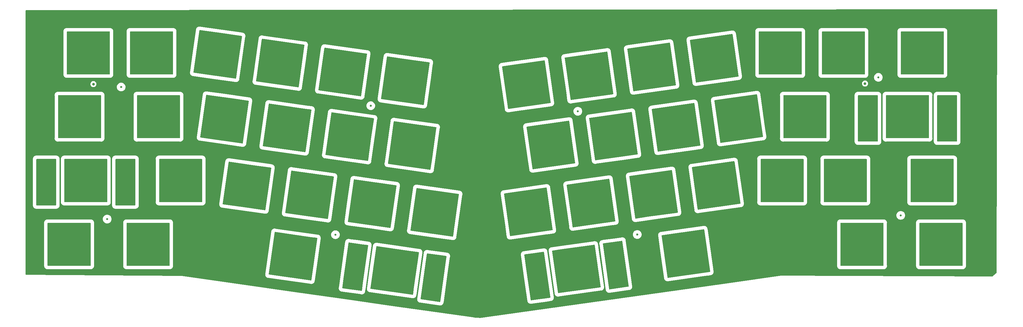
<source format=gtl>
G04 #@! TF.GenerationSoftware,KiCad,Pcbnew,(5.99.0-9176-ga1730d51ff)*
G04 #@! TF.CreationDate,2021-11-19T15:25:30-06:00*
G04 #@! TF.ProjectId,Plate,506c6174-652e-46b6-9963-61645f706362,rev?*
G04 #@! TF.SameCoordinates,Original*
G04 #@! TF.FileFunction,Copper,L1,Top*
G04 #@! TF.FilePolarity,Positive*
%FSLAX46Y46*%
G04 Gerber Fmt 4.6, Leading zero omitted, Abs format (unit mm)*
G04 Created by KiCad (PCBNEW (5.99.0-9176-ga1730d51ff)) date 2021-11-19 15:25:30*
%MOMM*%
%LPD*%
G01*
G04 APERTURE LIST*
G04 #@! TA.AperFunction,ViaPad*
%ADD10C,0.800000*%
G04 #@! TD*
G04 APERTURE END LIST*
D10*
X319600000Y-125420000D03*
X86960000Y-125580000D03*
G04 #@! TA.AperFunction,NonConductor*
G36*
X110923902Y-109705144D02*
G01*
X110970395Y-109758800D01*
X110981781Y-109811142D01*
X110981781Y-122543143D01*
X110961779Y-122611264D01*
X110908123Y-122657757D01*
X110855781Y-122669143D01*
X98123781Y-122669143D01*
X98055660Y-122649141D01*
X98009167Y-122595485D01*
X97997781Y-122543143D01*
X97997781Y-109811143D01*
X98017783Y-109743022D01*
X98071439Y-109696529D01*
X98123781Y-109685143D01*
X104553813Y-109685142D01*
X110855781Y-109685142D01*
X110923902Y-109705144D01*
G37*
G04 #@! TD.AperFunction*
G04 #@! TA.AperFunction,NonConductor*
G36*
X300471401Y-109705145D02*
G01*
X300517894Y-109758801D01*
X300529280Y-109811143D01*
X300529280Y-122543143D01*
X300509278Y-122611264D01*
X300455622Y-122657757D01*
X300403280Y-122669143D01*
X293973355Y-122669142D01*
X287671281Y-122669142D01*
X287603160Y-122649140D01*
X287556667Y-122595484D01*
X287545281Y-122543142D01*
X287545281Y-109811143D01*
X287565283Y-109743022D01*
X287618939Y-109696529D01*
X287671281Y-109685143D01*
X300403280Y-109685143D01*
X300471401Y-109705145D01*
G37*
G04 #@! TD.AperFunction*
G04 #@! TA.AperFunction,NonConductor*
G36*
X91873902Y-109705144D02*
G01*
X91920395Y-109758800D01*
X91931781Y-109811142D01*
X91931781Y-122543143D01*
X91911779Y-122611264D01*
X91858123Y-122657757D01*
X91805781Y-122669143D01*
X79073781Y-122669143D01*
X79005660Y-122649141D01*
X78959167Y-122595485D01*
X78947781Y-122543143D01*
X78947781Y-109811143D01*
X78967783Y-109743022D01*
X79021439Y-109696529D01*
X79073781Y-109685143D01*
X85503813Y-109685142D01*
X91805781Y-109685142D01*
X91873902Y-109705144D01*
G37*
G04 #@! TD.AperFunction*
G04 #@! TA.AperFunction,NonConductor*
G36*
X319521401Y-109705145D02*
G01*
X319567894Y-109758801D01*
X319579280Y-109811143D01*
X319579280Y-122543143D01*
X319559278Y-122611264D01*
X319505622Y-122657757D01*
X319453280Y-122669143D01*
X313023355Y-122669142D01*
X306721281Y-122669142D01*
X306653160Y-122649140D01*
X306606667Y-122595484D01*
X306595281Y-122543142D01*
X306595281Y-109811143D01*
X306615283Y-109743022D01*
X306668939Y-109696529D01*
X306721281Y-109685143D01*
X319453280Y-109685143D01*
X319521401Y-109705145D01*
G37*
G04 #@! TD.AperFunction*
G04 #@! TA.AperFunction,NonConductor*
G36*
X343333902Y-109705145D02*
G01*
X343380395Y-109758801D01*
X343391781Y-109811143D01*
X343391781Y-122543143D01*
X343371779Y-122611264D01*
X343318123Y-122657757D01*
X343265781Y-122669143D01*
X336835906Y-122669142D01*
X330533781Y-122669142D01*
X330465660Y-122649140D01*
X330419167Y-122595484D01*
X330407781Y-122543142D01*
X330407781Y-109811143D01*
X330427783Y-109743022D01*
X330481439Y-109696529D01*
X330533781Y-109685143D01*
X343265781Y-109685143D01*
X343333902Y-109705145D01*
G37*
G04 #@! TD.AperFunction*
G04 #@! TA.AperFunction,NonConductor*
G36*
X323670853Y-123248251D02*
G01*
X323730237Y-123265448D01*
X323771455Y-123286178D01*
X323820669Y-123323601D01*
X323851660Y-123357779D01*
X323884103Y-123410411D01*
X323900712Y-123453455D01*
X323911498Y-123511366D01*
X323912390Y-123516155D01*
X323911835Y-123565099D01*
X323899033Y-123626114D01*
X323898738Y-123627518D01*
X323881156Y-123670175D01*
X323866919Y-123692140D01*
X323847528Y-123722056D01*
X323815769Y-123755523D01*
X323765721Y-123791819D01*
X323724040Y-123811611D01*
X323664279Y-123827456D01*
X323618271Y-123830915D01*
X323586684Y-123827456D01*
X323556812Y-123824185D01*
X323512646Y-123810850D01*
X323457728Y-123782444D01*
X323421322Y-123754103D01*
X323380313Y-123707832D01*
X323356552Y-123668288D01*
X323334949Y-123610352D01*
X323327018Y-123564906D01*
X323327719Y-123503082D01*
X323336681Y-123457821D01*
X323346312Y-123433681D01*
X323359591Y-123400398D01*
X323384245Y-123361399D01*
X323426290Y-123316074D01*
X323463332Y-123288564D01*
X323518877Y-123261413D01*
X323563337Y-123249083D01*
X323624932Y-123243748D01*
X323670853Y-123248251D01*
G37*
G04 #@! TD.AperFunction*
G04 #@! TA.AperFunction,NonConductor*
G36*
X125233156Y-110158903D02*
G01*
X131630339Y-111057969D01*
X131695012Y-111087257D01*
X131733585Y-111146861D01*
X131737576Y-111200279D01*
X130514773Y-119900978D01*
X129969537Y-123780540D01*
X129965625Y-123808372D01*
X129936337Y-123873046D01*
X129876733Y-123911619D01*
X129823317Y-123915610D01*
X117215223Y-122143657D01*
X117150549Y-122114369D01*
X117111976Y-122054765D01*
X117107985Y-122001347D01*
X117112679Y-121967950D01*
X118879938Y-109393253D01*
X118909225Y-109328580D01*
X118968829Y-109290007D01*
X119022247Y-109286016D01*
X125233156Y-110158903D01*
G37*
G04 #@! TD.AperFunction*
G04 #@! TA.AperFunction,NonConductor*
G36*
X279596973Y-110468928D02*
G01*
X279650481Y-110515591D01*
X279669041Y-110565839D01*
X281440994Y-123173932D01*
X281430667Y-123244174D01*
X281384004Y-123297682D01*
X281333756Y-123316242D01*
X274864043Y-124225501D01*
X268725664Y-125088194D01*
X268655422Y-125077867D01*
X268601914Y-125031204D01*
X268583354Y-124980956D01*
X268580177Y-124958345D01*
X266811402Y-112372862D01*
X266821729Y-112302621D01*
X266868392Y-112249113D01*
X266918638Y-112230554D01*
X279526732Y-110458601D01*
X279596973Y-110468928D01*
G37*
G04 #@! TD.AperFunction*
G04 #@! TA.AperFunction,NonConductor*
G36*
X150439140Y-113701373D02*
G01*
X150494946Y-113709216D01*
X150559620Y-113738504D01*
X150598193Y-113798108D01*
X150602184Y-113851524D01*
X148842293Y-126373799D01*
X148830232Y-126459619D01*
X148800944Y-126524293D01*
X148741340Y-126562866D01*
X148687924Y-126566857D01*
X136079830Y-124794905D01*
X136015157Y-124765617D01*
X135976584Y-124706013D01*
X135972593Y-124652595D01*
X136002900Y-124436953D01*
X136152754Y-123370684D01*
X137744544Y-112044503D01*
X137773832Y-111979829D01*
X137833436Y-111941256D01*
X137886853Y-111937265D01*
X150439140Y-113701373D01*
G37*
G04 #@! TD.AperFunction*
G04 #@! TA.AperFunction,NonConductor*
G36*
X95379842Y-126151664D02*
G01*
X95439226Y-126168861D01*
X95480444Y-126189591D01*
X95529658Y-126227014D01*
X95560649Y-126261192D01*
X95593092Y-126313824D01*
X95609701Y-126356868D01*
X95612355Y-126371114D01*
X95621379Y-126419568D01*
X95620824Y-126468512D01*
X95609951Y-126520334D01*
X95607727Y-126530931D01*
X95590145Y-126573588D01*
X95565738Y-126611243D01*
X95556517Y-126625469D01*
X95524758Y-126658936D01*
X95474710Y-126695232D01*
X95433029Y-126715024D01*
X95373268Y-126730869D01*
X95327260Y-126734328D01*
X95295673Y-126730869D01*
X95265801Y-126727598D01*
X95221635Y-126714263D01*
X95166717Y-126685857D01*
X95130311Y-126657516D01*
X95115430Y-126640725D01*
X95089302Y-126611245D01*
X95065541Y-126571701D01*
X95043938Y-126513765D01*
X95036007Y-126468319D01*
X95036708Y-126406495D01*
X95045670Y-126361234D01*
X95058731Y-126328496D01*
X95068580Y-126303811D01*
X95093234Y-126264812D01*
X95135279Y-126219487D01*
X95172321Y-126191977D01*
X95227866Y-126164826D01*
X95272326Y-126152496D01*
X95333921Y-126147161D01*
X95379842Y-126151664D01*
G37*
G04 #@! TD.AperFunction*
G04 #@! TA.AperFunction,NonConductor*
G36*
X260732366Y-113120176D02*
G01*
X260785874Y-113166839D01*
X260804434Y-113217087D01*
X262576386Y-125825180D01*
X262566059Y-125895422D01*
X262519396Y-125948930D01*
X262469148Y-125967490D01*
X260685281Y-126218196D01*
X249861056Y-127739441D01*
X249790814Y-127729114D01*
X249737306Y-127682451D01*
X249718746Y-127632203D01*
X249718702Y-127631890D01*
X247946794Y-115024110D01*
X247957121Y-114953869D01*
X248003784Y-114900361D01*
X248054030Y-114881802D01*
X260662125Y-113109849D01*
X260732366Y-113120176D01*
G37*
G04 #@! TD.AperFunction*
G04 #@! TA.AperFunction,NonConductor*
G36*
X165245563Y-115782281D02*
G01*
X169359552Y-116360464D01*
X169424225Y-116389752D01*
X169462798Y-116449356D01*
X169466789Y-116502774D01*
X168021862Y-126783969D01*
X167698750Y-129083035D01*
X167694838Y-129110867D01*
X167665550Y-129175541D01*
X167605946Y-129214114D01*
X167552529Y-129218105D01*
X154944435Y-127446153D01*
X154879762Y-127416865D01*
X154841189Y-127357261D01*
X154837198Y-127303843D01*
X154837584Y-127301097D01*
X156609149Y-114695750D01*
X156638436Y-114631077D01*
X156698040Y-114592504D01*
X156751458Y-114588513D01*
X165245563Y-115782281D01*
G37*
G04 #@! TD.AperFunction*
G04 #@! TA.AperFunction,NonConductor*
G36*
X241867761Y-115771423D02*
G01*
X241921269Y-115818086D01*
X241939829Y-115868334D01*
X243711781Y-128476427D01*
X243701454Y-128546669D01*
X243654791Y-128600177D01*
X243604543Y-128618737D01*
X230996451Y-130390689D01*
X230926209Y-130380362D01*
X230872701Y-130333699D01*
X230854141Y-130283451D01*
X230854098Y-130283140D01*
X229926191Y-123680748D01*
X229082189Y-117675359D01*
X229092516Y-117605117D01*
X229139179Y-117551609D01*
X229189425Y-117533050D01*
X241797520Y-115761096D01*
X241867761Y-115771423D01*
G37*
G04 #@! TD.AperFunction*
G04 #@! TA.AperFunction,NonConductor*
G36*
X181965914Y-118132172D02*
G01*
X188224159Y-119011711D01*
X188288832Y-119040999D01*
X188327405Y-119100603D01*
X188331396Y-119154021D01*
X186883155Y-129458799D01*
X186602943Y-131452613D01*
X186559445Y-131762114D01*
X186530157Y-131826788D01*
X186470553Y-131865361D01*
X186417136Y-131869352D01*
X173809043Y-130097400D01*
X173744369Y-130068112D01*
X173705796Y-130008508D01*
X173701805Y-129955090D01*
X173707455Y-129914888D01*
X175473758Y-117346996D01*
X175503045Y-117282323D01*
X175562649Y-117243750D01*
X175616067Y-117239759D01*
X181965914Y-118132172D01*
G37*
G04 #@! TD.AperFunction*
G04 #@! TA.AperFunction,NonConductor*
G36*
X170642198Y-131802516D02*
G01*
X170701582Y-131819713D01*
X170742800Y-131840443D01*
X170792014Y-131877866D01*
X170823005Y-131912044D01*
X170851898Y-131958917D01*
X170855448Y-131964676D01*
X170872057Y-132007720D01*
X170881300Y-132057347D01*
X170883735Y-132070420D01*
X170883180Y-132119364D01*
X170879617Y-132136345D01*
X170870928Y-132177758D01*
X170870083Y-132181783D01*
X170852501Y-132224440D01*
X170836645Y-132248902D01*
X170818873Y-132276321D01*
X170787114Y-132309788D01*
X170737066Y-132346084D01*
X170695385Y-132365876D01*
X170635624Y-132381721D01*
X170589616Y-132385180D01*
X170558029Y-132381721D01*
X170528157Y-132378450D01*
X170483991Y-132365115D01*
X170429073Y-132336709D01*
X170392667Y-132308368D01*
X170376368Y-132289977D01*
X170351658Y-132262097D01*
X170327897Y-132222553D01*
X170306294Y-132164617D01*
X170298363Y-132119171D01*
X170298404Y-132115600D01*
X170299064Y-132057347D01*
X170308026Y-132012086D01*
X170330935Y-131954664D01*
X170355590Y-131915664D01*
X170397635Y-131870339D01*
X170434677Y-131842829D01*
X170490222Y-131815678D01*
X170534682Y-131803348D01*
X170596277Y-131798013D01*
X170642198Y-131802516D01*
G37*
G04 #@! TD.AperFunction*
G04 #@! TA.AperFunction,NonConductor*
G36*
X223003153Y-118422671D02*
G01*
X223056661Y-118469334D01*
X223075221Y-118519582D01*
X224847174Y-131127675D01*
X224836847Y-131197917D01*
X224790184Y-131251425D01*
X224739936Y-131269985D01*
X212131844Y-133041936D01*
X212061602Y-133031609D01*
X212008094Y-132984946D01*
X211989534Y-132934698D01*
X210217582Y-120326605D01*
X210227909Y-120256364D01*
X210274572Y-120202856D01*
X210324818Y-120184297D01*
X222932912Y-118412344D01*
X223003153Y-118422671D01*
G37*
G04 #@! TD.AperFunction*
G04 #@! TA.AperFunction,NonConductor*
G36*
X233063743Y-133474247D02*
G01*
X233123127Y-133491444D01*
X233164345Y-133512174D01*
X233213559Y-133549597D01*
X233244550Y-133583775D01*
X233276993Y-133636407D01*
X233293602Y-133679451D01*
X233305280Y-133742151D01*
X233304725Y-133791095D01*
X233291628Y-133853514D01*
X233274046Y-133896171D01*
X233251180Y-133931449D01*
X233240418Y-133948052D01*
X233208659Y-133981519D01*
X233158611Y-134017815D01*
X233116930Y-134037607D01*
X233057169Y-134053452D01*
X233011161Y-134056911D01*
X232979574Y-134053452D01*
X232949702Y-134050181D01*
X232905536Y-134036846D01*
X232850618Y-134008440D01*
X232814212Y-133980099D01*
X232806392Y-133971275D01*
X232773203Y-133933828D01*
X232749442Y-133894284D01*
X232727839Y-133836348D01*
X232719908Y-133790902D01*
X232720609Y-133729078D01*
X232729571Y-133683817D01*
X232734441Y-133671610D01*
X232752481Y-133626394D01*
X232777135Y-133587395D01*
X232781174Y-133583041D01*
X232819180Y-133542070D01*
X232856222Y-133514560D01*
X232911767Y-133487409D01*
X232956227Y-133475079D01*
X233017822Y-133469744D01*
X233063743Y-133474247D01*
G37*
G04 #@! TD.AperFunction*
G04 #@! TA.AperFunction,NonConductor*
G36*
X307900901Y-128945645D02*
G01*
X307947394Y-128999301D01*
X307958780Y-129051643D01*
X307958780Y-141783642D01*
X307938778Y-141851763D01*
X307885122Y-141898256D01*
X307832780Y-141909642D01*
X295100780Y-141909642D01*
X295032659Y-141889640D01*
X294986166Y-141835984D01*
X294974780Y-141783642D01*
X294974780Y-129051643D01*
X294994782Y-128983522D01*
X295048438Y-128937029D01*
X295100780Y-128925643D01*
X307832780Y-128925643D01*
X307900901Y-128945645D01*
G37*
G04 #@! TD.AperFunction*
G04 #@! TA.AperFunction,NonConductor*
G36*
X338857152Y-128945645D02*
G01*
X338903645Y-128999301D01*
X338915031Y-129051643D01*
X338915031Y-141783643D01*
X338895029Y-141851764D01*
X338841373Y-141898257D01*
X338789031Y-141909643D01*
X332358845Y-141909642D01*
X326057031Y-141909642D01*
X325988910Y-141889640D01*
X325942417Y-141835984D01*
X325931031Y-141783642D01*
X325931031Y-129051643D01*
X325951033Y-128983522D01*
X326004689Y-128937029D01*
X326057031Y-128925643D01*
X338789031Y-128925643D01*
X338857152Y-128945645D01*
G37*
G04 #@! TD.AperFunction*
G04 #@! TA.AperFunction,NonConductor*
G36*
X89206902Y-128945644D02*
G01*
X89253395Y-128999300D01*
X89264781Y-129051642D01*
X89264781Y-141783643D01*
X89244779Y-141851764D01*
X89191123Y-141898257D01*
X89138781Y-141909643D01*
X76406781Y-141909643D01*
X76338660Y-141889641D01*
X76292167Y-141835985D01*
X76280781Y-141783643D01*
X76280781Y-129051643D01*
X76300783Y-128983522D01*
X76354439Y-128937029D01*
X76406781Y-128925643D01*
X82836813Y-128925642D01*
X89138781Y-128925642D01*
X89206902Y-128945644D01*
G37*
G04 #@! TD.AperFunction*
G04 #@! TA.AperFunction,NonConductor*
G36*
X113019402Y-128945644D02*
G01*
X113065895Y-128999300D01*
X113077281Y-129051642D01*
X113077281Y-141783642D01*
X113057279Y-141851763D01*
X113003623Y-141898256D01*
X112951281Y-141909642D01*
X106521146Y-141909643D01*
X100219281Y-141909643D01*
X100151160Y-141889641D01*
X100104667Y-141835985D01*
X100093281Y-141783643D01*
X100093281Y-129051643D01*
X100113283Y-128983522D01*
X100166939Y-128937029D01*
X100219281Y-128925643D01*
X106649677Y-128925642D01*
X112951281Y-128925642D01*
X113019402Y-128945644D01*
G37*
G04 #@! TD.AperFunction*
G04 #@! TA.AperFunction,NonConductor*
G36*
X347295152Y-128945645D02*
G01*
X347341645Y-128999301D01*
X347353031Y-129051643D01*
X347353031Y-142783643D01*
X347333029Y-142851764D01*
X347279373Y-142898257D01*
X347227031Y-142909643D01*
X344332134Y-142909642D01*
X341495031Y-142909642D01*
X341426910Y-142889640D01*
X341380417Y-142835984D01*
X341369031Y-142783642D01*
X341369031Y-129051643D01*
X341389033Y-128983522D01*
X341442689Y-128937029D01*
X341495031Y-128925643D01*
X347227031Y-128925643D01*
X347295152Y-128945645D01*
G37*
G04 #@! TD.AperFunction*
G04 #@! TA.AperFunction,NonConductor*
G36*
X323419152Y-128945645D02*
G01*
X323465645Y-128999301D01*
X323477031Y-129051643D01*
X323477031Y-142783643D01*
X323457029Y-142851764D01*
X323403373Y-142898257D01*
X323351031Y-142909643D01*
X320456134Y-142909642D01*
X317619031Y-142909642D01*
X317550910Y-142889640D01*
X317504417Y-142835984D01*
X317493031Y-142783642D01*
X317493031Y-129051643D01*
X317513033Y-128983522D01*
X317566689Y-128937029D01*
X317619031Y-128925643D01*
X323351031Y-128925643D01*
X323419152Y-128945645D01*
G37*
G04 #@! TD.AperFunction*
G04 #@! TA.AperFunction,NonConductor*
G36*
X286964372Y-128670723D02*
G01*
X287017880Y-128717386D01*
X287036440Y-128767634D01*
X288808393Y-141375727D01*
X288798066Y-141445969D01*
X288751403Y-141499477D01*
X288701155Y-141518037D01*
X282231442Y-142427296D01*
X276093063Y-143289989D01*
X276022821Y-143279662D01*
X275969313Y-143232999D01*
X275950753Y-143182751D01*
X275950123Y-143178263D01*
X274178800Y-130574656D01*
X274189127Y-130504415D01*
X274235790Y-130450907D01*
X274286038Y-130432347D01*
X276586509Y-130109037D01*
X286894130Y-128660396D01*
X286964372Y-128670723D01*
G37*
G04 #@! TD.AperFunction*
G04 #@! TA.AperFunction,NonConductor*
G36*
X129866903Y-130047349D02*
G01*
X133695243Y-130585387D01*
X133759916Y-130614675D01*
X133798489Y-130674279D01*
X133802480Y-130727697D01*
X132717614Y-138446922D01*
X132040689Y-143263500D01*
X132030529Y-143335789D01*
X132001241Y-143400463D01*
X131941637Y-143439036D01*
X131888220Y-143443027D01*
X119280126Y-141671075D01*
X119215453Y-141641787D01*
X119176880Y-141582183D01*
X119172889Y-141528765D01*
X119175170Y-141512536D01*
X120944840Y-128920672D01*
X120974128Y-128855999D01*
X121033732Y-128817426D01*
X121087150Y-128813435D01*
X129866903Y-130047349D01*
G37*
G04 #@! TD.AperFunction*
G04 #@! TA.AperFunction,NonConductor*
G36*
X268099767Y-131321971D02*
G01*
X268153275Y-131368634D01*
X268171835Y-131418882D01*
X268780421Y-135749191D01*
X269943681Y-144026211D01*
X269943788Y-144026975D01*
X269933461Y-144097217D01*
X269886798Y-144150725D01*
X269836551Y-144169285D01*
X257228457Y-145941237D01*
X257158215Y-145930910D01*
X257104707Y-145884247D01*
X257086147Y-145833999D01*
X255314195Y-133225905D01*
X255324522Y-133155664D01*
X255371185Y-133102156D01*
X255421431Y-133083597D01*
X268029526Y-131311644D01*
X268099767Y-131321971D01*
G37*
G04 #@! TD.AperFunction*
G04 #@! TA.AperFunction,NonConductor*
G36*
X150423929Y-132936450D02*
G01*
X152545150Y-133234568D01*
X152559850Y-133236634D01*
X152624524Y-133265922D01*
X152663097Y-133325526D01*
X152667088Y-133378944D01*
X150895136Y-145987035D01*
X150865848Y-146051709D01*
X150806244Y-146090282D01*
X150752826Y-146094273D01*
X138144734Y-144322323D01*
X138080060Y-144293035D01*
X138041487Y-144233431D01*
X138037496Y-144180013D01*
X138038351Y-144173933D01*
X138212813Y-142932567D01*
X139809448Y-131571921D01*
X139838736Y-131507247D01*
X139898340Y-131468674D01*
X139951758Y-131464683D01*
X150423929Y-132936450D01*
G37*
G04 #@! TD.AperFunction*
G04 #@! TA.AperFunction,NonConductor*
G36*
X249235160Y-133973218D02*
G01*
X249288668Y-134019881D01*
X249307228Y-134070129D01*
X251079180Y-146678222D01*
X251068853Y-146748464D01*
X251022190Y-146801972D01*
X250971942Y-146820532D01*
X248735061Y-147134905D01*
X238363850Y-148592483D01*
X238293608Y-148582156D01*
X238240100Y-148535493D01*
X238221540Y-148485245D01*
X238219719Y-148472287D01*
X236449588Y-135877152D01*
X236459915Y-135806911D01*
X236506578Y-135753403D01*
X236556824Y-135734844D01*
X249164919Y-133962891D01*
X249235160Y-133973218D01*
G37*
G04 #@! TD.AperFunction*
G04 #@! TA.AperFunction,NonConductor*
G36*
X165938752Y-135116916D02*
G01*
X171424457Y-135887882D01*
X171489130Y-135917169D01*
X171527703Y-135976773D01*
X171531694Y-136030190D01*
X170759264Y-141526318D01*
X169759742Y-148638284D01*
X169730454Y-148702958D01*
X169670850Y-148741531D01*
X169617432Y-148745522D01*
X161440325Y-147596305D01*
X157009339Y-146973571D01*
X156944666Y-146944283D01*
X156906093Y-146884679D01*
X156902102Y-146831261D01*
X156902747Y-146826670D01*
X158674053Y-134223167D01*
X158703341Y-134158494D01*
X158762945Y-134119921D01*
X158816363Y-134115930D01*
X165938752Y-135116916D01*
G37*
G04 #@! TD.AperFunction*
G04 #@! TA.AperFunction,NonConductor*
G36*
X230370552Y-136624466D02*
G01*
X230424060Y-136671129D01*
X230442620Y-136721377D01*
X232214573Y-149329470D01*
X232204246Y-149399712D01*
X232157583Y-149453220D01*
X232107335Y-149471780D01*
X219499242Y-151243731D01*
X219429000Y-151233404D01*
X219375492Y-151186741D01*
X219356932Y-151136493D01*
X219344491Y-151047967D01*
X219072197Y-149110502D01*
X217584980Y-138528401D01*
X217595307Y-138458159D01*
X217641970Y-138404651D01*
X217692216Y-138386092D01*
X230300311Y-136614139D01*
X230370552Y-136624466D01*
G37*
G04 #@! TD.AperFunction*
G04 #@! TA.AperFunction,NonConductor*
G36*
X185463419Y-137860929D02*
G01*
X190289063Y-138539129D01*
X190353736Y-138568417D01*
X190392309Y-138628021D01*
X190396300Y-138681439D01*
X189002195Y-148601016D01*
X188624724Y-151286867D01*
X188624349Y-151289532D01*
X188595061Y-151354206D01*
X188535457Y-151392779D01*
X188482040Y-151396770D01*
X175873946Y-149624818D01*
X175809273Y-149595530D01*
X175770700Y-149535926D01*
X175766709Y-149482508D01*
X175815747Y-149133588D01*
X175951171Y-148169993D01*
X177538660Y-136874415D01*
X177567948Y-136809741D01*
X177627552Y-136771168D01*
X177680970Y-136767177D01*
X185463419Y-137860929D01*
G37*
G04 #@! TD.AperFunction*
G04 #@! TA.AperFunction,NonConductor*
G36*
X320092902Y-148186145D02*
G01*
X320139395Y-148239801D01*
X320150781Y-148292143D01*
X320150781Y-161024143D01*
X320130779Y-161092264D01*
X320077123Y-161138757D01*
X320024781Y-161150143D01*
X313594595Y-161150142D01*
X307292781Y-161150142D01*
X307224660Y-161130140D01*
X307178167Y-161076484D01*
X307166781Y-161024142D01*
X307166781Y-148292143D01*
X307186783Y-148224022D01*
X307240439Y-148177529D01*
X307292781Y-148166143D01*
X320024781Y-148166143D01*
X320092902Y-148186145D01*
G37*
G04 #@! TD.AperFunction*
G04 #@! TA.AperFunction,NonConductor*
G36*
X301042902Y-148186145D02*
G01*
X301089395Y-148239801D01*
X301100781Y-148292143D01*
X301100781Y-161024143D01*
X301080779Y-161092264D01*
X301027123Y-161138757D01*
X300974781Y-161150143D01*
X294544906Y-161150142D01*
X288242781Y-161150142D01*
X288174660Y-161130140D01*
X288128167Y-161076484D01*
X288116781Y-161024142D01*
X288116781Y-148292143D01*
X288136783Y-148224022D01*
X288190439Y-148177529D01*
X288242781Y-148166143D01*
X300974781Y-148166143D01*
X301042902Y-148186145D01*
G37*
G04 #@! TD.AperFunction*
G04 #@! TA.AperFunction,NonConductor*
G36*
X91111902Y-148186145D02*
G01*
X91158395Y-148239801D01*
X91169781Y-148292143D01*
X91169781Y-161024143D01*
X91149779Y-161092264D01*
X91096123Y-161138757D01*
X91043781Y-161150143D01*
X78311781Y-161150143D01*
X78243660Y-161130141D01*
X78197167Y-161076485D01*
X78185781Y-161024143D01*
X78185781Y-148292143D01*
X78205783Y-148224022D01*
X78259439Y-148177529D01*
X78311781Y-148166143D01*
X91043781Y-148166143D01*
X91111902Y-148186145D01*
G37*
G04 #@! TD.AperFunction*
G04 #@! TA.AperFunction,NonConductor*
G36*
X346286652Y-148186145D02*
G01*
X346333145Y-148239801D01*
X346344531Y-148292143D01*
X346344531Y-161024143D01*
X346324529Y-161092264D01*
X346270873Y-161138757D01*
X346218531Y-161150143D01*
X339788656Y-161150142D01*
X333486531Y-161150142D01*
X333418410Y-161130140D01*
X333371917Y-161076484D01*
X333360531Y-161024142D01*
X333360531Y-148292143D01*
X333380533Y-148224022D01*
X333434189Y-148177529D01*
X333486531Y-148166143D01*
X346218531Y-148166143D01*
X346286652Y-148186145D01*
G37*
G04 #@! TD.AperFunction*
G04 #@! TA.AperFunction,NonConductor*
G36*
X119686902Y-148186145D02*
G01*
X119733395Y-148239801D01*
X119744781Y-148292143D01*
X119744781Y-161024143D01*
X119724779Y-161092264D01*
X119671123Y-161138757D01*
X119618781Y-161150143D01*
X106886781Y-161150143D01*
X106818660Y-161130141D01*
X106772167Y-161076485D01*
X106760781Y-161024143D01*
X106760781Y-148292143D01*
X106780783Y-148224022D01*
X106834439Y-148177529D01*
X106886781Y-148166143D01*
X119618781Y-148166143D01*
X119686902Y-148186145D01*
G37*
G04 #@! TD.AperFunction*
G04 #@! TA.AperFunction,NonConductor*
G36*
X75673902Y-148186145D02*
G01*
X75720395Y-148239801D01*
X75731781Y-148292143D01*
X75731781Y-162024142D01*
X75711779Y-162092263D01*
X75658123Y-162138756D01*
X75605781Y-162150142D01*
X72710907Y-162150143D01*
X69873781Y-162150143D01*
X69805660Y-162130141D01*
X69759167Y-162076485D01*
X69747781Y-162024143D01*
X69747781Y-148292143D01*
X69767783Y-148224022D01*
X69821439Y-148177529D01*
X69873781Y-148166143D01*
X75605781Y-148166143D01*
X75673902Y-148186145D01*
G37*
G04 #@! TD.AperFunction*
G04 #@! TA.AperFunction,NonConductor*
G36*
X99549902Y-148186145D02*
G01*
X99596395Y-148239801D01*
X99607781Y-148292143D01*
X99607781Y-162024142D01*
X99587779Y-162092263D01*
X99534123Y-162138756D01*
X99481781Y-162150142D01*
X96586907Y-162150143D01*
X93749781Y-162150143D01*
X93681660Y-162130141D01*
X93635167Y-162076485D01*
X93623781Y-162024143D01*
X93623781Y-148292143D01*
X93643783Y-148224022D01*
X93697439Y-148177529D01*
X93749781Y-148166143D01*
X99481781Y-148166143D01*
X99549902Y-148186145D01*
G37*
G04 #@! TD.AperFunction*
G04 #@! TA.AperFunction,NonConductor*
G36*
X280183317Y-148860953D02*
G01*
X280236825Y-148907616D01*
X280255385Y-148957864D01*
X282027338Y-161565957D01*
X282017011Y-161636199D01*
X281970348Y-161689707D01*
X281920100Y-161708267D01*
X269312008Y-163480218D01*
X269241766Y-163469891D01*
X269188258Y-163423228D01*
X269169698Y-163372980D01*
X269141737Y-163174028D01*
X267397745Y-150764888D01*
X267408072Y-150694647D01*
X267454735Y-150641139D01*
X267504981Y-150622580D01*
X280113076Y-148850626D01*
X280183317Y-148860953D01*
G37*
G04 #@! TD.AperFunction*
G04 #@! TA.AperFunction,NonConductor*
G36*
X135932487Y-150137028D02*
G01*
X140476298Y-150775619D01*
X140540971Y-150804907D01*
X140579544Y-150864511D01*
X140583535Y-150917929D01*
X140122495Y-154198403D01*
X138811583Y-163526023D01*
X138782296Y-163590695D01*
X138722692Y-163629268D01*
X138669276Y-163633259D01*
X132292651Y-162737083D01*
X126061182Y-161861307D01*
X125996508Y-161832019D01*
X125957935Y-161772415D01*
X125953944Y-161718997D01*
X125956784Y-161698789D01*
X127725896Y-149110904D01*
X127755184Y-149046231D01*
X127814788Y-149007658D01*
X127868206Y-149003667D01*
X135932487Y-150137028D01*
G37*
G04 #@! TD.AperFunction*
G04 #@! TA.AperFunction,NonConductor*
G36*
X330431204Y-164880687D02*
G01*
X330490588Y-164897884D01*
X330531806Y-164918614D01*
X330581020Y-164956037D01*
X330612011Y-164990215D01*
X330643659Y-165041558D01*
X330644454Y-165042847D01*
X330661063Y-165085891D01*
X330672741Y-165148591D01*
X330672186Y-165197535D01*
X330662411Y-165244124D01*
X330659089Y-165259954D01*
X330641507Y-165302611D01*
X330631371Y-165318249D01*
X330607879Y-165354492D01*
X330576120Y-165387959D01*
X330526072Y-165424255D01*
X330484391Y-165444047D01*
X330424630Y-165459892D01*
X330378622Y-165463351D01*
X330347035Y-165459892D01*
X330317163Y-165456621D01*
X330272997Y-165443286D01*
X330218079Y-165414880D01*
X330181673Y-165386539D01*
X330140664Y-165340268D01*
X330116903Y-165300724D01*
X330095300Y-165242788D01*
X330087369Y-165197342D01*
X330088070Y-165135518D01*
X330097032Y-165090257D01*
X330107977Y-165062823D01*
X330119942Y-165032834D01*
X330144596Y-164993835D01*
X330167937Y-164968673D01*
X330186641Y-164948510D01*
X330223683Y-164921000D01*
X330279228Y-164893849D01*
X330323688Y-164881519D01*
X330385283Y-164876184D01*
X330431204Y-164880687D01*
G37*
G04 #@! TD.AperFunction*
G04 #@! TA.AperFunction,NonConductor*
G36*
X261318710Y-151512201D02*
G01*
X261372218Y-151558864D01*
X261390778Y-151609112D01*
X263162731Y-164217205D01*
X263152404Y-164287447D01*
X263105741Y-164340955D01*
X263055494Y-164359515D01*
X254132905Y-165613503D01*
X250447400Y-166131467D01*
X250377158Y-166121140D01*
X250323650Y-166074477D01*
X250305090Y-166024229D01*
X250304984Y-166023469D01*
X248533138Y-153416135D01*
X248543465Y-153345894D01*
X248590128Y-153292386D01*
X248640374Y-153273827D01*
X261248469Y-151501874D01*
X261318710Y-151512201D01*
G37*
G04 #@! TD.AperFunction*
G04 #@! TA.AperFunction,NonConductor*
G36*
X157790458Y-153208965D02*
G01*
X159285071Y-153419019D01*
X159340905Y-153426866D01*
X159405579Y-153456154D01*
X159444152Y-153515758D01*
X159448143Y-153569176D01*
X157676190Y-166177268D01*
X157646902Y-166241942D01*
X157587298Y-166280515D01*
X157533880Y-166284506D01*
X152013213Y-165508627D01*
X144925788Y-164512554D01*
X144861116Y-164483267D01*
X144822543Y-164423663D01*
X144818552Y-164370245D01*
X144823246Y-164336848D01*
X146590503Y-151762152D01*
X146619790Y-151697479D01*
X146679394Y-151658906D01*
X146732812Y-151654915D01*
X157790458Y-153208965D01*
G37*
G04 #@! TD.AperFunction*
G04 #@! TA.AperFunction,NonConductor*
G36*
X91159715Y-165985542D02*
G01*
X91219099Y-166002739D01*
X91260317Y-166023469D01*
X91309531Y-166060892D01*
X91340522Y-166095070D01*
X91367677Y-166139123D01*
X91372965Y-166147702D01*
X91389574Y-166190746D01*
X91396708Y-166229050D01*
X91401252Y-166253446D01*
X91400697Y-166302390D01*
X91387600Y-166364809D01*
X91370018Y-166407466D01*
X91352512Y-166434474D01*
X91336390Y-166459347D01*
X91304631Y-166492814D01*
X91254583Y-166529110D01*
X91212902Y-166548902D01*
X91153141Y-166564747D01*
X91107133Y-166568206D01*
X91072542Y-166564418D01*
X91045674Y-166561476D01*
X91001508Y-166548141D01*
X90946590Y-166519735D01*
X90910184Y-166491394D01*
X90897805Y-166477426D01*
X90869175Y-166445123D01*
X90845414Y-166405579D01*
X90823811Y-166347643D01*
X90815880Y-166302197D01*
X90816581Y-166240373D01*
X90825543Y-166195112D01*
X90847530Y-166140001D01*
X90848453Y-166137689D01*
X90873107Y-166098690D01*
X90915152Y-166053365D01*
X90952194Y-166025855D01*
X91007739Y-165998704D01*
X91052199Y-165986374D01*
X91113794Y-165981039D01*
X91159715Y-165985542D01*
G37*
G04 #@! TD.AperFunction*
G04 #@! TA.AperFunction,NonConductor*
G36*
X242454104Y-154163448D02*
G01*
X242507612Y-154210111D01*
X242526172Y-154260359D01*
X244298125Y-166868452D01*
X244287798Y-166938694D01*
X244241135Y-166992202D01*
X244190887Y-167010762D01*
X238119119Y-167864094D01*
X231671538Y-168770243D01*
X231582795Y-168782715D01*
X231512553Y-168772388D01*
X231459045Y-168725725D01*
X231440485Y-168675477D01*
X231437017Y-168650801D01*
X229668533Y-156067383D01*
X229678860Y-155997142D01*
X229725523Y-155943634D01*
X229775771Y-155925074D01*
X232032345Y-155607933D01*
X242383863Y-154153121D01*
X242454104Y-154163448D01*
G37*
G04 #@! TD.AperFunction*
G04 #@! TA.AperFunction,NonConductor*
G36*
X178149699Y-156070270D02*
G01*
X178205512Y-156078114D01*
X178270186Y-156107402D01*
X178308759Y-156167006D01*
X178312750Y-156220424D01*
X177044303Y-165245901D01*
X176552886Y-168742517D01*
X176540799Y-168828517D01*
X176511511Y-168893191D01*
X176451907Y-168931764D01*
X176398490Y-168935755D01*
X163790396Y-167163803D01*
X163725723Y-167134515D01*
X163687150Y-167074911D01*
X163683159Y-167021493D01*
X163685990Y-167001349D01*
X165455110Y-154413399D01*
X165484398Y-154348725D01*
X165544002Y-154310152D01*
X165597418Y-154306161D01*
X178149699Y-156070270D01*
G37*
G04 #@! TD.AperFunction*
G04 #@! TA.AperFunction,NonConductor*
G36*
X250978157Y-170652277D02*
G01*
X251037541Y-170669474D01*
X251078759Y-170690204D01*
X251127973Y-170727627D01*
X251158964Y-170761805D01*
X251191407Y-170814437D01*
X251208016Y-170857481D01*
X251217259Y-170907108D01*
X251219694Y-170920181D01*
X251219139Y-170969125D01*
X251218031Y-170974408D01*
X251207063Y-171026680D01*
X251206042Y-171031544D01*
X251188460Y-171074201D01*
X251175434Y-171094298D01*
X251154832Y-171126082D01*
X251123073Y-171159549D01*
X251073025Y-171195845D01*
X251031344Y-171215637D01*
X250971583Y-171231482D01*
X250925575Y-171234941D01*
X250893988Y-171231482D01*
X250864116Y-171228211D01*
X250819950Y-171214876D01*
X250765032Y-171186470D01*
X250728626Y-171158129D01*
X250703746Y-171130056D01*
X250687617Y-171111858D01*
X250663856Y-171072314D01*
X250642253Y-171014378D01*
X250634322Y-170968932D01*
X250635023Y-170907108D01*
X250643985Y-170861847D01*
X250644363Y-170860900D01*
X250666895Y-170804424D01*
X250691549Y-170765425D01*
X250733594Y-170720100D01*
X250770636Y-170692590D01*
X250826181Y-170665439D01*
X250870641Y-170653109D01*
X250932236Y-170647774D01*
X250978157Y-170652277D01*
G37*
G04 #@! TD.AperFunction*
G04 #@! TA.AperFunction,NonConductor*
G36*
X159988951Y-170710025D02*
G01*
X160048335Y-170727222D01*
X160089553Y-170747952D01*
X160138767Y-170785375D01*
X160169758Y-170819553D01*
X160200437Y-170869324D01*
X160202201Y-170872185D01*
X160218810Y-170915229D01*
X160229511Y-170972683D01*
X160230488Y-170977929D01*
X160229933Y-171026873D01*
X160216836Y-171089292D01*
X160199254Y-171131949D01*
X160185660Y-171152922D01*
X160165626Y-171183830D01*
X160133867Y-171217297D01*
X160083819Y-171253593D01*
X160042138Y-171273385D01*
X159982377Y-171289230D01*
X159936369Y-171292689D01*
X159901970Y-171288922D01*
X159874910Y-171285959D01*
X159830744Y-171272624D01*
X159775826Y-171244218D01*
X159739420Y-171215877D01*
X159698411Y-171169606D01*
X159674650Y-171130062D01*
X159653047Y-171072126D01*
X159645116Y-171026680D01*
X159645817Y-170964856D01*
X159654779Y-170919595D01*
X159669122Y-170883644D01*
X159677689Y-170862172D01*
X159702343Y-170823173D01*
X159733181Y-170789929D01*
X159744388Y-170777848D01*
X159781430Y-170750338D01*
X159836975Y-170723187D01*
X159881435Y-170710857D01*
X159943030Y-170705522D01*
X159988951Y-170710025D01*
G37*
G04 #@! TD.AperFunction*
G04 #@! TA.AperFunction,NonConductor*
G36*
X223589497Y-156814696D02*
G01*
X223643005Y-156861359D01*
X223661565Y-156911607D01*
X225433517Y-169519700D01*
X225423190Y-169589942D01*
X225376527Y-169643450D01*
X225326279Y-169662010D01*
X212718188Y-171433962D01*
X212647946Y-171423635D01*
X212594438Y-171376972D01*
X212575878Y-171326724D01*
X212575141Y-171321475D01*
X210803925Y-158718630D01*
X210814252Y-158648389D01*
X210860915Y-158594881D01*
X210911161Y-158576322D01*
X223519256Y-156804369D01*
X223589497Y-156814696D01*
G37*
G04 #@! TD.AperFunction*
G04 #@! TA.AperFunction,NonConductor*
G36*
X195311673Y-158482228D02*
G01*
X197002499Y-158719858D01*
X197070116Y-158729361D01*
X197134790Y-158758649D01*
X197173363Y-158818253D01*
X197177354Y-158871671D01*
X195709899Y-169313168D01*
X195427718Y-171320995D01*
X195405404Y-171479764D01*
X195376116Y-171544438D01*
X195316512Y-171583011D01*
X195263096Y-171587002D01*
X182655002Y-169815050D01*
X182590328Y-169785762D01*
X182551755Y-169726158D01*
X182547764Y-169672740D01*
X182559040Y-169592504D01*
X184319716Y-157064647D01*
X184349003Y-156999974D01*
X184408607Y-156961401D01*
X184462025Y-156957410D01*
X195311673Y-158482228D01*
G37*
G04 #@! TD.AperFunction*
G04 #@! TA.AperFunction,NonConductor*
G36*
X348953652Y-167426645D02*
G01*
X349000145Y-167480301D01*
X349011531Y-167532643D01*
X349011531Y-180264643D01*
X348991529Y-180332764D01*
X348937873Y-180379257D01*
X348885531Y-180390643D01*
X342455656Y-180390642D01*
X336153531Y-180390642D01*
X336085410Y-180370640D01*
X336038917Y-180316984D01*
X336027531Y-180264642D01*
X336027531Y-167532643D01*
X336047533Y-167464522D01*
X336101189Y-167418029D01*
X336153531Y-167406643D01*
X348885531Y-167406643D01*
X348953652Y-167426645D01*
G37*
G04 #@! TD.AperFunction*
G04 #@! TA.AperFunction,NonConductor*
G36*
X325141152Y-167426645D02*
G01*
X325187645Y-167480301D01*
X325199031Y-167532643D01*
X325199031Y-180264643D01*
X325179029Y-180332764D01*
X325125373Y-180379257D01*
X325073031Y-180390643D01*
X318643156Y-180390642D01*
X312341031Y-180390642D01*
X312272910Y-180370640D01*
X312226417Y-180316984D01*
X312215031Y-180264642D01*
X312215031Y-167532643D01*
X312235033Y-167464522D01*
X312288689Y-167418029D01*
X312341031Y-167406643D01*
X325073031Y-167406643D01*
X325141152Y-167426645D01*
G37*
G04 #@! TD.AperFunction*
G04 #@! TA.AperFunction,NonConductor*
G36*
X109876152Y-167426645D02*
G01*
X109922645Y-167480301D01*
X109934031Y-167532643D01*
X109934031Y-180264643D01*
X109914029Y-180332764D01*
X109860373Y-180379257D01*
X109808031Y-180390643D01*
X97076031Y-180390643D01*
X97007910Y-180370641D01*
X96961417Y-180316985D01*
X96950031Y-180264643D01*
X96950031Y-167532643D01*
X96970033Y-167464522D01*
X97023689Y-167418029D01*
X97076031Y-167406643D01*
X109808031Y-167406643D01*
X109876152Y-167426645D01*
G37*
G04 #@! TD.AperFunction*
G04 #@! TA.AperFunction,NonConductor*
G36*
X86063652Y-167426645D02*
G01*
X86110145Y-167480301D01*
X86121531Y-167532643D01*
X86121531Y-180264643D01*
X86101529Y-180332764D01*
X86047873Y-180379257D01*
X85995531Y-180390643D01*
X73263531Y-180390643D01*
X73195410Y-180370641D01*
X73148917Y-180316985D01*
X73137531Y-180264643D01*
X73137531Y-167532643D01*
X73157533Y-167464522D01*
X73211189Y-167418029D01*
X73263531Y-167406643D01*
X85995531Y-167406643D01*
X86063652Y-167426645D01*
G37*
G04 #@! TD.AperFunction*
G04 #@! TA.AperFunction,NonConductor*
G36*
X271044186Y-169382589D02*
G01*
X271097694Y-169429252D01*
X271116254Y-169479500D01*
X272888207Y-182087591D01*
X272877880Y-182157833D01*
X272831217Y-182211341D01*
X272780969Y-182229901D01*
X260172876Y-184001854D01*
X260102634Y-183991527D01*
X260049126Y-183944864D01*
X260030566Y-183894616D01*
X258258614Y-171286524D01*
X258268941Y-171216282D01*
X258315604Y-171162774D01*
X258365850Y-171144215D01*
X270973945Y-169372262D01*
X271044186Y-169382589D01*
G37*
G04 #@! TD.AperFunction*
G04 #@! TA.AperFunction,NonConductor*
G36*
X152635853Y-171721747D02*
G01*
X154263965Y-171950563D01*
X154331582Y-171960066D01*
X154396256Y-171989354D01*
X154434829Y-172048958D01*
X154438820Y-172102376D01*
X152666868Y-184710467D01*
X152637580Y-184775141D01*
X152577976Y-184813714D01*
X152524559Y-184817705D01*
X139916466Y-183045755D01*
X139851792Y-183016467D01*
X139813219Y-182956863D01*
X139809228Y-182903445D01*
X139822264Y-182810686D01*
X141581180Y-170295352D01*
X141610467Y-170230679D01*
X141670071Y-170192106D01*
X141723489Y-170188115D01*
X152635853Y-171721747D01*
G37*
G04 #@! TD.AperFunction*
G04 #@! TA.AperFunction,NonConductor*
G36*
X246387005Y-172847931D02*
G01*
X246440513Y-172894594D01*
X246459073Y-172944842D01*
X248370199Y-186543202D01*
X248359872Y-186613444D01*
X248313209Y-186666952D01*
X248262961Y-186685512D01*
X242586745Y-187483253D01*
X242516503Y-187472926D01*
X242462995Y-187426263D01*
X242444435Y-187376015D01*
X242444251Y-187374701D01*
X240533310Y-173777653D01*
X240543637Y-173707412D01*
X240590300Y-173653904D01*
X240640546Y-173635345D01*
X246316764Y-172837604D01*
X246387005Y-172847931D01*
G37*
G04 #@! TD.AperFunction*
G04 #@! TA.AperFunction,NonConductor*
G36*
X168293530Y-173922290D02*
G01*
X169698809Y-174119789D01*
X169763483Y-174149077D01*
X169802056Y-174208681D01*
X169806047Y-174262099D01*
X168202179Y-185674216D01*
X167899891Y-187825107D01*
X167894922Y-187860460D01*
X167865634Y-187925134D01*
X167806030Y-187963707D01*
X167752612Y-187967698D01*
X164462532Y-187505308D01*
X162076396Y-187169958D01*
X162011723Y-187140671D01*
X161973150Y-187081067D01*
X161969159Y-187027649D01*
X162351525Y-184306970D01*
X163880283Y-173429285D01*
X163909570Y-173364613D01*
X163969174Y-173326040D01*
X164022590Y-173322049D01*
X168293530Y-173922290D01*
G37*
G04 #@! TD.AperFunction*
G04 #@! TA.AperFunction,NonConductor*
G36*
X238031123Y-174022273D02*
G01*
X238084631Y-174068936D01*
X238103191Y-174119184D01*
X239875143Y-186727277D01*
X239864816Y-186797519D01*
X239818153Y-186851027D01*
X239767905Y-186869587D01*
X227159814Y-188641539D01*
X227089572Y-188631212D01*
X227036064Y-188584549D01*
X227017504Y-188534301D01*
X227016388Y-188526356D01*
X225245551Y-175926208D01*
X225255878Y-175855967D01*
X225302541Y-175802459D01*
X225352789Y-175783899D01*
X227356063Y-175502357D01*
X237960882Y-174011946D01*
X238031123Y-174022273D01*
G37*
G04 #@! TD.AperFunction*
G04 #@! TA.AperFunction,NonConductor*
G36*
X182300578Y-175890852D02*
G01*
X184986567Y-176268343D01*
X185051241Y-176297631D01*
X185089814Y-176357235D01*
X185093805Y-176410653D01*
X183625223Y-186860160D01*
X183323216Y-189009059D01*
X183321854Y-189018747D01*
X183292566Y-189083421D01*
X183232962Y-189121994D01*
X183179544Y-189125985D01*
X170571450Y-187354031D01*
X170506778Y-187324744D01*
X170468205Y-187265140D01*
X170464214Y-187211722D01*
X170464361Y-187210674D01*
X172236165Y-174603628D01*
X172265452Y-174538956D01*
X172325056Y-174500383D01*
X172378472Y-174496392D01*
X182300578Y-175890852D01*
G37*
G04 #@! TD.AperFunction*
G04 #@! TA.AperFunction,NonConductor*
G36*
X222743365Y-176170828D02*
G01*
X222796873Y-176217491D01*
X222815433Y-176267739D01*
X223464454Y-180885758D01*
X224725265Y-189856891D01*
X224726559Y-189866101D01*
X224716232Y-189936343D01*
X224669569Y-189989851D01*
X224619321Y-190008411D01*
X221380713Y-190463567D01*
X218943105Y-190806150D01*
X218872863Y-190795823D01*
X218819355Y-190749160D01*
X218800795Y-190698912D01*
X218800424Y-190696268D01*
X217586318Y-182057462D01*
X216889669Y-177100552D01*
X216899996Y-177030310D01*
X216946659Y-176976802D01*
X216996907Y-176958242D01*
X219061999Y-176668012D01*
X222673124Y-176160501D01*
X222743365Y-176170828D01*
G37*
G04 #@! TD.AperFunction*
G04 #@! TA.AperFunction,NonConductor*
G36*
X191631556Y-177202236D02*
G01*
X193342450Y-177442686D01*
X193407123Y-177471974D01*
X193445696Y-177531578D01*
X193449687Y-177584996D01*
X191538563Y-191183356D01*
X191509275Y-191248030D01*
X191449671Y-191286603D01*
X191396255Y-191290594D01*
X185720037Y-190492855D01*
X185655363Y-190463567D01*
X185616790Y-190403963D01*
X185612799Y-190350545D01*
X185631910Y-190214561D01*
X187523923Y-176752185D01*
X187553211Y-176687511D01*
X187612815Y-176648938D01*
X187666233Y-176644947D01*
X191631556Y-177202236D01*
G37*
G04 #@! TD.AperFunction*
G04 #@! TA.AperFunction,NonConductor*
G36*
X359411714Y-103000060D02*
G01*
X359458260Y-103053669D01*
X359469698Y-103106426D01*
X359280139Y-182471773D01*
X359259974Y-182539846D01*
X359235562Y-182567629D01*
X358121617Y-183510889D01*
X358075405Y-183550020D01*
X358010493Y-183578776D01*
X357993610Y-183579862D01*
X335372461Y-183512463D01*
X294274501Y-183390013D01*
X294274495Y-183390013D01*
X294270000Y-183390000D01*
X294265546Y-183390627D01*
X294265545Y-183390627D01*
X279024988Y-185535842D01*
X204123024Y-196078817D01*
X204116024Y-196079603D01*
X204101211Y-196080847D01*
X204091049Y-196081700D01*
X204084026Y-196082093D01*
X203909262Y-196086975D01*
X203449704Y-196099812D01*
X203442688Y-196099812D01*
X203041502Y-196088606D01*
X202808344Y-196082093D01*
X202801319Y-196081700D01*
X202166920Y-196028429D01*
X202160739Y-196027756D01*
X202060057Y-196014274D01*
X201809594Y-195980733D01*
X201801786Y-195980804D01*
X201786851Y-195980940D01*
X201768168Y-195979719D01*
X186646028Y-193854442D01*
X176885055Y-192482628D01*
X162984299Y-190502357D01*
X184569915Y-190502357D01*
X184570508Y-190507183D01*
X184570508Y-190507193D01*
X184571286Y-190513524D01*
X184572168Y-190525093D01*
X184573414Y-190566544D01*
X184576693Y-190576623D01*
X184581934Y-190600241D01*
X184583800Y-190615437D01*
X184584549Y-190637719D01*
X184583703Y-190653088D01*
X184585744Y-190661822D01*
X184585744Y-190661827D01*
X184592111Y-190689076D01*
X184593389Y-190696271D01*
X184593404Y-190696268D01*
X184594265Y-190700666D01*
X184594811Y-190705117D01*
X184595982Y-190709443D01*
X184595983Y-190709447D01*
X184601870Y-190731190D01*
X184602945Y-190735451D01*
X184603659Y-190738508D01*
X184609780Y-190764705D01*
X184611605Y-190769221D01*
X184613072Y-190773854D01*
X184612982Y-190773882D01*
X184615281Y-190780721D01*
X184623977Y-190812838D01*
X184628658Y-190820491D01*
X184628659Y-190820494D01*
X184634011Y-190829245D01*
X184643346Y-190847786D01*
X184652460Y-190870344D01*
X184658950Y-190891670D01*
X184662110Y-190906734D01*
X184679547Y-190939323D01*
X184682641Y-190945938D01*
X184682655Y-190945931D01*
X184684626Y-190949958D01*
X184686305Y-190954114D01*
X184698559Y-190975210D01*
X184699873Y-190977473D01*
X184702005Y-190981296D01*
X184716186Y-191007799D01*
X184719115Y-191011686D01*
X184721737Y-191015791D01*
X184721660Y-191015840D01*
X184725649Y-191021850D01*
X184742357Y-191050615D01*
X184756291Y-191063861D01*
X184770100Y-191079346D01*
X184784756Y-191098795D01*
X184796541Y-191117711D01*
X184803496Y-191131449D01*
X184824208Y-191153543D01*
X184828772Y-191158412D01*
X184833470Y-191163996D01*
X184833482Y-191163986D01*
X184836423Y-191167360D01*
X184839126Y-191170947D01*
X184842312Y-191174116D01*
X184858274Y-191189996D01*
X184861333Y-191193147D01*
X184869466Y-191201822D01*
X184881888Y-191215073D01*
X184885717Y-191218065D01*
X184889318Y-191221356D01*
X184889256Y-191221424D01*
X184894668Y-191226200D01*
X184918244Y-191249653D01*
X184935140Y-191258846D01*
X184952484Y-191270229D01*
X184971670Y-191285218D01*
X184987951Y-191300440D01*
X184992236Y-191305224D01*
X184992239Y-191305226D01*
X184998226Y-191311911D01*
X185005850Y-191316648D01*
X185005851Y-191316648D01*
X185029626Y-191331418D01*
X185035606Y-191335594D01*
X185035615Y-191335581D01*
X185039328Y-191338078D01*
X185042867Y-191340843D01*
X185046762Y-191343078D01*
X185066272Y-191354274D01*
X185070049Y-191356530D01*
X185091454Y-191369828D01*
X185091468Y-191369835D01*
X185095590Y-191372396D01*
X185100065Y-191374296D01*
X185104385Y-191376537D01*
X185104342Y-191376619D01*
X185110811Y-191379834D01*
X185139660Y-191396389D01*
X185148389Y-191398493D01*
X185148390Y-191398493D01*
X185158349Y-191400893D01*
X185178052Y-191407399D01*
X185192178Y-191413395D01*
X185207718Y-191421960D01*
X185212855Y-191424529D01*
X185220232Y-191429641D01*
X185262939Y-191443866D01*
X185272312Y-191447409D01*
X185283634Y-191452215D01*
X185287964Y-191453363D01*
X185301280Y-191456894D01*
X185308800Y-191459141D01*
X185324355Y-191464322D01*
X185324363Y-191464324D01*
X185328981Y-191465862D01*
X185333780Y-191466671D01*
X185333787Y-191466673D01*
X185340080Y-191467734D01*
X185351416Y-191470187D01*
X185391506Y-191480816D01*
X185400481Y-191480589D01*
X185400483Y-191480589D01*
X185402104Y-191480548D01*
X185426240Y-191482262D01*
X185458278Y-191487664D01*
X185465768Y-191488927D01*
X185508836Y-191489995D01*
X185523239Y-191491182D01*
X191310342Y-192304504D01*
X191326006Y-192307731D01*
X191358166Y-192316516D01*
X191358169Y-192316517D01*
X191362864Y-192317799D01*
X191401973Y-192322205D01*
X191419302Y-192325981D01*
X191424973Y-192326981D01*
X191433503Y-192329777D01*
X191442473Y-192330067D01*
X191442476Y-192330067D01*
X191460924Y-192330662D01*
X191478476Y-192331229D01*
X191488497Y-192331953D01*
X191500711Y-192333330D01*
X191505201Y-192333195D01*
X191518968Y-192332781D01*
X191526822Y-192332790D01*
X191543196Y-192333319D01*
X191543199Y-192333319D01*
X191548065Y-192333476D01*
X191552890Y-192332884D01*
X191552902Y-192332883D01*
X191559233Y-192332105D01*
X191570801Y-192331222D01*
X191586402Y-192330753D01*
X191603290Y-192330246D01*
X191603292Y-192330246D01*
X191612260Y-192329976D01*
X191620795Y-192327199D01*
X191620796Y-192327199D01*
X191622330Y-192326700D01*
X191645963Y-192321455D01*
X191651022Y-192320834D01*
X191661148Y-192319591D01*
X191683427Y-192318842D01*
X191689837Y-192319195D01*
X191689838Y-192319195D01*
X191698795Y-192319688D01*
X191707531Y-192317647D01*
X191707532Y-192317647D01*
X191712556Y-192316473D01*
X191734793Y-192311278D01*
X191741979Y-192310002D01*
X191741976Y-192309988D01*
X191746378Y-192309126D01*
X191750825Y-192308580D01*
X191776947Y-192301507D01*
X191781169Y-192300443D01*
X191805666Y-192294720D01*
X191805669Y-192294719D01*
X191810412Y-192293611D01*
X191814928Y-192291786D01*
X191819567Y-192290317D01*
X191819595Y-192290406D01*
X191826432Y-192288109D01*
X191849880Y-192281760D01*
X191849885Y-192281758D01*
X191858545Y-192279413D01*
X191866196Y-192274734D01*
X191866202Y-192274731D01*
X191874949Y-192269381D01*
X191893483Y-192260049D01*
X191916059Y-192250927D01*
X191937375Y-192244441D01*
X191952446Y-192241279D01*
X191985027Y-192223846D01*
X191991645Y-192220749D01*
X191991638Y-192220736D01*
X191995663Y-192218766D01*
X191999821Y-192217086D01*
X192023181Y-192203517D01*
X192027025Y-192201373D01*
X192027468Y-192201136D01*
X192053510Y-192187202D01*
X192057398Y-192184272D01*
X192061504Y-192181649D01*
X192061554Y-192181727D01*
X192067569Y-192177735D01*
X192088559Y-192165543D01*
X192096322Y-192161034D01*
X192109567Y-192147101D01*
X192125061Y-192133285D01*
X192144505Y-192118633D01*
X192163425Y-192106845D01*
X192169145Y-192103949D01*
X192177153Y-192099895D01*
X192183700Y-192093758D01*
X192204123Y-192074614D01*
X192209710Y-192069912D01*
X192209701Y-192069901D01*
X192213073Y-192066962D01*
X192216657Y-192064261D01*
X192219820Y-192061082D01*
X192219824Y-192061078D01*
X192235712Y-192045106D01*
X192238867Y-192042043D01*
X192257225Y-192024834D01*
X192257227Y-192024832D01*
X192260778Y-192021503D01*
X192263776Y-192017665D01*
X192267059Y-192014073D01*
X192267128Y-192014136D01*
X192271905Y-192008722D01*
X192289029Y-191991508D01*
X192295363Y-191985141D01*
X192304551Y-191968253D01*
X192315937Y-191950902D01*
X192330921Y-191931724D01*
X192346143Y-191915444D01*
X192350927Y-191911159D01*
X192350931Y-191911155D01*
X192357616Y-191905167D01*
X192377117Y-191873775D01*
X192381295Y-191867792D01*
X192381282Y-191867784D01*
X192383786Y-191864061D01*
X192386547Y-191860527D01*
X192393424Y-191848544D01*
X192399988Y-191837107D01*
X192402240Y-191833336D01*
X192415531Y-191811940D01*
X192415534Y-191811935D01*
X192418101Y-191807802D01*
X192420003Y-191803322D01*
X192422242Y-191799007D01*
X192422325Y-191799050D01*
X192425532Y-191792595D01*
X192442094Y-191763733D01*
X192444196Y-191755011D01*
X192444198Y-191755006D01*
X192446600Y-191745039D01*
X192453106Y-191725337D01*
X192459094Y-191711228D01*
X192467648Y-191695708D01*
X192470233Y-191690539D01*
X192475347Y-191683160D01*
X192478183Y-191674645D01*
X192478185Y-191674641D01*
X192489568Y-191640463D01*
X192493130Y-191631043D01*
X192496166Y-191623890D01*
X192497920Y-191619759D01*
X192502596Y-191602123D01*
X192504844Y-191594599D01*
X192510031Y-191579026D01*
X192510031Y-191579025D01*
X192511568Y-191574411D01*
X192512377Y-191569613D01*
X192512379Y-191569605D01*
X192513441Y-191563307D01*
X192515894Y-191551970D01*
X192524220Y-191520567D01*
X192524220Y-191520564D01*
X192526521Y-191511887D01*
X192526253Y-191501295D01*
X192527967Y-191477156D01*
X192531979Y-191453363D01*
X192534633Y-191437624D01*
X192535701Y-191394576D01*
X192536888Y-191380169D01*
X192537399Y-191376537D01*
X193698096Y-183117738D01*
X194463599Y-177670901D01*
X194466826Y-177655236D01*
X194475610Y-177623079D01*
X194475611Y-177623073D01*
X194476892Y-177618384D01*
X194481299Y-177579274D01*
X194485073Y-177561949D01*
X194486073Y-177556279D01*
X194488870Y-177547746D01*
X194490323Y-177502771D01*
X194491047Y-177492754D01*
X194492423Y-177480537D01*
X194491874Y-177462280D01*
X194491883Y-177454426D01*
X194492412Y-177438052D01*
X194492412Y-177438049D01*
X194492569Y-177433183D01*
X194491977Y-177428358D01*
X194491976Y-177428346D01*
X194491198Y-177422015D01*
X194490315Y-177410441D01*
X194489339Y-177377958D01*
X194489339Y-177377956D01*
X194489069Y-177368988D01*
X194485793Y-177358918D01*
X194480548Y-177335284D01*
X194478684Y-177320100D01*
X194477935Y-177297822D01*
X194478288Y-177291411D01*
X194478288Y-177291410D01*
X194478781Y-177282453D01*
X194476739Y-177273712D01*
X194470374Y-177246465D01*
X194469095Y-177239271D01*
X194469081Y-177239274D01*
X194468219Y-177234869D01*
X194467673Y-177230424D01*
X194466503Y-177226101D01*
X194466501Y-177226093D01*
X194460618Y-177204367D01*
X194459542Y-177200100D01*
X194453815Y-177175587D01*
X194452705Y-177170836D01*
X194450877Y-177166312D01*
X194449412Y-177161686D01*
X194449501Y-177161658D01*
X194447200Y-177154812D01*
X194440851Y-177131363D01*
X194440851Y-177131362D01*
X194438506Y-177122703D01*
X194428476Y-177106304D01*
X194419145Y-177087773D01*
X194410020Y-177065187D01*
X194403535Y-177043873D01*
X194402217Y-177037590D01*
X194402214Y-177037583D01*
X194400372Y-177028802D01*
X194395162Y-177019064D01*
X194382937Y-176996218D01*
X194381358Y-176992843D01*
X215846565Y-176992843D01*
X215847110Y-176997680D01*
X215847110Y-176997681D01*
X215847824Y-177004017D01*
X215848591Y-177015592D01*
X215849424Y-177057061D01*
X215852116Y-177065625D01*
X215852116Y-177065626D01*
X215852600Y-177067166D01*
X215857607Y-177090842D01*
X215860335Y-177115048D01*
X215862097Y-177130689D01*
X215872944Y-177172391D01*
X215875772Y-177186558D01*
X217078985Y-185747862D01*
X217800362Y-190880718D01*
X217802481Y-190895799D01*
X217803697Y-190911747D01*
X217804178Y-190949946D01*
X217804988Y-190954749D01*
X217804988Y-190954750D01*
X217810721Y-190988754D01*
X217811871Y-191006475D01*
X217812471Y-191012183D01*
X217812134Y-191021154D01*
X217814329Y-191029858D01*
X217814329Y-191029862D01*
X217823136Y-191064792D01*
X217825203Y-191074636D01*
X217827243Y-191086733D01*
X217828610Y-191091011D01*
X217832796Y-191104111D01*
X217834951Y-191111658D01*
X217838962Y-191127568D01*
X217838967Y-191127582D01*
X217840156Y-191132299D01*
X217844554Y-191142659D01*
X217848593Y-191153542D01*
X217861213Y-191193037D01*
X217866233Y-191200474D01*
X217866237Y-191200482D01*
X217867142Y-191201822D01*
X217878694Y-191223088D01*
X217884673Y-191237174D01*
X217891534Y-191258382D01*
X217894957Y-191273390D01*
X217912965Y-191305678D01*
X217916172Y-191312233D01*
X217916185Y-191312226D01*
X217918224Y-191316215D01*
X217919976Y-191320342D01*
X217922293Y-191324176D01*
X217922298Y-191324185D01*
X217933952Y-191343465D01*
X217936158Y-191347263D01*
X217950789Y-191373495D01*
X217953792Y-191377338D01*
X217956479Y-191381386D01*
X217956401Y-191381438D01*
X217960494Y-191387377D01*
X217977704Y-191415850D01*
X217987565Y-191424902D01*
X217991867Y-191428851D01*
X218005949Y-191444098D01*
X218020938Y-191463283D01*
X218033048Y-191481986D01*
X218040243Y-191495603D01*
X218046493Y-191502041D01*
X218046498Y-191502048D01*
X218065993Y-191522130D01*
X218070787Y-191527630D01*
X218070799Y-191527619D01*
X218073798Y-191530942D01*
X218076557Y-191534473D01*
X218079783Y-191537572D01*
X218079790Y-191537580D01*
X218096052Y-191553202D01*
X218099152Y-191556286D01*
X218120083Y-191577847D01*
X218123977Y-191580781D01*
X218127622Y-191583998D01*
X218127560Y-191584068D01*
X218133053Y-191588747D01*
X218157036Y-191611787D01*
X218172318Y-191619759D01*
X218174085Y-191620681D01*
X218191636Y-191631766D01*
X218211072Y-191646412D01*
X218227620Y-191661351D01*
X218238088Y-191672635D01*
X218269819Y-191691588D01*
X218275876Y-191695663D01*
X218275885Y-191695650D01*
X218279647Y-191698086D01*
X218283231Y-191700787D01*
X218287162Y-191702953D01*
X218287166Y-191702955D01*
X218306878Y-191713814D01*
X218310695Y-191716004D01*
X218332315Y-191728918D01*
X218332321Y-191728921D01*
X218336493Y-191731413D01*
X218341002Y-191733235D01*
X218345366Y-191735403D01*
X218345325Y-191735486D01*
X218351839Y-191738582D01*
X218380979Y-191754635D01*
X218399165Y-191758683D01*
X218399743Y-191758812D01*
X218419566Y-191764977D01*
X218433463Y-191770592D01*
X218442136Y-191774096D01*
X218461976Y-191784238D01*
X218475014Y-191792432D01*
X218510582Y-191802531D01*
X218517474Y-191804894D01*
X218517479Y-191804880D01*
X218521745Y-191806260D01*
X218525901Y-191807939D01*
X218530251Y-191809012D01*
X218530262Y-191809015D01*
X218552116Y-191814403D01*
X218556366Y-191815530D01*
X218580584Y-191822406D01*
X218580593Y-191822408D01*
X218585278Y-191823738D01*
X218590115Y-191824332D01*
X218594882Y-191825295D01*
X218594864Y-191825387D01*
X218601970Y-191826694D01*
X218634255Y-191834654D01*
X218653460Y-191833832D01*
X218674197Y-191834656D01*
X218689423Y-191836525D01*
X218706717Y-191840475D01*
X218712375Y-191841531D01*
X218720877Y-191844412D01*
X218765838Y-191846313D01*
X218775869Y-191847140D01*
X218783583Y-191848087D01*
X218783585Y-191848087D01*
X218788039Y-191848634D01*
X218796218Y-191848470D01*
X218806296Y-191848268D01*
X218814141Y-191848355D01*
X218830536Y-191849048D01*
X218830542Y-191849048D01*
X218835397Y-191849253D01*
X218840234Y-191848708D01*
X218840235Y-191848708D01*
X218846571Y-191847994D01*
X218858146Y-191847227D01*
X218899615Y-191846394D01*
X218908180Y-191843702D01*
X218909720Y-191843218D01*
X218933395Y-191838211D01*
X218945193Y-191836882D01*
X218968799Y-191834222D01*
X218968802Y-191834221D01*
X218973243Y-191833721D01*
X218977567Y-191832596D01*
X218977574Y-191832595D01*
X219014932Y-191822878D01*
X219029113Y-191820047D01*
X224026495Y-191117711D01*
X224816217Y-191006723D01*
X224832164Y-191005507D01*
X224870355Y-191005026D01*
X224875159Y-191004216D01*
X224909162Y-190998483D01*
X224926879Y-190997333D01*
X224932589Y-190996733D01*
X224941561Y-190997070D01*
X224950262Y-190994876D01*
X224950264Y-190994876D01*
X224985190Y-190986070D01*
X224995048Y-190984000D01*
X224997146Y-190983646D01*
X225007142Y-190981961D01*
X225015253Y-190979369D01*
X225024526Y-190976406D01*
X225032075Y-190974250D01*
X225052706Y-190969049D01*
X225063076Y-190964648D01*
X225073945Y-190960614D01*
X225104898Y-190950723D01*
X225104900Y-190950722D01*
X225113446Y-190947991D01*
X225122222Y-190942066D01*
X225143489Y-190930514D01*
X225157592Y-190924528D01*
X225178795Y-190917670D01*
X225182181Y-190916897D01*
X225185054Y-190916242D01*
X225185055Y-190916242D01*
X225193803Y-190914246D01*
X225201641Y-190909875D01*
X225201645Y-190909873D01*
X225226078Y-190896246D01*
X225232637Y-190893036D01*
X225232631Y-190893023D01*
X225236631Y-190890978D01*
X225240749Y-190889230D01*
X225263871Y-190875254D01*
X225267663Y-190873052D01*
X225289650Y-190860789D01*
X225289661Y-190860782D01*
X225293908Y-190858413D01*
X225297743Y-190855417D01*
X225301798Y-190852725D01*
X225301850Y-190852803D01*
X225307784Y-190848712D01*
X225336257Y-190831502D01*
X225349262Y-190817334D01*
X225364500Y-190803260D01*
X225383695Y-190788264D01*
X225402399Y-190776153D01*
X225408067Y-190773159D01*
X225408074Y-190773154D01*
X225416008Y-190768962D01*
X225422448Y-190762710D01*
X225422451Y-190762708D01*
X225442521Y-190743224D01*
X225448035Y-190738419D01*
X225448025Y-190738408D01*
X225451356Y-190735401D01*
X225454885Y-190732644D01*
X225457988Y-190729414D01*
X225473616Y-190713146D01*
X225476716Y-190710030D01*
X225494756Y-190692517D01*
X225494757Y-190692515D01*
X225498252Y-190689123D01*
X225501180Y-190685237D01*
X225504405Y-190681583D01*
X225504475Y-190681645D01*
X225509150Y-190676155D01*
X225532197Y-190652163D01*
X225536388Y-190644131D01*
X225541090Y-190635117D01*
X225552171Y-190617572D01*
X225566820Y-190598131D01*
X225581755Y-190581587D01*
X225593046Y-190571113D01*
X225612000Y-190539381D01*
X225616071Y-190533328D01*
X225616059Y-190533320D01*
X225618500Y-190529550D01*
X225621193Y-190525976D01*
X225634242Y-190502291D01*
X225636391Y-190498545D01*
X225651823Y-190472708D01*
X225653644Y-190468199D01*
X225655814Y-190463833D01*
X225655897Y-190463874D01*
X225658997Y-190457354D01*
X225670712Y-190436090D01*
X225670715Y-190436083D01*
X225675042Y-190428228D01*
X225676992Y-190419470D01*
X225676993Y-190419467D01*
X225679222Y-190409456D01*
X225685383Y-190389645D01*
X225694501Y-190367074D01*
X225704652Y-190347216D01*
X225708061Y-190341793D01*
X225712839Y-190334191D01*
X225715293Y-190325549D01*
X225722934Y-190298637D01*
X225725301Y-190291732D01*
X225725287Y-190291727D01*
X225726669Y-190287454D01*
X225728348Y-190283299D01*
X225734813Y-190257075D01*
X225735938Y-190252831D01*
X225742815Y-190228612D01*
X225742816Y-190228606D01*
X225744145Y-190223926D01*
X225744738Y-190219095D01*
X225745703Y-190214321D01*
X225745794Y-190214339D01*
X225747100Y-190207238D01*
X225752914Y-190183657D01*
X225755062Y-190174945D01*
X225754240Y-190155739D01*
X225755065Y-190134996D01*
X225756933Y-190119786D01*
X225760879Y-190102504D01*
X225761936Y-190096838D01*
X225764817Y-190088337D01*
X225766718Y-190043383D01*
X225767545Y-190033348D01*
X225768495Y-190025613D01*
X225769041Y-190021167D01*
X225768675Y-190002909D01*
X225768762Y-189995061D01*
X225769661Y-189973816D01*
X225768401Y-189962630D01*
X225767633Y-189951050D01*
X225767564Y-189947580D01*
X225766801Y-189909590D01*
X225763624Y-189899483D01*
X225758619Y-189875811D01*
X225754632Y-189840429D01*
X225754130Y-189835970D01*
X225743289Y-189794284D01*
X225740459Y-189780112D01*
X225726916Y-189683744D01*
X223813747Y-176070843D01*
X223812531Y-176054895D01*
X223812491Y-176051751D01*
X223812050Y-176016703D01*
X223805506Y-175977891D01*
X223804356Y-175960170D01*
X223803756Y-175954467D01*
X223804093Y-175945494D01*
X223793091Y-175901855D01*
X223791028Y-175892032D01*
X223788985Y-175879916D01*
X223783425Y-175862518D01*
X223781276Y-175854993D01*
X223776072Y-175834349D01*
X223771674Y-175823987D01*
X223769638Y-175818503D01*
X224202449Y-175818503D01*
X224202994Y-175823339D01*
X224202994Y-175823342D01*
X224203708Y-175829678D01*
X224204475Y-175841254D01*
X224205308Y-175882721D01*
X224207999Y-175891283D01*
X224208000Y-175891288D01*
X224208488Y-175892840D01*
X224213492Y-175916507D01*
X224214654Y-175926816D01*
X224217982Y-175956348D01*
X224219112Y-175960692D01*
X224219112Y-175960693D01*
X224228820Y-175998020D01*
X224231651Y-176012199D01*
X225339645Y-183895978D01*
X226017929Y-188722212D01*
X226019190Y-188731188D01*
X226020406Y-188747136D01*
X226020887Y-188785335D01*
X226021697Y-188790138D01*
X226021697Y-188790139D01*
X226027430Y-188824143D01*
X226028580Y-188841864D01*
X226029180Y-188847572D01*
X226028843Y-188856543D01*
X226031038Y-188865247D01*
X226031038Y-188865251D01*
X226039845Y-188900181D01*
X226041912Y-188910025D01*
X226043952Y-188922122D01*
X226045319Y-188926400D01*
X226049505Y-188939500D01*
X226051660Y-188947047D01*
X226055671Y-188962957D01*
X226055676Y-188962971D01*
X226056865Y-188967688D01*
X226058769Y-188972172D01*
X226061263Y-188978048D01*
X226065302Y-188988932D01*
X226071960Y-189009767D01*
X226077922Y-189028426D01*
X226082942Y-189035863D01*
X226082946Y-189035871D01*
X226083851Y-189037211D01*
X226095403Y-189058477D01*
X226101382Y-189072563D01*
X226108243Y-189093771D01*
X226111666Y-189108779D01*
X226129674Y-189141067D01*
X226132881Y-189147622D01*
X226132894Y-189147615D01*
X226134933Y-189151604D01*
X226136685Y-189155731D01*
X226139002Y-189159565D01*
X226139007Y-189159574D01*
X226150661Y-189178854D01*
X226152867Y-189182652D01*
X226167498Y-189208884D01*
X226170501Y-189212727D01*
X226173188Y-189216775D01*
X226173110Y-189216827D01*
X226177203Y-189222766D01*
X226194413Y-189251239D01*
X226201026Y-189257309D01*
X226208576Y-189264240D01*
X226222658Y-189279487D01*
X226237647Y-189298672D01*
X226249757Y-189317375D01*
X226256952Y-189330992D01*
X226263202Y-189337430D01*
X226263207Y-189337437D01*
X226282702Y-189357519D01*
X226287496Y-189363019D01*
X226287508Y-189363008D01*
X226290507Y-189366331D01*
X226293266Y-189369862D01*
X226296492Y-189372961D01*
X226296499Y-189372969D01*
X226312761Y-189388591D01*
X226315861Y-189391675D01*
X226336792Y-189413236D01*
X226340686Y-189416170D01*
X226344331Y-189419387D01*
X226344269Y-189419457D01*
X226349762Y-189424136D01*
X226373745Y-189447176D01*
X226389038Y-189455154D01*
X226390794Y-189456070D01*
X226408345Y-189467155D01*
X226427781Y-189481801D01*
X226444329Y-189496740D01*
X226454797Y-189508024D01*
X226486528Y-189526977D01*
X226492585Y-189531052D01*
X226492594Y-189531039D01*
X226496356Y-189533475D01*
X226499940Y-189536176D01*
X226503871Y-189538342D01*
X226503875Y-189538344D01*
X226523587Y-189549203D01*
X226527404Y-189551393D01*
X226549024Y-189564307D01*
X226549030Y-189564310D01*
X226553202Y-189566802D01*
X226557711Y-189568624D01*
X226562075Y-189570792D01*
X226562034Y-189570875D01*
X226568548Y-189573971D01*
X226597688Y-189590024D01*
X226615874Y-189594072D01*
X226616452Y-189594201D01*
X226636275Y-189600366D01*
X226650172Y-189605981D01*
X226658845Y-189609485D01*
X226678685Y-189619627D01*
X226691723Y-189627821D01*
X226727291Y-189637920D01*
X226734183Y-189640283D01*
X226734188Y-189640269D01*
X226738454Y-189641649D01*
X226742610Y-189643328D01*
X226746960Y-189644401D01*
X226746971Y-189644404D01*
X226768825Y-189649792D01*
X226773075Y-189650919D01*
X226797293Y-189657795D01*
X226797302Y-189657797D01*
X226801987Y-189659127D01*
X226806824Y-189659721D01*
X226811591Y-189660684D01*
X226811573Y-189660776D01*
X226818679Y-189662083D01*
X226850964Y-189670043D01*
X226870169Y-189669221D01*
X226890906Y-189670045D01*
X226906132Y-189671914D01*
X226923426Y-189675864D01*
X226929084Y-189676920D01*
X226937586Y-189679801D01*
X226982547Y-189681702D01*
X226992578Y-189682529D01*
X227000292Y-189683476D01*
X227000294Y-189683476D01*
X227004748Y-189684023D01*
X227012927Y-189683859D01*
X227023005Y-189683657D01*
X227030850Y-189683744D01*
X227047245Y-189684437D01*
X227047251Y-189684437D01*
X227052106Y-189684642D01*
X227056943Y-189684097D01*
X227056944Y-189684097D01*
X227063280Y-189683383D01*
X227074855Y-189682616D01*
X227116324Y-189681783D01*
X227124889Y-189679091D01*
X227126429Y-189678607D01*
X227150104Y-189673600D01*
X227161902Y-189672271D01*
X227185508Y-189669611D01*
X227185511Y-189669610D01*
X227189952Y-189669110D01*
X227194276Y-189667985D01*
X227194283Y-189667984D01*
X227231641Y-189658267D01*
X227245822Y-189655436D01*
X238152851Y-188122553D01*
X239964802Y-187867900D01*
X239980749Y-187866684D01*
X240018940Y-187866203D01*
X240023743Y-187865393D01*
X240023745Y-187865393D01*
X240057754Y-187859659D01*
X240075473Y-187858509D01*
X240081178Y-187857909D01*
X240090150Y-187858246D01*
X240098855Y-187856051D01*
X240098859Y-187856051D01*
X240133773Y-187847249D01*
X240143617Y-187845181D01*
X240151299Y-187843885D01*
X240151303Y-187843884D01*
X240155727Y-187843138D01*
X240173125Y-187837578D01*
X240180650Y-187835429D01*
X240201294Y-187830225D01*
X240211656Y-187825826D01*
X240222538Y-187821788D01*
X240230743Y-187819166D01*
X240262031Y-187809168D01*
X240269470Y-187804146D01*
X240269475Y-187804144D01*
X240270816Y-187803239D01*
X240292080Y-187791688D01*
X240306172Y-187785706D01*
X240327373Y-187778848D01*
X240342383Y-187775424D01*
X240374662Y-187757421D01*
X240381224Y-187754210D01*
X240381217Y-187754197D01*
X240385210Y-187752156D01*
X240389337Y-187750404D01*
X240412492Y-187736408D01*
X240416239Y-187734231D01*
X240442488Y-187719592D01*
X240446323Y-187716596D01*
X240450386Y-187713899D01*
X240450437Y-187713976D01*
X240456378Y-187709882D01*
X240457899Y-187708963D01*
X240474447Y-187698961D01*
X240477162Y-187697320D01*
X240477163Y-187697319D01*
X240484845Y-187692676D01*
X240490915Y-187686064D01*
X240490918Y-187686061D01*
X240497850Y-187678509D01*
X240513098Y-187664426D01*
X240516279Y-187661941D01*
X240532276Y-187649443D01*
X240550981Y-187637331D01*
X240555218Y-187635092D01*
X240564598Y-187630136D01*
X240591110Y-187604399D01*
X240596615Y-187599601D01*
X240596605Y-187599590D01*
X240599938Y-187596581D01*
X240603466Y-187593824D01*
X240622199Y-187574324D01*
X240625293Y-187571214D01*
X240626401Y-187570139D01*
X240646841Y-187550296D01*
X240649765Y-187546415D01*
X240652996Y-187542754D01*
X240653066Y-187542816D01*
X240657741Y-187537327D01*
X240664945Y-187529828D01*
X240680780Y-187513345D01*
X240689680Y-187496285D01*
X240700753Y-187478752D01*
X240715408Y-187459304D01*
X240730348Y-187442755D01*
X240735047Y-187438396D01*
X240741630Y-187432290D01*
X240760588Y-187400551D01*
X240764660Y-187394497D01*
X240764648Y-187394489D01*
X240767083Y-187390729D01*
X240769781Y-187387148D01*
X240782817Y-187363482D01*
X240785000Y-187359680D01*
X240797907Y-187338071D01*
X240797909Y-187338067D01*
X240800407Y-187333885D01*
X240802232Y-187329368D01*
X240804395Y-187325016D01*
X240804478Y-187325057D01*
X240807577Y-187318539D01*
X240819299Y-187297261D01*
X240819301Y-187297256D01*
X240823629Y-187289399D01*
X240825578Y-187280644D01*
X240825581Y-187280636D01*
X240827808Y-187270630D01*
X240833971Y-187250811D01*
X240838132Y-187240512D01*
X240843088Y-187228244D01*
X240853233Y-187208400D01*
X240861424Y-187195367D01*
X240871517Y-187159818D01*
X240873888Y-187152900D01*
X240873875Y-187152896D01*
X240875257Y-187148623D01*
X240876932Y-187144478D01*
X240878001Y-187140143D01*
X240878005Y-187140130D01*
X240883399Y-187118249D01*
X240884527Y-187113994D01*
X240884755Y-187113193D01*
X240892730Y-187085102D01*
X240893324Y-187080266D01*
X240894286Y-187075506D01*
X240894377Y-187075524D01*
X240895684Y-187068424D01*
X240901498Y-187044839D01*
X240903647Y-187036123D01*
X240902825Y-187016914D01*
X240903649Y-186996172D01*
X240905517Y-186980960D01*
X240909468Y-186963654D01*
X240910522Y-186958008D01*
X240913404Y-186949503D01*
X240915305Y-186904542D01*
X240916132Y-186894511D01*
X240917079Y-186886797D01*
X240917079Y-186886795D01*
X240917626Y-186882341D01*
X240917260Y-186864084D01*
X240917347Y-186856239D01*
X240918040Y-186839844D01*
X240918040Y-186839838D01*
X240918245Y-186834983D01*
X240916986Y-186823808D01*
X240916218Y-186812224D01*
X240916216Y-186812099D01*
X240915386Y-186770764D01*
X240912694Y-186762201D01*
X240912693Y-186762194D01*
X240912208Y-186760652D01*
X240907201Y-186736976D01*
X240903214Y-186701589D01*
X240903213Y-186701584D01*
X240902712Y-186697137D01*
X240901584Y-186692801D01*
X240901583Y-186692794D01*
X240891876Y-186655471D01*
X240889045Y-186641293D01*
X239345031Y-175655067D01*
X239101505Y-173922289D01*
X239100289Y-173906341D01*
X239099922Y-173877204D01*
X239099808Y-173868148D01*
X239093264Y-173829336D01*
X239092114Y-173811615D01*
X239091514Y-173805912D01*
X239091851Y-173796939D01*
X239080849Y-173753300D01*
X239078786Y-173743477D01*
X239076743Y-173731361D01*
X239071183Y-173713963D01*
X239069034Y-173706438D01*
X239063830Y-173685794D01*
X239059432Y-173675432D01*
X239057393Y-173669939D01*
X239490207Y-173669939D01*
X239490752Y-173674776D01*
X239490752Y-173674778D01*
X239491467Y-173681123D01*
X239492234Y-173692696D01*
X239493067Y-173734165D01*
X239495758Y-173742725D01*
X239495758Y-173742727D01*
X239496243Y-173744269D01*
X239501249Y-173767944D01*
X239505738Y-173807786D01*
X239506867Y-173812127D01*
X239516581Y-173849479D01*
X239519412Y-173863657D01*
X241090841Y-185044957D01*
X241444002Y-187557821D01*
X241446121Y-187572902D01*
X241447337Y-187588850D01*
X241447818Y-187627049D01*
X241448628Y-187631852D01*
X241448628Y-187631853D01*
X241454361Y-187665857D01*
X241455511Y-187683578D01*
X241456111Y-187689286D01*
X241455774Y-187698257D01*
X241457969Y-187706961D01*
X241457969Y-187706965D01*
X241466776Y-187741895D01*
X241468843Y-187751739D01*
X241470883Y-187763836D01*
X241472250Y-187768114D01*
X241476436Y-187781214D01*
X241478591Y-187788761D01*
X241482602Y-187804671D01*
X241482607Y-187804685D01*
X241483796Y-187809402D01*
X241486296Y-187815291D01*
X241488194Y-187819762D01*
X241492233Y-187830646D01*
X241496878Y-187845181D01*
X241504853Y-187870140D01*
X241509873Y-187877577D01*
X241509877Y-187877585D01*
X241510782Y-187878925D01*
X241522334Y-187900191D01*
X241528313Y-187914277D01*
X241535174Y-187935485D01*
X241538597Y-187950493D01*
X241556605Y-187982781D01*
X241559812Y-187989336D01*
X241559825Y-187989329D01*
X241561864Y-187993318D01*
X241563616Y-187997445D01*
X241565933Y-188001279D01*
X241565938Y-188001288D01*
X241577592Y-188020568D01*
X241579798Y-188024366D01*
X241594429Y-188050598D01*
X241597432Y-188054441D01*
X241600119Y-188058489D01*
X241600041Y-188058541D01*
X241604134Y-188064480D01*
X241621344Y-188092953D01*
X241631205Y-188102005D01*
X241635507Y-188105954D01*
X241649589Y-188121201D01*
X241664578Y-188140386D01*
X241676688Y-188159089D01*
X241683883Y-188172706D01*
X241690133Y-188179144D01*
X241690138Y-188179151D01*
X241709633Y-188199233D01*
X241714427Y-188204733D01*
X241714439Y-188204722D01*
X241717438Y-188208045D01*
X241720197Y-188211576D01*
X241723423Y-188214675D01*
X241723430Y-188214683D01*
X241739692Y-188230305D01*
X241742792Y-188233389D01*
X241763723Y-188254950D01*
X241767617Y-188257884D01*
X241771262Y-188261101D01*
X241771200Y-188261171D01*
X241776693Y-188265850D01*
X241800676Y-188288890D01*
X241815967Y-188296867D01*
X241817725Y-188297784D01*
X241835276Y-188308869D01*
X241854712Y-188323515D01*
X241871260Y-188338454D01*
X241874543Y-188341993D01*
X241881728Y-188349738D01*
X241913459Y-188368691D01*
X241919516Y-188372766D01*
X241919525Y-188372753D01*
X241923287Y-188375189D01*
X241926871Y-188377890D01*
X241930802Y-188380056D01*
X241930806Y-188380058D01*
X241950518Y-188390917D01*
X241954335Y-188393107D01*
X241975955Y-188406021D01*
X241975961Y-188406024D01*
X241980133Y-188408516D01*
X241984642Y-188410338D01*
X241989006Y-188412506D01*
X241988965Y-188412589D01*
X241995479Y-188415685D01*
X242024619Y-188431738D01*
X242042805Y-188435786D01*
X242043383Y-188435915D01*
X242063206Y-188442080D01*
X242077103Y-188447695D01*
X242085776Y-188451199D01*
X242105616Y-188461341D01*
X242118654Y-188469535D01*
X242154222Y-188479634D01*
X242161114Y-188481997D01*
X242161119Y-188481983D01*
X242165385Y-188483363D01*
X242169541Y-188485042D01*
X242173891Y-188486115D01*
X242173902Y-188486118D01*
X242195756Y-188491506D01*
X242200006Y-188492633D01*
X242224224Y-188499509D01*
X242224233Y-188499511D01*
X242228918Y-188500841D01*
X242233755Y-188501435D01*
X242238522Y-188502398D01*
X242238504Y-188502490D01*
X242245610Y-188503797D01*
X242277895Y-188511757D01*
X242297100Y-188510935D01*
X242317837Y-188511759D01*
X242333063Y-188513628D01*
X242350357Y-188517578D01*
X242356015Y-188518634D01*
X242364517Y-188521515D01*
X242409478Y-188523416D01*
X242419509Y-188524243D01*
X242427223Y-188525190D01*
X242427225Y-188525190D01*
X242431679Y-188525737D01*
X242439858Y-188525573D01*
X242449936Y-188525371D01*
X242457781Y-188525458D01*
X242474176Y-188526151D01*
X242474182Y-188526151D01*
X242479037Y-188526356D01*
X242483874Y-188525811D01*
X242483875Y-188525811D01*
X242490211Y-188525097D01*
X242501786Y-188524330D01*
X242543255Y-188523497D01*
X242551820Y-188520805D01*
X242553360Y-188520321D01*
X242577035Y-188515314D01*
X242587083Y-188514182D01*
X242612432Y-188511326D01*
X242612438Y-188511325D01*
X242616883Y-188510824D01*
X242658578Y-188499980D01*
X242672739Y-188497153D01*
X248459857Y-187683826D01*
X248475804Y-187682610D01*
X248513996Y-187682129D01*
X248518800Y-187681319D01*
X248552803Y-187675586D01*
X248570520Y-187674436D01*
X248576230Y-187673836D01*
X248585202Y-187674173D01*
X248593903Y-187671979D01*
X248593905Y-187671979D01*
X248620181Y-187665354D01*
X248628834Y-187663172D01*
X248638689Y-187661103D01*
X248640787Y-187660749D01*
X248650783Y-187659064D01*
X248658894Y-187656472D01*
X248668167Y-187653509D01*
X248675716Y-187651353D01*
X248696347Y-187646152D01*
X248706717Y-187641751D01*
X248717586Y-187637717D01*
X248748539Y-187627826D01*
X248748541Y-187627825D01*
X248757087Y-187625094D01*
X248765863Y-187619169D01*
X248787130Y-187607617D01*
X248801233Y-187601631D01*
X248822436Y-187594773D01*
X248826595Y-187593824D01*
X248828695Y-187593345D01*
X248828696Y-187593345D01*
X248837444Y-187591349D01*
X248845282Y-187586978D01*
X248845286Y-187586976D01*
X248869719Y-187573349D01*
X248876278Y-187570139D01*
X248876272Y-187570126D01*
X248880272Y-187568081D01*
X248884390Y-187566333D01*
X248907512Y-187552357D01*
X248911304Y-187550155D01*
X248933291Y-187537892D01*
X248933302Y-187537885D01*
X248937549Y-187535516D01*
X248941384Y-187532520D01*
X248945439Y-187529828D01*
X248945491Y-187529906D01*
X248951425Y-187525815D01*
X248979898Y-187508605D01*
X248992903Y-187494437D01*
X249008141Y-187480363D01*
X249027336Y-187465367D01*
X249046040Y-187453256D01*
X249051708Y-187450262D01*
X249051715Y-187450257D01*
X249059649Y-187446065D01*
X249066089Y-187439813D01*
X249066092Y-187439811D01*
X249086162Y-187420327D01*
X249091676Y-187415522D01*
X249091666Y-187415511D01*
X249094997Y-187412504D01*
X249098526Y-187409747D01*
X249101629Y-187406517D01*
X249117257Y-187390249D01*
X249120357Y-187387133D01*
X249138397Y-187369620D01*
X249138398Y-187369618D01*
X249141893Y-187366226D01*
X249144821Y-187362340D01*
X249148046Y-187358686D01*
X249148116Y-187358748D01*
X249152791Y-187353258D01*
X249175838Y-187329266D01*
X249180029Y-187321234D01*
X249184731Y-187312220D01*
X249195812Y-187294675D01*
X249210461Y-187275234D01*
X249225396Y-187258690D01*
X249236687Y-187248216D01*
X249248614Y-187228249D01*
X249255640Y-187216485D01*
X249259712Y-187210431D01*
X249259700Y-187210423D01*
X249262141Y-187206653D01*
X249264834Y-187203079D01*
X249277883Y-187179394D01*
X249280032Y-187175648D01*
X249295464Y-187149811D01*
X249297285Y-187145302D01*
X249299455Y-187140936D01*
X249299538Y-187140977D01*
X249302638Y-187134457D01*
X249314353Y-187113193D01*
X249314356Y-187113186D01*
X249318683Y-187105331D01*
X249320633Y-187096573D01*
X249320634Y-187096570D01*
X249322863Y-187086559D01*
X249329024Y-187066748D01*
X249338142Y-187044177D01*
X249348293Y-187024319D01*
X249351702Y-187018896D01*
X249356480Y-187011294D01*
X249358934Y-187002652D01*
X249366575Y-186975740D01*
X249368942Y-186968835D01*
X249368928Y-186968830D01*
X249370310Y-186964557D01*
X249371989Y-186960402D01*
X249378454Y-186934178D01*
X249379579Y-186929934D01*
X249386456Y-186905715D01*
X249386457Y-186905709D01*
X249387786Y-186901029D01*
X249388379Y-186896198D01*
X249389344Y-186891424D01*
X249389435Y-186891442D01*
X249390741Y-186884341D01*
X249391235Y-186882341D01*
X249398703Y-186852048D01*
X249397881Y-186832842D01*
X249398706Y-186812099D01*
X249400574Y-186796889D01*
X249404520Y-186779607D01*
X249405577Y-186773941D01*
X249408458Y-186765440D01*
X249410359Y-186720486D01*
X249411186Y-186710451D01*
X249412136Y-186702716D01*
X249412682Y-186698270D01*
X249412316Y-186680012D01*
X249412403Y-186672164D01*
X249413302Y-186650919D01*
X249412042Y-186639733D01*
X249411274Y-186628153D01*
X249411205Y-186624683D01*
X249410442Y-186586693D01*
X249407265Y-186576586D01*
X249402260Y-186552914D01*
X249398273Y-186517532D01*
X249397771Y-186513073D01*
X249386930Y-186471387D01*
X249384100Y-186457215D01*
X249300159Y-185859940D01*
X247457387Y-172747946D01*
X247456171Y-172731998D01*
X247456114Y-172727508D01*
X247455690Y-172693806D01*
X247450167Y-172661049D01*
X247449146Y-172654994D01*
X247447996Y-172637273D01*
X247447396Y-172631570D01*
X247447733Y-172622597D01*
X247436731Y-172578958D01*
X247434668Y-172569135D01*
X247432625Y-172557019D01*
X247427065Y-172539621D01*
X247424916Y-172532096D01*
X247419712Y-172511452D01*
X247415314Y-172501090D01*
X247411276Y-172490211D01*
X247406162Y-172474206D01*
X247398655Y-172450716D01*
X247393271Y-172442740D01*
X247392725Y-172441931D01*
X247381178Y-172420674D01*
X247378967Y-172415467D01*
X247375196Y-172406583D01*
X247368335Y-172385373D01*
X247364912Y-172370364D01*
X247346910Y-172338088D01*
X247343699Y-172331526D01*
X247343686Y-172331533D01*
X247341639Y-172327528D01*
X247339891Y-172323410D01*
X247337577Y-172319581D01*
X247337573Y-172319574D01*
X247325915Y-172300288D01*
X247323723Y-172296516D01*
X247309079Y-172270259D01*
X247306082Y-172266423D01*
X247303387Y-172262363D01*
X247303465Y-172262311D01*
X247299369Y-172256369D01*
X247286807Y-172235585D01*
X247286806Y-172235584D01*
X247282163Y-172227902D01*
X247268003Y-172214904D01*
X247253918Y-172199654D01*
X247238930Y-172180470D01*
X247226818Y-172161765D01*
X247219623Y-172148148D01*
X247201869Y-172129860D01*
X247193880Y-172121630D01*
X247189088Y-172116132D01*
X247189076Y-172116143D01*
X247186078Y-172112821D01*
X247183312Y-172109281D01*
X247178037Y-172104213D01*
X247163836Y-172090571D01*
X247160721Y-172087472D01*
X247143178Y-172069401D01*
X247143170Y-172069394D01*
X247139783Y-172065905D01*
X247135894Y-172062975D01*
X247132248Y-172059758D01*
X247132310Y-172059688D01*
X247126818Y-172055009D01*
X247111636Y-172040425D01*
X247102832Y-172031967D01*
X247094874Y-172027815D01*
X247094872Y-172027814D01*
X247085781Y-172023071D01*
X247068235Y-172011990D01*
X247048794Y-171997341D01*
X247032243Y-171982399D01*
X247027884Y-171977699D01*
X247027878Y-171977694D01*
X247021777Y-171971117D01*
X247014073Y-171966515D01*
X247014070Y-171966513D01*
X246990045Y-171952163D01*
X246983989Y-171948090D01*
X246983981Y-171948102D01*
X246980209Y-171945660D01*
X246976634Y-171942966D01*
X246952981Y-171929936D01*
X246949180Y-171927755D01*
X246927552Y-171914836D01*
X246927545Y-171914832D01*
X246923372Y-171912340D01*
X246918863Y-171910518D01*
X246914499Y-171908350D01*
X246914540Y-171908267D01*
X246908026Y-171905171D01*
X246878886Y-171889118D01*
X246870124Y-171887168D01*
X246870120Y-171887166D01*
X246860117Y-171884939D01*
X246840298Y-171878776D01*
X246817731Y-171869659D01*
X246797887Y-171859514D01*
X246784854Y-171851323D01*
X246749305Y-171841230D01*
X246742391Y-171838860D01*
X246742387Y-171838874D01*
X246738120Y-171837494D01*
X246733965Y-171835815D01*
X246729618Y-171834743D01*
X246729614Y-171834742D01*
X246707734Y-171829348D01*
X246703482Y-171828220D01*
X246679271Y-171821346D01*
X246679267Y-171821345D01*
X246674589Y-171820017D01*
X246669765Y-171819425D01*
X246664980Y-171818458D01*
X246664998Y-171818367D01*
X246657905Y-171817063D01*
X246625611Y-171809100D01*
X246606401Y-171809922D01*
X246585664Y-171809098D01*
X246570445Y-171807230D01*
X246553141Y-171803279D01*
X246547495Y-171802225D01*
X246538990Y-171799343D01*
X246494029Y-171797442D01*
X246483998Y-171796615D01*
X246476284Y-171795668D01*
X246476282Y-171795668D01*
X246471828Y-171795121D01*
X246463649Y-171795285D01*
X246453571Y-171795487D01*
X246445726Y-171795400D01*
X246429331Y-171794707D01*
X246429325Y-171794707D01*
X246424470Y-171794502D01*
X246419634Y-171795047D01*
X246419631Y-171795047D01*
X246413295Y-171795761D01*
X246401719Y-171796528D01*
X246360251Y-171797361D01*
X246351689Y-171800052D01*
X246351684Y-171800053D01*
X246350132Y-171800541D01*
X246326465Y-171805545D01*
X246297663Y-171808791D01*
X246286624Y-171810035D01*
X246245048Y-171820849D01*
X246244940Y-171820877D01*
X246230760Y-171823708D01*
X244547799Y-172060232D01*
X240443659Y-172637030D01*
X240427712Y-172638246D01*
X240421512Y-172638324D01*
X240389505Y-172638728D01*
X240384709Y-172639537D01*
X240384707Y-172639537D01*
X240350704Y-172645271D01*
X240333020Y-172646418D01*
X240327281Y-172647021D01*
X240318307Y-172646684D01*
X240309601Y-172648879D01*
X240309600Y-172648879D01*
X240274666Y-172657686D01*
X240264818Y-172659754D01*
X240257140Y-172661049D01*
X240257135Y-172661050D01*
X240252718Y-172661795D01*
X240235330Y-172667352D01*
X240227791Y-172669504D01*
X240207162Y-172674705D01*
X240202688Y-172676604D01*
X240202679Y-172676607D01*
X240196785Y-172679109D01*
X240185916Y-172683143D01*
X240146415Y-172695766D01*
X240138976Y-172700788D01*
X240138974Y-172700789D01*
X240137640Y-172701690D01*
X240116368Y-172713245D01*
X240102286Y-172719222D01*
X240081080Y-172726081D01*
X240074824Y-172727508D01*
X240074819Y-172727510D01*
X240066068Y-172729506D01*
X240058231Y-172733877D01*
X240058223Y-172733880D01*
X240033788Y-172747509D01*
X240027229Y-172750719D01*
X240027236Y-172750732D01*
X240023240Y-172752775D01*
X240019119Y-172754524D01*
X240015290Y-172756838D01*
X240015283Y-172756842D01*
X239995992Y-172768503D01*
X239992220Y-172770695D01*
X239965963Y-172785339D01*
X239962127Y-172788336D01*
X239958067Y-172791031D01*
X239958015Y-172790953D01*
X239952073Y-172795049D01*
X239923611Y-172812252D01*
X239910608Y-172826418D01*
X239895361Y-172840499D01*
X239876180Y-172855485D01*
X239857474Y-172867598D01*
X239843857Y-172874793D01*
X239830953Y-172887320D01*
X239817342Y-172900533D01*
X239811836Y-172905332D01*
X239811846Y-172905343D01*
X239808516Y-172908350D01*
X239804984Y-172911109D01*
X239801877Y-172914344D01*
X239801872Y-172914348D01*
X239786269Y-172930591D01*
X239783174Y-172933703D01*
X239761613Y-172954633D01*
X239758681Y-172958524D01*
X239755465Y-172962168D01*
X239755395Y-172962107D01*
X239750716Y-172967600D01*
X239727672Y-172991589D01*
X239723520Y-172999548D01*
X239718781Y-173008631D01*
X239707695Y-173026184D01*
X239693040Y-173045631D01*
X239678110Y-173062169D01*
X239666822Y-173072641D01*
X239656945Y-173089178D01*
X239647872Y-173104368D01*
X239643797Y-173110426D01*
X239643809Y-173110434D01*
X239641366Y-173114207D01*
X239638673Y-173117781D01*
X239630808Y-173132058D01*
X239625639Y-173141442D01*
X239623450Y-173145255D01*
X239610546Y-173166859D01*
X239610542Y-173166868D01*
X239608046Y-173171046D01*
X239606222Y-173175560D01*
X239604057Y-173179917D01*
X239603974Y-173179876D01*
X239600876Y-173186391D01*
X239589156Y-173207665D01*
X239589154Y-173207672D01*
X239584825Y-173215529D01*
X239582876Y-173224285D01*
X239582874Y-173224290D01*
X239580649Y-173234289D01*
X239574485Y-173254113D01*
X239568240Y-173269570D01*
X239565362Y-173276692D01*
X239555219Y-173296534D01*
X239547029Y-173309564D01*
X239544577Y-173318201D01*
X239536936Y-173345112D01*
X239534566Y-173352026D01*
X239534579Y-173352030D01*
X239533196Y-173356304D01*
X239531520Y-173360454D01*
X239530448Y-173364801D01*
X239530448Y-173364802D01*
X239525054Y-173386682D01*
X239523926Y-173390937D01*
X239515723Y-173419828D01*
X239515130Y-173424660D01*
X239514166Y-173429428D01*
X239514075Y-173429410D01*
X239512769Y-173436509D01*
X239504806Y-173468809D01*
X239505565Y-173486537D01*
X239505628Y-173488012D01*
X239504803Y-173508758D01*
X239502935Y-173523969D01*
X239498990Y-173541251D01*
X239497933Y-173546914D01*
X239495051Y-173555419D01*
X239493301Y-173596801D01*
X239493150Y-173600372D01*
X239492323Y-173610407D01*
X239490827Y-173622589D01*
X239490917Y-173627065D01*
X239491193Y-173640847D01*
X239491106Y-173648680D01*
X239490207Y-173669939D01*
X239057393Y-173669939D01*
X239055394Y-173664553D01*
X239052230Y-173654650D01*
X239042773Y-173625058D01*
X239036843Y-173616273D01*
X239025296Y-173595016D01*
X239020394Y-173583469D01*
X239019314Y-173580925D01*
X239012453Y-173559715D01*
X239009030Y-173544706D01*
X238993914Y-173517604D01*
X238991028Y-173512430D01*
X238987817Y-173505868D01*
X238987804Y-173505875D01*
X238985757Y-173501870D01*
X238984009Y-173497752D01*
X238981695Y-173493923D01*
X238981691Y-173493916D01*
X238970033Y-173474630D01*
X238967841Y-173470858D01*
X238953197Y-173444601D01*
X238950200Y-173440765D01*
X238947505Y-173436705D01*
X238947583Y-173436653D01*
X238943487Y-173430711D01*
X238930925Y-173409927D01*
X238930924Y-173409926D01*
X238926281Y-173402244D01*
X238912121Y-173389246D01*
X238898036Y-173373996D01*
X238883048Y-173354812D01*
X238870936Y-173336107D01*
X238863741Y-173322490D01*
X238851596Y-173309980D01*
X238837998Y-173295972D01*
X238833206Y-173290474D01*
X238833194Y-173290485D01*
X238830196Y-173287163D01*
X238827430Y-173283623D01*
X238820605Y-173277066D01*
X238807954Y-173264913D01*
X238804839Y-173261814D01*
X238787296Y-173243743D01*
X238787288Y-173243736D01*
X238783901Y-173240247D01*
X238780012Y-173237317D01*
X238776366Y-173234100D01*
X238776428Y-173234030D01*
X238770936Y-173229351D01*
X238755116Y-173214154D01*
X238746950Y-173206309D01*
X238738992Y-173202157D01*
X238738990Y-173202156D01*
X238729899Y-173197413D01*
X238712353Y-173186332D01*
X238692912Y-173171683D01*
X238676361Y-173156741D01*
X238672002Y-173152041D01*
X238671996Y-173152036D01*
X238665895Y-173145459D01*
X238658191Y-173140857D01*
X238658188Y-173140855D01*
X238634163Y-173126505D01*
X238628107Y-173122432D01*
X238628099Y-173122444D01*
X238624327Y-173120002D01*
X238620752Y-173117308D01*
X238597099Y-173104278D01*
X238593298Y-173102097D01*
X238571670Y-173089178D01*
X238571663Y-173089174D01*
X238567490Y-173086682D01*
X238562981Y-173084860D01*
X238558617Y-173082692D01*
X238558658Y-173082609D01*
X238552144Y-173079513D01*
X238523004Y-173063460D01*
X238514242Y-173061510D01*
X238514238Y-173061508D01*
X238504235Y-173059281D01*
X238484416Y-173053118D01*
X238461849Y-173044001D01*
X238442005Y-173033856D01*
X238428972Y-173025665D01*
X238393423Y-173015572D01*
X238386509Y-173013202D01*
X238386505Y-173013216D01*
X238382238Y-173011836D01*
X238378083Y-173010157D01*
X238373736Y-173009085D01*
X238373732Y-173009084D01*
X238351852Y-173003690D01*
X238347600Y-173002562D01*
X238323389Y-172995688D01*
X238323385Y-172995687D01*
X238318707Y-172994359D01*
X238313883Y-172993767D01*
X238309098Y-172992800D01*
X238309116Y-172992709D01*
X238302023Y-172991405D01*
X238269729Y-172983442D01*
X238250519Y-172984264D01*
X238229782Y-172983440D01*
X238214563Y-172981572D01*
X238197259Y-172977621D01*
X238191613Y-172976567D01*
X238183108Y-172973685D01*
X238138147Y-172971784D01*
X238128116Y-172970957D01*
X238120402Y-172970010D01*
X238120400Y-172970010D01*
X238115946Y-172969463D01*
X238107767Y-172969627D01*
X238097689Y-172969829D01*
X238089844Y-172969742D01*
X238073449Y-172969049D01*
X238073443Y-172969049D01*
X238068588Y-172968844D01*
X238063752Y-172969389D01*
X238063749Y-172969389D01*
X238057413Y-172970103D01*
X238045837Y-172970870D01*
X238004369Y-172971703D01*
X237995807Y-172974394D01*
X237995802Y-172974395D01*
X237994250Y-172974883D01*
X237970583Y-172979887D01*
X237935204Y-172983874D01*
X237935202Y-172983874D01*
X237930742Y-172984377D01*
X237926398Y-172985507D01*
X237926397Y-172985507D01*
X237889070Y-172995215D01*
X237874891Y-172998046D01*
X229946320Y-174112335D01*
X226882616Y-174542911D01*
X225155902Y-174785585D01*
X225139953Y-174786801D01*
X225101753Y-174787282D01*
X225075551Y-174791700D01*
X225062941Y-174793826D01*
X225045220Y-174794976D01*
X225039517Y-174795576D01*
X225030544Y-174795239D01*
X224986905Y-174806241D01*
X224977082Y-174808304D01*
X224964966Y-174810347D01*
X224947568Y-174815907D01*
X224940043Y-174818056D01*
X224919399Y-174823260D01*
X224914919Y-174825162D01*
X224914918Y-174825162D01*
X224909038Y-174827658D01*
X224898161Y-174831695D01*
X224858663Y-174844317D01*
X224851223Y-174849340D01*
X224851222Y-174849340D01*
X224849878Y-174850247D01*
X224828621Y-174861794D01*
X224824367Y-174863600D01*
X224814530Y-174867776D01*
X224793320Y-174874637D01*
X224778311Y-174878060D01*
X224770469Y-174882434D01*
X224746035Y-174896062D01*
X224739473Y-174899273D01*
X224739480Y-174899286D01*
X224735475Y-174901333D01*
X224731357Y-174903081D01*
X224727528Y-174905395D01*
X224727521Y-174905399D01*
X224708235Y-174917057D01*
X224704463Y-174919249D01*
X224678206Y-174933893D01*
X224674370Y-174936890D01*
X224670310Y-174939585D01*
X224670258Y-174939507D01*
X224664317Y-174943603D01*
X224635849Y-174960809D01*
X224629778Y-174967423D01*
X224622851Y-174974969D01*
X224607601Y-174989054D01*
X224588417Y-175004042D01*
X224569712Y-175016154D01*
X224556095Y-175023349D01*
X224549654Y-175029602D01*
X224529577Y-175049092D01*
X224524079Y-175053884D01*
X224524090Y-175053896D01*
X224520768Y-175056894D01*
X224517228Y-175059660D01*
X224514119Y-175062897D01*
X224514115Y-175062900D01*
X224498518Y-175079136D01*
X224495419Y-175082251D01*
X224477348Y-175099794D01*
X224477341Y-175099802D01*
X224473852Y-175103189D01*
X224470922Y-175107078D01*
X224467705Y-175110724D01*
X224467635Y-175110662D01*
X224462956Y-175116154D01*
X224459187Y-175120078D01*
X224439914Y-175140140D01*
X224435762Y-175148098D01*
X224435761Y-175148100D01*
X224431018Y-175157191D01*
X224419937Y-175174737D01*
X224405288Y-175194178D01*
X224390346Y-175210729D01*
X224385646Y-175215088D01*
X224385641Y-175215094D01*
X224379064Y-175221195D01*
X224374462Y-175228899D01*
X224374460Y-175228902D01*
X224360110Y-175252927D01*
X224356037Y-175258983D01*
X224356049Y-175258991D01*
X224353607Y-175262763D01*
X224350913Y-175266338D01*
X224338204Y-175289410D01*
X224337894Y-175289972D01*
X224335702Y-175293792D01*
X224322783Y-175315420D01*
X224322779Y-175315427D01*
X224320287Y-175319600D01*
X224318465Y-175324109D01*
X224316297Y-175328473D01*
X224316214Y-175328432D01*
X224313118Y-175334946D01*
X224297065Y-175364086D01*
X224295115Y-175372848D01*
X224295113Y-175372852D01*
X224292886Y-175382855D01*
X224286723Y-175402674D01*
X224277608Y-175425236D01*
X224267461Y-175445085D01*
X224259270Y-175458118D01*
X224256817Y-175466758D01*
X224249177Y-175493667D01*
X224246807Y-175500581D01*
X224246821Y-175500585D01*
X224245441Y-175504852D01*
X224243762Y-175509007D01*
X224242690Y-175513354D01*
X224242689Y-175513358D01*
X224237295Y-175535238D01*
X224236167Y-175539490D01*
X224230775Y-175558482D01*
X224227964Y-175568383D01*
X224227372Y-175573207D01*
X224226405Y-175577992D01*
X224226314Y-175577974D01*
X224225010Y-175585067D01*
X224217047Y-175617361D01*
X224217806Y-175635091D01*
X224217869Y-175636569D01*
X224217045Y-175657308D01*
X224215177Y-175672525D01*
X224211221Y-175689851D01*
X224210170Y-175695485D01*
X224207290Y-175703982D01*
X224205617Y-175743571D01*
X224205390Y-175748936D01*
X224204562Y-175758975D01*
X224203068Y-175771144D01*
X224203158Y-175775626D01*
X224203434Y-175789401D01*
X224203347Y-175797245D01*
X224203096Y-175803204D01*
X224202449Y-175818503D01*
X223769638Y-175818503D01*
X223767636Y-175813108D01*
X223757747Y-175782162D01*
X223755015Y-175773613D01*
X223749085Y-175764828D01*
X223737538Y-175743571D01*
X223735732Y-175739317D01*
X223731556Y-175729480D01*
X223724695Y-175708270D01*
X223721272Y-175693261D01*
X223703270Y-175660985D01*
X223700059Y-175654423D01*
X223700046Y-175654430D01*
X223697999Y-175650425D01*
X223696251Y-175646307D01*
X223693937Y-175642478D01*
X223693933Y-175642471D01*
X223682275Y-175623185D01*
X223680083Y-175619413D01*
X223665439Y-175593156D01*
X223662442Y-175589320D01*
X223659747Y-175585260D01*
X223659825Y-175585208D01*
X223655729Y-175579266D01*
X223643167Y-175558482D01*
X223643166Y-175558481D01*
X223638523Y-175550799D01*
X223624363Y-175537801D01*
X223610278Y-175522551D01*
X223595290Y-175503367D01*
X223583178Y-175484662D01*
X223575983Y-175471045D01*
X223565999Y-175460761D01*
X223550240Y-175444527D01*
X223545448Y-175439029D01*
X223545436Y-175439040D01*
X223542438Y-175435718D01*
X223539672Y-175432178D01*
X223532846Y-175425620D01*
X223520196Y-175413468D01*
X223517081Y-175410369D01*
X223499538Y-175392298D01*
X223499530Y-175392291D01*
X223496143Y-175388802D01*
X223492254Y-175385872D01*
X223488608Y-175382655D01*
X223488670Y-175382585D01*
X223483178Y-175377906D01*
X223467357Y-175362708D01*
X223459192Y-175354864D01*
X223451234Y-175350712D01*
X223451232Y-175350711D01*
X223442141Y-175345968D01*
X223424595Y-175334887D01*
X223405154Y-175320238D01*
X223388603Y-175305296D01*
X223384244Y-175300596D01*
X223384238Y-175300591D01*
X223378137Y-175294014D01*
X223370433Y-175289412D01*
X223370430Y-175289410D01*
X223346405Y-175275060D01*
X223340349Y-175270987D01*
X223340341Y-175270999D01*
X223336569Y-175268557D01*
X223332994Y-175265863D01*
X223309341Y-175252833D01*
X223305540Y-175250652D01*
X223283912Y-175237733D01*
X223283905Y-175237729D01*
X223279732Y-175235237D01*
X223275223Y-175233415D01*
X223270859Y-175231247D01*
X223270900Y-175231164D01*
X223264386Y-175228068D01*
X223235246Y-175212015D01*
X223226484Y-175210065D01*
X223226480Y-175210063D01*
X223216477Y-175207836D01*
X223196658Y-175201673D01*
X223174091Y-175192556D01*
X223154247Y-175182411D01*
X223141214Y-175174220D01*
X223105665Y-175164127D01*
X223098751Y-175161757D01*
X223098747Y-175161771D01*
X223094480Y-175160391D01*
X223090325Y-175158712D01*
X223085978Y-175157640D01*
X223085974Y-175157639D01*
X223064094Y-175152245D01*
X223059842Y-175151117D01*
X223035631Y-175144243D01*
X223035627Y-175144242D01*
X223030949Y-175142914D01*
X223026125Y-175142322D01*
X223021340Y-175141355D01*
X223021358Y-175141264D01*
X223014265Y-175139960D01*
X222981971Y-175131997D01*
X222962761Y-175132819D01*
X222942024Y-175131995D01*
X222926805Y-175130127D01*
X222909501Y-175126176D01*
X222903855Y-175125122D01*
X222895350Y-175122240D01*
X222850389Y-175120339D01*
X222840358Y-175119512D01*
X222832644Y-175118565D01*
X222832642Y-175118565D01*
X222828188Y-175118018D01*
X222820009Y-175118182D01*
X222809931Y-175118384D01*
X222802086Y-175118297D01*
X222785691Y-175117604D01*
X222785685Y-175117604D01*
X222780830Y-175117399D01*
X222775994Y-175117944D01*
X222775991Y-175117944D01*
X222769655Y-175118658D01*
X222758079Y-175119425D01*
X222716611Y-175120258D01*
X222708049Y-175122949D01*
X222708044Y-175122950D01*
X222706492Y-175123438D01*
X222682825Y-175128442D01*
X222670156Y-175129870D01*
X222642984Y-175132932D01*
X222601300Y-175143773D01*
X222587139Y-175146600D01*
X216825487Y-175956348D01*
X216800021Y-175959927D01*
X216784072Y-175961143D01*
X216745871Y-175961624D01*
X216741077Y-175962432D01*
X216741070Y-175962433D01*
X216707061Y-175968168D01*
X216689376Y-175969315D01*
X216683637Y-175969918D01*
X216674664Y-175969581D01*
X216631029Y-175980582D01*
X216621206Y-175982645D01*
X216609084Y-175984689D01*
X216591691Y-175990247D01*
X216584145Y-175992401D01*
X216568251Y-175996408D01*
X216568239Y-175996412D01*
X216563519Y-175997602D01*
X216553162Y-176001999D01*
X216542291Y-176006033D01*
X216527586Y-176010732D01*
X216502781Y-176018659D01*
X216495347Y-176023677D01*
X216495341Y-176023680D01*
X216493999Y-176024586D01*
X216472735Y-176036137D01*
X216458646Y-176042118D01*
X216437433Y-176048979D01*
X216422428Y-176052402D01*
X216414592Y-176056773D01*
X216414588Y-176056774D01*
X216390140Y-176070410D01*
X216383581Y-176073619D01*
X216383588Y-176073633D01*
X216379606Y-176075669D01*
X216375476Y-176077422D01*
X216352345Y-176091403D01*
X216348591Y-176093584D01*
X216322323Y-176108235D01*
X216318483Y-176111235D01*
X216314429Y-176113926D01*
X216314377Y-176113848D01*
X216308439Y-176117940D01*
X216287653Y-176130504D01*
X216287651Y-176130506D01*
X216279967Y-176135150D01*
X216273898Y-176141761D01*
X216273895Y-176141764D01*
X216266966Y-176149313D01*
X216251719Y-176163395D01*
X216232541Y-176178379D01*
X216213832Y-176190494D01*
X216200215Y-176197689D01*
X216193775Y-176203941D01*
X216173703Y-176223426D01*
X216168197Y-176228225D01*
X216168207Y-176228236D01*
X216164875Y-176231244D01*
X216161345Y-176234002D01*
X216158242Y-176237232D01*
X216158240Y-176237234D01*
X216153748Y-176241910D01*
X216148213Y-176247673D01*
X216142622Y-176253493D01*
X216139555Y-176256577D01*
X216117971Y-176277529D01*
X216115037Y-176281423D01*
X216111820Y-176285069D01*
X216111750Y-176285007D01*
X216107075Y-176290494D01*
X216084031Y-176314482D01*
X216079879Y-176322442D01*
X216075137Y-176331531D01*
X216064052Y-176349082D01*
X216049406Y-176368518D01*
X216034467Y-176385066D01*
X216031728Y-176387607D01*
X216023183Y-176395534D01*
X216004230Y-176427265D01*
X216000155Y-176433322D01*
X216000168Y-176433331D01*
X215997732Y-176437093D01*
X215995031Y-176440677D01*
X215992865Y-176444608D01*
X215992863Y-176444612D01*
X215982004Y-176464324D01*
X215979814Y-176468141D01*
X215966900Y-176489761D01*
X215966897Y-176489767D01*
X215964405Y-176493939D01*
X215962583Y-176498448D01*
X215960415Y-176502812D01*
X215960332Y-176502771D01*
X215957236Y-176509285D01*
X215941183Y-176538425D01*
X215939233Y-176547186D01*
X215937006Y-176557189D01*
X215930841Y-176577012D01*
X215929125Y-176581260D01*
X215921722Y-176599582D01*
X215911580Y-176619422D01*
X215903386Y-176632460D01*
X215893287Y-176668028D01*
X215890924Y-176674920D01*
X215890938Y-176674925D01*
X215889558Y-176679191D01*
X215887879Y-176683347D01*
X215886806Y-176687697D01*
X215886803Y-176687708D01*
X215881415Y-176709562D01*
X215880288Y-176713812D01*
X215873412Y-176738030D01*
X215873410Y-176738039D01*
X215872080Y-176742724D01*
X215871486Y-176747561D01*
X215870523Y-176752328D01*
X215870431Y-176752310D01*
X215869124Y-176759416D01*
X215861164Y-176791701D01*
X215861695Y-176804095D01*
X215861986Y-176810901D01*
X215861162Y-176831647D01*
X215859293Y-176846867D01*
X215855343Y-176864163D01*
X215854287Y-176869821D01*
X215851406Y-176878323D01*
X215849912Y-176913681D01*
X215849506Y-176923277D01*
X215848678Y-176933315D01*
X215847184Y-176945485D01*
X215847274Y-176949966D01*
X215847550Y-176963742D01*
X215847463Y-176971587D01*
X215846565Y-176992843D01*
X194381358Y-176992843D01*
X194379843Y-176989604D01*
X194379829Y-176989611D01*
X194377857Y-176985580D01*
X194376179Y-176981428D01*
X194373930Y-176977555D01*
X194373925Y-176977546D01*
X194362617Y-176958078D01*
X194360473Y-176954235D01*
X194348593Y-176932032D01*
X194348590Y-176932028D01*
X194346295Y-176927738D01*
X194343365Y-176923851D01*
X194340744Y-176919748D01*
X194340823Y-176919697D01*
X194336829Y-176913681D01*
X194324637Y-176892690D01*
X194324635Y-176892688D01*
X194320127Y-176884926D01*
X194306190Y-176871677D01*
X194292374Y-176856184D01*
X194277729Y-176836749D01*
X194265943Y-176817832D01*
X194263044Y-176812107D01*
X194263043Y-176812106D01*
X194258988Y-176804095D01*
X194233706Y-176777125D01*
X194229009Y-176771542D01*
X194228997Y-176771552D01*
X194226056Y-176768178D01*
X194223353Y-176764591D01*
X194204190Y-176745528D01*
X194201159Y-176742405D01*
X194197058Y-176738030D01*
X194180597Y-176720470D01*
X194176754Y-176717468D01*
X194173169Y-176714191D01*
X194173232Y-176714122D01*
X194167813Y-176709341D01*
X194150601Y-176692219D01*
X194144234Y-176685885D01*
X194136347Y-176681594D01*
X194136343Y-176681591D01*
X194127351Y-176676699D01*
X194109993Y-176665308D01*
X194090815Y-176650324D01*
X194074535Y-176635103D01*
X194070250Y-176630319D01*
X194070248Y-176630317D01*
X194064260Y-176623632D01*
X194056640Y-176618898D01*
X194056635Y-176618894D01*
X194032862Y-176604126D01*
X194026881Y-176599949D01*
X194026872Y-176599962D01*
X194023151Y-176597460D01*
X194019620Y-176594701D01*
X194015729Y-176592468D01*
X194015726Y-176592466D01*
X193996200Y-176581260D01*
X193992429Y-176579008D01*
X193971033Y-176565717D01*
X193971028Y-176565714D01*
X193966895Y-176563147D01*
X193962415Y-176561245D01*
X193958100Y-176559006D01*
X193958143Y-176558923D01*
X193951688Y-176555716D01*
X193922826Y-176539154D01*
X193914104Y-176537052D01*
X193914099Y-176537050D01*
X193904132Y-176534648D01*
X193884430Y-176528142D01*
X193870321Y-176522154D01*
X193854801Y-176513600D01*
X193849632Y-176511015D01*
X193842253Y-176505901D01*
X193833738Y-176503065D01*
X193833734Y-176503063D01*
X193799556Y-176491680D01*
X193790136Y-176488118D01*
X193778852Y-176483328D01*
X193761211Y-176478651D01*
X193753694Y-176476405D01*
X193738124Y-176471219D01*
X193738126Y-176471219D01*
X193733504Y-176469680D01*
X193728705Y-176468871D01*
X193728694Y-176468868D01*
X193722395Y-176467806D01*
X193711061Y-176465353D01*
X193679662Y-176457028D01*
X193679658Y-176457028D01*
X193670981Y-176454727D01*
X193662007Y-176454954D01*
X193662005Y-176454954D01*
X193660389Y-176454995D01*
X193636251Y-176453281D01*
X193601141Y-176447361D01*
X193596717Y-176446615D01*
X193553658Y-176445547D01*
X193539256Y-176444360D01*
X187752144Y-175631036D01*
X187736480Y-175627809D01*
X187704320Y-175619024D01*
X187704317Y-175619023D01*
X187699622Y-175617741D01*
X187660517Y-175613335D01*
X187643178Y-175609558D01*
X187637514Y-175608559D01*
X187628984Y-175605763D01*
X187620014Y-175605473D01*
X187620012Y-175605473D01*
X187604995Y-175604988D01*
X187584009Y-175604310D01*
X187573992Y-175603586D01*
X187561775Y-175602210D01*
X187547659Y-175602635D01*
X187543518Y-175602759D01*
X187535664Y-175602750D01*
X187519290Y-175602221D01*
X187519287Y-175602221D01*
X187514421Y-175602064D01*
X187509596Y-175602656D01*
X187509584Y-175602657D01*
X187503253Y-175603435D01*
X187491685Y-175604318D01*
X187472100Y-175604906D01*
X187459201Y-175605294D01*
X187459200Y-175605294D01*
X187450227Y-175605564D01*
X187441687Y-175608342D01*
X187441688Y-175608342D01*
X187440150Y-175608842D01*
X187416532Y-175614082D01*
X187401338Y-175615948D01*
X187379055Y-175616698D01*
X187377725Y-175616625D01*
X187372644Y-175616345D01*
X187372643Y-175616345D01*
X187363684Y-175615852D01*
X187348593Y-175619378D01*
X187327697Y-175624260D01*
X187320506Y-175625538D01*
X187320509Y-175625553D01*
X187316112Y-175626414D01*
X187311661Y-175626960D01*
X187301524Y-175629705D01*
X187285595Y-175634017D01*
X187281335Y-175635091D01*
X187256822Y-175640818D01*
X187256807Y-175640823D01*
X187252068Y-175641930D01*
X187247547Y-175643757D01*
X187242917Y-175645224D01*
X187242889Y-175645134D01*
X187236060Y-175647430D01*
X187203941Y-175656126D01*
X187196283Y-175660810D01*
X187196282Y-175660810D01*
X187187538Y-175666158D01*
X187169004Y-175675491D01*
X187146430Y-175684611D01*
X187125108Y-175691099D01*
X187110043Y-175694260D01*
X187079536Y-175710584D01*
X187077460Y-175711695D01*
X187070842Y-175714791D01*
X187070849Y-175714805D01*
X187066818Y-175716778D01*
X187062661Y-175718457D01*
X187058783Y-175720710D01*
X187058780Y-175720711D01*
X187039305Y-175732023D01*
X187035466Y-175734164D01*
X187008979Y-175748337D01*
X187005098Y-175751262D01*
X187000984Y-175753890D01*
X187000935Y-175753813D01*
X186994922Y-175757804D01*
X186966160Y-175774510D01*
X186952912Y-175788447D01*
X186937429Y-175802253D01*
X186917979Y-175816910D01*
X186899072Y-175828690D01*
X186885328Y-175835648D01*
X186860644Y-175858788D01*
X186858371Y-175860919D01*
X186852782Y-175865621D01*
X186852792Y-175865633D01*
X186849418Y-175868574D01*
X186845831Y-175871277D01*
X186842663Y-175874462D01*
X186826764Y-175890444D01*
X186823644Y-175893474D01*
X186801705Y-175914041D01*
X186798711Y-175917873D01*
X186795423Y-175921471D01*
X186795354Y-175921408D01*
X186790583Y-175926815D01*
X186767125Y-175950396D01*
X186761278Y-175961143D01*
X186757933Y-175967290D01*
X186746545Y-175984642D01*
X186731561Y-176003821D01*
X186716336Y-176020105D01*
X186711562Y-176024381D01*
X186711560Y-176024383D01*
X186704873Y-176030373D01*
X186700137Y-176037997D01*
X186700135Y-176037999D01*
X186685369Y-176061769D01*
X186681184Y-176067763D01*
X186681196Y-176067771D01*
X186678693Y-176071491D01*
X186675937Y-176075019D01*
X186673712Y-176078896D01*
X186673704Y-176078908D01*
X186662483Y-176098462D01*
X186660227Y-176102239D01*
X186644387Y-176127737D01*
X186642481Y-176132228D01*
X186640243Y-176136541D01*
X186640160Y-176136498D01*
X186636946Y-176142964D01*
X186624861Y-176164022D01*
X186624859Y-176164028D01*
X186620391Y-176171813D01*
X186615888Y-176190499D01*
X186609376Y-176210217D01*
X186603391Y-176224315D01*
X186594839Y-176239833D01*
X186592259Y-176244991D01*
X186587143Y-176252373D01*
X186572917Y-176295083D01*
X186569364Y-176304481D01*
X186564567Y-176315781D01*
X186559886Y-176333435D01*
X186557644Y-176340937D01*
X186552457Y-176356508D01*
X186552455Y-176356517D01*
X186550921Y-176361122D01*
X186550113Y-176365914D01*
X186549049Y-176372222D01*
X186546596Y-176383556D01*
X186535965Y-176423652D01*
X186536192Y-176432626D01*
X186536192Y-176432628D01*
X186536233Y-176434246D01*
X186534519Y-176458380D01*
X186527853Y-176497908D01*
X186526941Y-176534648D01*
X186526784Y-176540973D01*
X186525597Y-176555378D01*
X184599949Y-190257086D01*
X184598889Y-190264626D01*
X184595661Y-190280294D01*
X184586876Y-190312451D01*
X184586873Y-190312464D01*
X184585594Y-190317148D01*
X184584648Y-190325549D01*
X184581187Y-190356261D01*
X184577409Y-190373601D01*
X184576411Y-190379262D01*
X184573614Y-190387794D01*
X184573324Y-190396766D01*
X184573324Y-190396767D01*
X184572162Y-190432762D01*
X184571437Y-190442789D01*
X184570062Y-190454995D01*
X184570329Y-190463874D01*
X184570610Y-190473249D01*
X184570601Y-190481093D01*
X184570072Y-190497486D01*
X184569915Y-190502357D01*
X162984299Y-190502357D01*
X149692412Y-188608824D01*
X139658816Y-187179460D01*
X160926275Y-187179460D01*
X160926868Y-187184286D01*
X160926868Y-187184296D01*
X160927646Y-187190627D01*
X160928529Y-187202204D01*
X160929373Y-187230286D01*
X160929774Y-187243647D01*
X160933053Y-187253726D01*
X160938294Y-187277344D01*
X160940160Y-187292540D01*
X160940909Y-187314822D01*
X160940063Y-187330191D01*
X160942104Y-187338925D01*
X160942104Y-187338930D01*
X160948471Y-187366179D01*
X160949749Y-187373374D01*
X160949764Y-187373371D01*
X160950625Y-187377769D01*
X160951171Y-187382220D01*
X160952342Y-187386546D01*
X160952343Y-187386550D01*
X160958230Y-187408293D01*
X160959305Y-187412554D01*
X160960019Y-187415611D01*
X160966140Y-187441808D01*
X160967965Y-187446324D01*
X160969432Y-187450957D01*
X160969342Y-187450985D01*
X160971641Y-187457824D01*
X160980337Y-187489941D01*
X160985018Y-187497594D01*
X160985019Y-187497597D01*
X160990371Y-187506348D01*
X160999706Y-187524889D01*
X161008820Y-187547447D01*
X161015310Y-187568773D01*
X161018470Y-187583837D01*
X161035907Y-187616426D01*
X161039001Y-187623041D01*
X161039015Y-187623034D01*
X161040986Y-187627061D01*
X161042665Y-187631217D01*
X161054919Y-187652313D01*
X161056233Y-187654576D01*
X161058365Y-187658399D01*
X161072546Y-187684902D01*
X161075475Y-187688789D01*
X161078097Y-187692894D01*
X161078020Y-187692943D01*
X161082009Y-187698953D01*
X161098717Y-187727718D01*
X161112651Y-187740964D01*
X161126460Y-187756449D01*
X161140759Y-187775424D01*
X161141116Y-187775898D01*
X161152901Y-187794814D01*
X161159856Y-187808552D01*
X161178391Y-187828324D01*
X161185132Y-187835515D01*
X161189830Y-187841099D01*
X161189842Y-187841089D01*
X161192783Y-187844463D01*
X161195486Y-187848050D01*
X161198672Y-187851219D01*
X161214634Y-187867099D01*
X161217693Y-187870250D01*
X161225826Y-187878925D01*
X161238248Y-187892176D01*
X161242077Y-187895168D01*
X161245678Y-187898459D01*
X161245616Y-187898527D01*
X161251028Y-187903303D01*
X161274604Y-187926756D01*
X161291500Y-187935949D01*
X161308844Y-187947332D01*
X161325023Y-187959972D01*
X161328030Y-187962321D01*
X161344311Y-187977543D01*
X161348596Y-187982327D01*
X161348599Y-187982329D01*
X161354586Y-187989014D01*
X161362210Y-187993751D01*
X161362211Y-187993751D01*
X161385986Y-188008521D01*
X161391966Y-188012697D01*
X161391975Y-188012684D01*
X161395688Y-188015181D01*
X161399227Y-188017946D01*
X161411821Y-188025173D01*
X161422632Y-188031377D01*
X161426409Y-188033633D01*
X161447814Y-188046931D01*
X161447828Y-188046938D01*
X161451950Y-188049499D01*
X161456425Y-188051399D01*
X161460745Y-188053640D01*
X161460702Y-188053722D01*
X161467171Y-188056937D01*
X161496020Y-188073492D01*
X161504749Y-188075596D01*
X161504750Y-188075596D01*
X161514709Y-188077996D01*
X161534412Y-188084502D01*
X161548538Y-188090498D01*
X161564078Y-188099063D01*
X161569215Y-188101632D01*
X161576592Y-188106744D01*
X161619299Y-188120969D01*
X161628672Y-188124512D01*
X161639994Y-188129318D01*
X161644324Y-188130466D01*
X161657640Y-188133997D01*
X161665160Y-188136244D01*
X161680715Y-188141425D01*
X161680723Y-188141427D01*
X161685341Y-188142965D01*
X161690140Y-188143774D01*
X161690147Y-188143776D01*
X161696440Y-188144837D01*
X161707776Y-188147290D01*
X161747866Y-188157919D01*
X161756841Y-188157692D01*
X161756843Y-188157692D01*
X161758464Y-188157651D01*
X161782600Y-188159365D01*
X161814638Y-188164767D01*
X161822128Y-188166030D01*
X161865193Y-188167098D01*
X161879596Y-188168285D01*
X167666719Y-188981611D01*
X167682385Y-188984839D01*
X167719215Y-188994900D01*
X167758326Y-188999307D01*
X167775679Y-189003088D01*
X167781328Y-189004084D01*
X167789860Y-189006881D01*
X167798832Y-189007171D01*
X167798833Y-189007171D01*
X167817450Y-189007772D01*
X167834831Y-189008333D01*
X167844858Y-189009058D01*
X167857060Y-189010433D01*
X167868451Y-189010091D01*
X167875316Y-189009885D01*
X167883161Y-189009894D01*
X167899551Y-189010423D01*
X167899554Y-189010423D01*
X167904422Y-189010580D01*
X167909251Y-189009987D01*
X167909255Y-189009987D01*
X167915591Y-189009209D01*
X167927153Y-189008328D01*
X167959633Y-189007352D01*
X167959635Y-189007352D01*
X167968609Y-189007082D01*
X167978697Y-189003800D01*
X168002309Y-188998561D01*
X168008615Y-188997787D01*
X168017507Y-188996695D01*
X168039787Y-188995946D01*
X168042324Y-188996086D01*
X168046199Y-188996299D01*
X168046200Y-188996299D01*
X168055157Y-188996792D01*
X168069198Y-188993512D01*
X168091144Y-188988385D01*
X168098335Y-188987107D01*
X168098332Y-188987093D01*
X168102743Y-188986229D01*
X168107184Y-188985684D01*
X168133265Y-188978623D01*
X168137503Y-188977555D01*
X168162025Y-188971825D01*
X168162030Y-188971823D01*
X168166774Y-188970715D01*
X168171291Y-188968890D01*
X168175923Y-188967423D01*
X168175951Y-188967512D01*
X168182791Y-188965213D01*
X168214904Y-188956518D01*
X168222563Y-188951834D01*
X168222565Y-188951833D01*
X168231310Y-188946485D01*
X168249843Y-188937154D01*
X168272416Y-188928034D01*
X168293736Y-188921546D01*
X168300017Y-188920228D01*
X168300018Y-188920228D01*
X168308800Y-188918385D01*
X168341396Y-188900944D01*
X168348003Y-188897853D01*
X168347997Y-188897840D01*
X168352017Y-188895872D01*
X168356181Y-188894190D01*
X168379566Y-188880607D01*
X168383347Y-188878498D01*
X168409865Y-188864309D01*
X168413752Y-188861381D01*
X168417855Y-188858759D01*
X168417905Y-188858837D01*
X168423921Y-188854844D01*
X168444918Y-188842647D01*
X168444919Y-188842646D01*
X168452682Y-188838137D01*
X168465928Y-188824204D01*
X168481418Y-188810391D01*
X168500862Y-188795739D01*
X168519776Y-188783954D01*
X168533518Y-188776997D01*
X168540066Y-188770858D01*
X168540071Y-188770855D01*
X168560481Y-188751721D01*
X168566063Y-188747025D01*
X168566052Y-188747013D01*
X168569426Y-188744072D01*
X168573013Y-188741369D01*
X168592074Y-188722208D01*
X168595224Y-188719150D01*
X168617141Y-188698604D01*
X168620145Y-188694759D01*
X168623421Y-188691174D01*
X168623491Y-188691238D01*
X168628260Y-188685833D01*
X168645387Y-188668617D01*
X168645390Y-188668613D01*
X168651719Y-188662251D01*
X168656009Y-188654366D01*
X168656013Y-188654361D01*
X168660913Y-188645356D01*
X168672297Y-188628008D01*
X168687284Y-188608824D01*
X168702513Y-188592536D01*
X168707284Y-188588263D01*
X168713972Y-188582273D01*
X168733476Y-188550877D01*
X168737660Y-188544886D01*
X168737648Y-188544878D01*
X168740151Y-188541156D01*
X168742909Y-188537626D01*
X168749689Y-188525811D01*
X168756363Y-188514182D01*
X168758618Y-188510406D01*
X168759059Y-188509697D01*
X168774458Y-188484909D01*
X168776361Y-188480426D01*
X168778600Y-188476111D01*
X168778683Y-188476154D01*
X168781896Y-188469688D01*
X168793988Y-188448617D01*
X168793989Y-188448614D01*
X168798455Y-188440832D01*
X168802959Y-188422144D01*
X168809466Y-188402437D01*
X168815459Y-188388319D01*
X168824028Y-188372772D01*
X168826593Y-188367644D01*
X168831707Y-188360264D01*
X168834676Y-188351352D01*
X168845923Y-188317581D01*
X168849481Y-188308169D01*
X168854279Y-188296867D01*
X168858960Y-188279213D01*
X168861205Y-188271699D01*
X168866390Y-188256133D01*
X168866391Y-188256131D01*
X168867928Y-188251515D01*
X168868737Y-188246716D01*
X168868740Y-188246705D01*
X168869800Y-188240418D01*
X168872253Y-188229081D01*
X168880580Y-188197675D01*
X168880580Y-188197672D01*
X168882881Y-188188995D01*
X168882613Y-188178399D01*
X168884327Y-188154262D01*
X168890247Y-188119152D01*
X168890993Y-188114728D01*
X168892061Y-188071669D01*
X168893248Y-188057263D01*
X168896731Y-188032484D01*
X168990746Y-187363534D01*
X169421330Y-187363534D01*
X169421923Y-187368360D01*
X169421923Y-187368370D01*
X169422701Y-187374701D01*
X169423583Y-187386270D01*
X169423831Y-187394497D01*
X169424310Y-187410435D01*
X169424829Y-187427721D01*
X169428108Y-187437800D01*
X169433349Y-187461418D01*
X169435215Y-187476614D01*
X169435964Y-187498896D01*
X169435118Y-187514265D01*
X169437159Y-187522999D01*
X169437159Y-187523004D01*
X169443526Y-187550253D01*
X169444804Y-187557448D01*
X169444819Y-187557445D01*
X169445680Y-187561843D01*
X169446226Y-187566294D01*
X169447397Y-187570620D01*
X169447398Y-187570624D01*
X169453285Y-187592367D01*
X169454360Y-187596628D01*
X169461195Y-187625882D01*
X169463020Y-187630398D01*
X169464487Y-187635031D01*
X169464397Y-187635059D01*
X169466696Y-187641898D01*
X169475392Y-187674015D01*
X169480073Y-187681668D01*
X169480074Y-187681671D01*
X169485426Y-187690422D01*
X169494761Y-187708963D01*
X169503875Y-187731521D01*
X169510365Y-187752847D01*
X169513525Y-187767911D01*
X169523047Y-187785707D01*
X169530962Y-187800500D01*
X169534056Y-187807115D01*
X169534070Y-187807108D01*
X169536041Y-187811135D01*
X169537720Y-187815291D01*
X169550668Y-187837582D01*
X169551288Y-187838650D01*
X169553420Y-187842473D01*
X169567601Y-187868976D01*
X169570530Y-187872863D01*
X169573152Y-187876968D01*
X169573075Y-187877017D01*
X169577064Y-187883027D01*
X169593772Y-187911792D01*
X169607706Y-187925038D01*
X169621515Y-187940523D01*
X169629028Y-187950493D01*
X169636171Y-187959972D01*
X169647956Y-187978888D01*
X169654911Y-187992626D01*
X169673714Y-188012684D01*
X169680187Y-188019589D01*
X169684885Y-188025173D01*
X169684897Y-188025163D01*
X169687838Y-188028537D01*
X169690541Y-188032124D01*
X169693727Y-188035293D01*
X169709689Y-188051173D01*
X169712748Y-188054324D01*
X169726527Y-188069022D01*
X169733303Y-188076250D01*
X169737132Y-188079242D01*
X169740733Y-188082533D01*
X169740671Y-188082601D01*
X169746083Y-188087377D01*
X169769659Y-188110830D01*
X169786555Y-188120023D01*
X169803899Y-188131406D01*
X169818695Y-188142965D01*
X169823085Y-188146395D01*
X169839366Y-188161617D01*
X169843651Y-188166401D01*
X169843654Y-188166403D01*
X169849641Y-188173088D01*
X169857265Y-188177825D01*
X169857266Y-188177825D01*
X169881041Y-188192595D01*
X169887021Y-188196771D01*
X169887030Y-188196758D01*
X169890743Y-188199255D01*
X169894282Y-188202020D01*
X169898177Y-188204255D01*
X169917687Y-188215451D01*
X169921464Y-188217707D01*
X169942869Y-188231005D01*
X169942883Y-188231012D01*
X169947005Y-188233573D01*
X169951480Y-188235473D01*
X169955800Y-188237714D01*
X169955757Y-188237796D01*
X169962226Y-188241011D01*
X169991075Y-188257566D01*
X169999804Y-188259670D01*
X169999805Y-188259670D01*
X170009764Y-188262070D01*
X170029467Y-188268576D01*
X170043593Y-188274572D01*
X170059133Y-188283137D01*
X170064270Y-188285706D01*
X170071647Y-188290818D01*
X170114354Y-188305043D01*
X170123727Y-188308586D01*
X170135049Y-188313392D01*
X170139379Y-188314540D01*
X170152695Y-188318071D01*
X170160215Y-188320318D01*
X170175770Y-188325499D01*
X170175778Y-188325501D01*
X170180396Y-188327039D01*
X170185195Y-188327848D01*
X170185202Y-188327850D01*
X170191495Y-188328911D01*
X170202831Y-188331364D01*
X170242921Y-188341993D01*
X170251896Y-188341766D01*
X170251898Y-188341766D01*
X170253519Y-188341725D01*
X170277655Y-188343439D01*
X170297145Y-188346725D01*
X170317183Y-188350104D01*
X170360257Y-188351172D01*
X170374661Y-188352359D01*
X183093646Y-190139897D01*
X183109308Y-190143124D01*
X183141445Y-190151903D01*
X183141451Y-190151904D01*
X183146147Y-190153187D01*
X183185258Y-190157594D01*
X183202611Y-190161375D01*
X183208260Y-190162371D01*
X183216792Y-190165168D01*
X183225764Y-190165458D01*
X183225765Y-190165458D01*
X183244382Y-190166059D01*
X183261763Y-190166620D01*
X183271790Y-190167345D01*
X183283992Y-190168720D01*
X183295383Y-190168378D01*
X183302248Y-190168172D01*
X183310093Y-190168181D01*
X183326483Y-190168710D01*
X183326486Y-190168710D01*
X183331354Y-190168867D01*
X183336183Y-190168274D01*
X183336187Y-190168274D01*
X183342523Y-190167496D01*
X183354085Y-190166615D01*
X183386565Y-190165639D01*
X183386567Y-190165639D01*
X183395541Y-190165369D01*
X183405629Y-190162087D01*
X183429241Y-190156848D01*
X183438233Y-190155744D01*
X183444439Y-190154982D01*
X183466719Y-190154233D01*
X183469256Y-190154373D01*
X183473131Y-190154586D01*
X183473132Y-190154586D01*
X183482089Y-190155079D01*
X183496130Y-190151799D01*
X183518076Y-190146672D01*
X183525267Y-190145394D01*
X183525264Y-190145380D01*
X183529675Y-190144516D01*
X183534116Y-190143971D01*
X183560197Y-190136910D01*
X183564435Y-190135842D01*
X183588957Y-190130112D01*
X183588962Y-190130110D01*
X183593706Y-190129002D01*
X183598223Y-190127177D01*
X183602855Y-190125710D01*
X183602883Y-190125799D01*
X183609723Y-190123500D01*
X183641836Y-190114805D01*
X183649495Y-190110121D01*
X183649497Y-190110120D01*
X183658242Y-190104772D01*
X183676775Y-190095441D01*
X183699348Y-190086321D01*
X183720668Y-190079833D01*
X183726949Y-190078515D01*
X183726950Y-190078515D01*
X183735732Y-190076672D01*
X183768328Y-190059231D01*
X183774935Y-190056140D01*
X183774929Y-190056127D01*
X183778949Y-190054159D01*
X183783113Y-190052477D01*
X183806498Y-190038894D01*
X183810279Y-190036785D01*
X183836797Y-190022596D01*
X183840684Y-190019668D01*
X183844787Y-190017046D01*
X183844837Y-190017124D01*
X183850853Y-190013131D01*
X183871850Y-190000934D01*
X183871851Y-190000933D01*
X183879614Y-189996424D01*
X183892860Y-189982491D01*
X183908350Y-189968678D01*
X183927794Y-189954026D01*
X183946708Y-189942241D01*
X183960450Y-189935284D01*
X183966998Y-189929145D01*
X183967003Y-189929142D01*
X183987413Y-189910008D01*
X183992995Y-189905312D01*
X183992984Y-189905300D01*
X183996358Y-189902359D01*
X183999945Y-189899656D01*
X184019006Y-189880495D01*
X184022156Y-189877437D01*
X184044073Y-189856891D01*
X184047077Y-189853046D01*
X184050353Y-189849461D01*
X184050423Y-189849525D01*
X184055192Y-189844120D01*
X184072319Y-189826904D01*
X184072322Y-189826900D01*
X184078651Y-189820538D01*
X184082941Y-189812653D01*
X184082945Y-189812648D01*
X184087845Y-189803643D01*
X184099229Y-189786295D01*
X184114216Y-189767111D01*
X184129445Y-189750823D01*
X184134216Y-189746550D01*
X184140904Y-189740560D01*
X184160408Y-189709164D01*
X184164592Y-189703173D01*
X184164580Y-189703165D01*
X184167083Y-189699443D01*
X184169841Y-189695913D01*
X184176309Y-189684642D01*
X184183295Y-189672469D01*
X184185550Y-189668693D01*
X184185991Y-189667984D01*
X184201390Y-189643196D01*
X184203293Y-189638713D01*
X184205532Y-189634398D01*
X184205615Y-189634441D01*
X184208828Y-189627975D01*
X184220920Y-189606904D01*
X184220921Y-189606901D01*
X184225387Y-189599119D01*
X184227579Y-189590024D01*
X184229891Y-189580431D01*
X184236398Y-189560724D01*
X184242391Y-189546606D01*
X184250960Y-189531059D01*
X184253525Y-189525931D01*
X184258639Y-189518551D01*
X184265904Y-189496740D01*
X184272855Y-189475868D01*
X184276413Y-189466456D01*
X184281211Y-189455154D01*
X184285892Y-189437500D01*
X184288137Y-189429986D01*
X184293322Y-189414420D01*
X184293323Y-189414418D01*
X184294860Y-189409802D01*
X184295669Y-189405003D01*
X184295672Y-189404992D01*
X184296732Y-189398705D01*
X184299185Y-189387368D01*
X184307512Y-189355962D01*
X184307512Y-189355959D01*
X184309813Y-189347282D01*
X184309545Y-189336686D01*
X184311259Y-189312549D01*
X184317179Y-189277439D01*
X184317925Y-189273015D01*
X184318993Y-189229955D01*
X184320180Y-189215549D01*
X184325073Y-189180738D01*
X186107718Y-176496553D01*
X186110942Y-176480899D01*
X186121010Y-176444042D01*
X186125417Y-176404932D01*
X186129191Y-176387607D01*
X186130191Y-176381937D01*
X186132988Y-176373404D01*
X186134441Y-176328429D01*
X186135165Y-176318412D01*
X186136541Y-176306195D01*
X186135992Y-176287938D01*
X186136001Y-176280084D01*
X186136530Y-176263710D01*
X186136530Y-176263707D01*
X186136687Y-176258841D01*
X186136095Y-176254016D01*
X186136094Y-176254004D01*
X186135316Y-176247673D01*
X186134433Y-176236099D01*
X186134197Y-176228225D01*
X186133522Y-176205784D01*
X186133457Y-176203616D01*
X186133457Y-176203614D01*
X186133187Y-176194646D01*
X186129911Y-176184576D01*
X186124666Y-176160942D01*
X186122802Y-176145758D01*
X186122053Y-176123480D01*
X186122406Y-176117069D01*
X186122406Y-176117068D01*
X186122899Y-176108111D01*
X186116077Y-176078908D01*
X186114492Y-176072123D01*
X186113213Y-176064929D01*
X186113199Y-176064932D01*
X186112337Y-176060527D01*
X186111791Y-176056082D01*
X186110621Y-176051759D01*
X186110619Y-176051751D01*
X186104736Y-176030025D01*
X186103660Y-176025758D01*
X186097933Y-176001245D01*
X186096823Y-175996494D01*
X186094995Y-175991970D01*
X186093530Y-175987344D01*
X186093619Y-175987316D01*
X186091318Y-175980470D01*
X186084969Y-175957021D01*
X186084969Y-175957020D01*
X186082624Y-175948361D01*
X186072594Y-175931962D01*
X186063263Y-175913431D01*
X186054138Y-175890845D01*
X186047653Y-175869531D01*
X186046335Y-175863248D01*
X186046332Y-175863241D01*
X186044490Y-175854460D01*
X186027055Y-175821876D01*
X186023961Y-175815262D01*
X186023947Y-175815269D01*
X186021975Y-175811238D01*
X186020297Y-175807086D01*
X186018048Y-175803213D01*
X186018043Y-175803204D01*
X186006735Y-175783736D01*
X186004591Y-175779893D01*
X185992711Y-175757690D01*
X185992708Y-175757686D01*
X185990413Y-175753396D01*
X185987483Y-175749509D01*
X185984862Y-175745406D01*
X185984941Y-175745355D01*
X185980947Y-175739339D01*
X185968755Y-175718348D01*
X185968753Y-175718346D01*
X185964245Y-175710584D01*
X185950308Y-175697335D01*
X185936492Y-175681842D01*
X185921847Y-175662407D01*
X185910061Y-175643490D01*
X185907162Y-175637765D01*
X185907161Y-175637764D01*
X185903106Y-175629753D01*
X185893049Y-175619024D01*
X185877824Y-175602783D01*
X185873127Y-175597200D01*
X185873115Y-175597210D01*
X185870174Y-175593836D01*
X185867471Y-175590249D01*
X185848308Y-175571186D01*
X185845277Y-175568063D01*
X185841188Y-175563701D01*
X185824715Y-175546128D01*
X185820872Y-175543126D01*
X185817287Y-175539849D01*
X185817350Y-175539780D01*
X185811931Y-175534999D01*
X185794719Y-175517877D01*
X185788352Y-175511543D01*
X185780465Y-175507252D01*
X185780461Y-175507249D01*
X185771469Y-175502357D01*
X185754111Y-175490966D01*
X185734933Y-175475982D01*
X185718653Y-175460761D01*
X185714368Y-175455977D01*
X185714366Y-175455975D01*
X185708378Y-175449290D01*
X185700758Y-175444556D01*
X185700753Y-175444552D01*
X185676980Y-175429784D01*
X185670999Y-175425607D01*
X185670990Y-175425620D01*
X185667269Y-175423118D01*
X185663738Y-175420359D01*
X185659847Y-175418126D01*
X185659844Y-175418124D01*
X185640318Y-175406918D01*
X185636547Y-175404666D01*
X185615151Y-175391375D01*
X185615146Y-175391372D01*
X185611013Y-175388805D01*
X185606533Y-175386903D01*
X185602218Y-175384664D01*
X185602261Y-175384581D01*
X185595806Y-175381374D01*
X185566944Y-175364812D01*
X185558222Y-175362710D01*
X185558217Y-175362708D01*
X185548250Y-175360306D01*
X185528548Y-175353800D01*
X185514439Y-175347812D01*
X185498919Y-175339258D01*
X185493750Y-175336673D01*
X185486371Y-175331559D01*
X185477856Y-175328723D01*
X185477852Y-175328721D01*
X185443674Y-175317338D01*
X185434254Y-175313776D01*
X185433611Y-175313503D01*
X185422970Y-175308986D01*
X185405329Y-175304309D01*
X185397812Y-175302063D01*
X185382242Y-175296877D01*
X185382244Y-175296877D01*
X185377622Y-175295338D01*
X185372823Y-175294529D01*
X185372812Y-175294526D01*
X185366513Y-175293464D01*
X185355179Y-175291011D01*
X185323780Y-175282686D01*
X185323776Y-175282686D01*
X185315099Y-175280385D01*
X185306125Y-175280612D01*
X185306123Y-175280612D01*
X185304507Y-175280653D01*
X185280369Y-175278939D01*
X185245260Y-175273019D01*
X185245258Y-175273019D01*
X185240835Y-175272273D01*
X185197787Y-175271205D01*
X185183384Y-175270018D01*
X177256216Y-174155929D01*
X172464387Y-173482482D01*
X172448722Y-173479255D01*
X172416558Y-173470469D01*
X172416552Y-173470468D01*
X172411863Y-173469187D01*
X172372758Y-173464781D01*
X172355419Y-173461004D01*
X172349755Y-173460005D01*
X172341225Y-173457209D01*
X172332255Y-173456919D01*
X172332253Y-173456919D01*
X172317236Y-173456434D01*
X172296250Y-173455756D01*
X172286233Y-173455032D01*
X172274016Y-173453656D01*
X172259900Y-173454081D01*
X172255759Y-173454205D01*
X172247905Y-173454196D01*
X172231531Y-173453667D01*
X172231528Y-173453667D01*
X172226662Y-173453510D01*
X172221837Y-173454102D01*
X172221825Y-173454103D01*
X172215494Y-173454881D01*
X172203926Y-173455764D01*
X172184341Y-173456352D01*
X172171442Y-173456740D01*
X172171441Y-173456740D01*
X172162468Y-173457010D01*
X172153928Y-173459788D01*
X172153929Y-173459788D01*
X172152391Y-173460288D01*
X172128773Y-173465528D01*
X172113579Y-173467394D01*
X172091296Y-173468144D01*
X172089966Y-173468071D01*
X172084885Y-173467791D01*
X172084884Y-173467791D01*
X172075925Y-173467298D01*
X172056430Y-173471853D01*
X172039938Y-173475706D01*
X172032747Y-173476984D01*
X172032750Y-173476999D01*
X172028353Y-173477860D01*
X172023902Y-173478406D01*
X172013765Y-173481151D01*
X171997836Y-173485463D01*
X171993576Y-173486537D01*
X171969063Y-173492264D01*
X171969048Y-173492269D01*
X171964309Y-173493376D01*
X171959788Y-173495203D01*
X171955158Y-173496670D01*
X171955130Y-173496580D01*
X171948301Y-173498876D01*
X171916182Y-173507572D01*
X171908524Y-173512256D01*
X171908523Y-173512256D01*
X171899779Y-173517604D01*
X171881245Y-173526937D01*
X171858671Y-173536057D01*
X171837349Y-173542545D01*
X171822284Y-173545706D01*
X171791777Y-173562030D01*
X171789701Y-173563141D01*
X171783083Y-173566237D01*
X171783090Y-173566251D01*
X171779059Y-173568224D01*
X171774902Y-173569903D01*
X171771024Y-173572156D01*
X171771021Y-173572157D01*
X171751546Y-173583469D01*
X171747707Y-173585610D01*
X171721220Y-173599783D01*
X171717339Y-173602708D01*
X171713225Y-173605336D01*
X171713176Y-173605259D01*
X171707163Y-173609250D01*
X171678401Y-173625956D01*
X171665153Y-173639893D01*
X171649670Y-173653699D01*
X171630220Y-173668356D01*
X171611313Y-173680136D01*
X171597569Y-173687094D01*
X171572886Y-173710233D01*
X171570612Y-173712365D01*
X171565023Y-173717067D01*
X171565033Y-173717079D01*
X171561659Y-173720020D01*
X171558072Y-173722723D01*
X171554904Y-173725908D01*
X171539005Y-173741890D01*
X171535885Y-173744920D01*
X171513946Y-173765487D01*
X171510952Y-173769319D01*
X171507664Y-173772917D01*
X171507595Y-173772854D01*
X171502824Y-173778261D01*
X171479366Y-173801842D01*
X171473770Y-173812127D01*
X171470174Y-173818736D01*
X171458786Y-173836088D01*
X171443802Y-173855267D01*
X171428577Y-173871551D01*
X171423803Y-173875827D01*
X171423801Y-173875829D01*
X171417114Y-173881819D01*
X171412378Y-173889443D01*
X171412376Y-173889445D01*
X171397610Y-173913215D01*
X171393425Y-173919209D01*
X171393437Y-173919217D01*
X171390934Y-173922937D01*
X171388178Y-173926465D01*
X171385953Y-173930342D01*
X171385945Y-173930354D01*
X171374724Y-173949908D01*
X171372468Y-173953685D01*
X171356628Y-173979183D01*
X171354722Y-173983674D01*
X171352484Y-173987987D01*
X171352401Y-173987944D01*
X171349187Y-173994410D01*
X171337102Y-174015468D01*
X171337100Y-174015474D01*
X171332632Y-174023259D01*
X171328127Y-174041951D01*
X171321617Y-174061663D01*
X171315632Y-174075761D01*
X171307080Y-174091279D01*
X171304500Y-174096437D01*
X171299384Y-174103819D01*
X171285158Y-174146529D01*
X171281605Y-174155927D01*
X171276808Y-174167227D01*
X171272127Y-174184881D01*
X171269885Y-174192383D01*
X171264698Y-174207954D01*
X171264696Y-174207963D01*
X171263162Y-174212568D01*
X171262354Y-174217360D01*
X171261290Y-174223668D01*
X171258837Y-174235002D01*
X171248206Y-174275098D01*
X171248433Y-174284072D01*
X171248433Y-174284074D01*
X171248474Y-174285692D01*
X171246760Y-174309826D01*
X171240094Y-174349354D01*
X171239983Y-174353835D01*
X171239025Y-174392426D01*
X171237838Y-174406832D01*
X170253962Y-181407473D01*
X169450303Y-187125805D01*
X169447076Y-187141471D01*
X169437009Y-187178325D01*
X169436464Y-187183160D01*
X169436464Y-187183161D01*
X169432602Y-187217438D01*
X169428824Y-187234778D01*
X169427826Y-187240439D01*
X169425029Y-187248971D01*
X169424739Y-187257943D01*
X169424739Y-187257944D01*
X169424231Y-187273684D01*
X169423724Y-187289399D01*
X169423577Y-187293939D01*
X169422852Y-187303966D01*
X169421477Y-187316172D01*
X169421743Y-187325016D01*
X169422025Y-187334426D01*
X169422016Y-187342270D01*
X169421487Y-187358663D01*
X169421330Y-187363534D01*
X168990746Y-187363534D01*
X170819960Y-174347999D01*
X170823184Y-174332345D01*
X170833252Y-174295488D01*
X170837659Y-174256378D01*
X170841433Y-174239053D01*
X170842433Y-174233383D01*
X170845230Y-174224850D01*
X170846683Y-174179875D01*
X170847407Y-174169858D01*
X170848783Y-174157641D01*
X170848234Y-174139384D01*
X170848243Y-174131530D01*
X170848772Y-174115156D01*
X170848772Y-174115153D01*
X170848929Y-174110287D01*
X170848337Y-174105462D01*
X170848336Y-174105450D01*
X170847558Y-174099119D01*
X170846675Y-174087545D01*
X170845699Y-174055062D01*
X170845699Y-174055060D01*
X170845429Y-174046092D01*
X170842153Y-174036022D01*
X170836908Y-174012388D01*
X170835044Y-173997204D01*
X170834295Y-173974926D01*
X170834648Y-173968515D01*
X170834648Y-173968514D01*
X170835141Y-173959557D01*
X170828319Y-173930354D01*
X170826734Y-173923569D01*
X170825455Y-173916375D01*
X170825441Y-173916378D01*
X170824579Y-173911973D01*
X170824033Y-173907528D01*
X170822863Y-173903205D01*
X170822861Y-173903197D01*
X170816978Y-173881471D01*
X170815902Y-173877204D01*
X170810175Y-173852691D01*
X170809065Y-173847940D01*
X170807237Y-173843416D01*
X170805772Y-173838790D01*
X170805861Y-173838762D01*
X170803560Y-173831916D01*
X170797211Y-173808467D01*
X170797211Y-173808466D01*
X170794866Y-173799807D01*
X170784836Y-173783408D01*
X170775505Y-173764877D01*
X170766380Y-173742291D01*
X170759895Y-173720977D01*
X170758577Y-173714694D01*
X170758574Y-173714687D01*
X170756732Y-173705906D01*
X170745971Y-173685794D01*
X170739297Y-173673322D01*
X170736203Y-173666708D01*
X170736189Y-173666715D01*
X170734217Y-173662684D01*
X170732539Y-173658532D01*
X170730290Y-173654659D01*
X170730285Y-173654650D01*
X170718977Y-173635182D01*
X170716833Y-173631339D01*
X170704953Y-173609136D01*
X170704950Y-173609132D01*
X170702655Y-173604842D01*
X170699725Y-173600955D01*
X170697104Y-173596852D01*
X170697183Y-173596801D01*
X170693189Y-173590785D01*
X170680997Y-173569794D01*
X170680995Y-173569792D01*
X170676487Y-173562030D01*
X170662550Y-173548781D01*
X170648734Y-173533288D01*
X170634089Y-173513853D01*
X170622303Y-173494936D01*
X170619404Y-173489211D01*
X170619403Y-173489210D01*
X170615348Y-173481199D01*
X170605622Y-173470823D01*
X170590066Y-173454229D01*
X170585369Y-173448646D01*
X170585357Y-173448656D01*
X170582416Y-173445282D01*
X170579713Y-173441695D01*
X170560550Y-173422632D01*
X170557519Y-173419509D01*
X170553431Y-173415148D01*
X170536957Y-173397574D01*
X170533114Y-173394572D01*
X170529529Y-173391295D01*
X170529592Y-173391226D01*
X170524173Y-173386445D01*
X170506961Y-173369323D01*
X170500594Y-173362989D01*
X170492707Y-173358698D01*
X170492703Y-173358695D01*
X170483711Y-173353803D01*
X170466353Y-173342412D01*
X170447175Y-173327428D01*
X170430895Y-173312207D01*
X170426610Y-173307423D01*
X170426608Y-173307421D01*
X170420620Y-173300736D01*
X170413000Y-173296002D01*
X170412995Y-173295998D01*
X170389222Y-173281230D01*
X170383241Y-173277053D01*
X170383232Y-173277066D01*
X170379511Y-173274564D01*
X170375980Y-173271805D01*
X170372089Y-173269572D01*
X170372086Y-173269570D01*
X170352560Y-173258364D01*
X170348789Y-173256112D01*
X170327393Y-173242821D01*
X170327388Y-173242818D01*
X170323255Y-173240251D01*
X170318775Y-173238349D01*
X170314460Y-173236110D01*
X170314503Y-173236027D01*
X170308048Y-173232820D01*
X170279186Y-173216258D01*
X170270464Y-173214156D01*
X170270459Y-173214154D01*
X170260492Y-173211752D01*
X170240790Y-173205246D01*
X170226681Y-173199258D01*
X170211161Y-173190704D01*
X170205992Y-173188119D01*
X170198613Y-173183005D01*
X170190098Y-173180169D01*
X170190094Y-173180167D01*
X170155916Y-173168784D01*
X170146496Y-173165222D01*
X170135212Y-173160432D01*
X170117571Y-173155755D01*
X170110054Y-173153509D01*
X170094484Y-173148323D01*
X170094486Y-173148323D01*
X170089864Y-173146784D01*
X170085065Y-173145975D01*
X170085054Y-173145972D01*
X170078755Y-173144910D01*
X170067421Y-173142457D01*
X170036022Y-173134132D01*
X170036018Y-173134132D01*
X170027341Y-173131831D01*
X170018367Y-173132058D01*
X170018365Y-173132058D01*
X170016749Y-173132099D01*
X169992611Y-173130385D01*
X169957502Y-173124465D01*
X169957500Y-173124465D01*
X169953077Y-173123719D01*
X169910028Y-173122651D01*
X169895625Y-173121464D01*
X166485789Y-172642244D01*
X164108505Y-172308139D01*
X164092840Y-172304912D01*
X164060676Y-172296126D01*
X164060670Y-172296125D01*
X164055981Y-172294844D01*
X164016876Y-172290438D01*
X163999537Y-172286661D01*
X163993873Y-172285662D01*
X163985343Y-172282866D01*
X163976373Y-172282576D01*
X163976371Y-172282576D01*
X163961354Y-172282091D01*
X163940368Y-172281413D01*
X163930351Y-172280689D01*
X163918134Y-172279313D01*
X163904018Y-172279738D01*
X163899877Y-172279862D01*
X163892023Y-172279853D01*
X163875649Y-172279324D01*
X163875646Y-172279324D01*
X163870780Y-172279167D01*
X163865955Y-172279759D01*
X163865943Y-172279760D01*
X163859612Y-172280538D01*
X163848044Y-172281421D01*
X163828459Y-172282009D01*
X163815560Y-172282397D01*
X163815559Y-172282397D01*
X163806586Y-172282667D01*
X163798046Y-172285445D01*
X163798047Y-172285445D01*
X163796509Y-172285945D01*
X163772891Y-172291185D01*
X163757697Y-172293051D01*
X163735414Y-172293801D01*
X163734084Y-172293728D01*
X163729003Y-172293448D01*
X163729002Y-172293448D01*
X163720043Y-172292955D01*
X163704952Y-172296481D01*
X163684056Y-172301363D01*
X163676865Y-172302641D01*
X163676868Y-172302656D01*
X163672471Y-172303517D01*
X163668020Y-172304063D01*
X163657883Y-172306808D01*
X163641954Y-172311120D01*
X163637694Y-172312194D01*
X163613181Y-172317921D01*
X163613166Y-172317926D01*
X163608427Y-172319033D01*
X163603906Y-172320860D01*
X163599276Y-172322327D01*
X163599248Y-172322237D01*
X163592419Y-172324533D01*
X163560300Y-172333229D01*
X163552642Y-172337913D01*
X163552641Y-172337913D01*
X163543897Y-172343261D01*
X163525363Y-172352594D01*
X163502789Y-172361714D01*
X163481467Y-172368202D01*
X163466402Y-172371363D01*
X163433819Y-172388798D01*
X163427201Y-172391894D01*
X163427208Y-172391908D01*
X163423177Y-172393881D01*
X163419020Y-172395560D01*
X163415142Y-172397813D01*
X163415139Y-172397814D01*
X163395664Y-172409126D01*
X163391825Y-172411267D01*
X163374245Y-172420674D01*
X163365338Y-172425440D01*
X163361457Y-172428365D01*
X163357343Y-172430993D01*
X163357294Y-172430916D01*
X163351281Y-172434907D01*
X163322519Y-172451613D01*
X163309271Y-172465550D01*
X163293788Y-172479356D01*
X163274338Y-172494013D01*
X163255431Y-172505793D01*
X163241687Y-172512751D01*
X163221075Y-172532074D01*
X163214730Y-172538022D01*
X163209141Y-172542724D01*
X163209151Y-172542736D01*
X163205777Y-172545677D01*
X163202190Y-172548380D01*
X163189202Y-172561436D01*
X163183123Y-172567547D01*
X163180003Y-172570577D01*
X163158064Y-172591144D01*
X163155070Y-172594976D01*
X163151782Y-172598574D01*
X163151713Y-172598511D01*
X163146942Y-172603918D01*
X163123484Y-172627499D01*
X163117374Y-172638728D01*
X163114292Y-172644393D01*
X163102904Y-172661745D01*
X163087920Y-172680924D01*
X163072695Y-172697208D01*
X163067921Y-172701484D01*
X163067919Y-172701486D01*
X163061232Y-172707476D01*
X163056496Y-172715100D01*
X163056494Y-172715102D01*
X163041728Y-172738872D01*
X163037543Y-172744866D01*
X163037555Y-172744874D01*
X163035052Y-172748594D01*
X163032296Y-172752122D01*
X163030071Y-172755999D01*
X163030063Y-172756011D01*
X163018842Y-172775565D01*
X163016586Y-172779342D01*
X163000746Y-172804840D01*
X162998840Y-172809331D01*
X162996602Y-172813644D01*
X162996519Y-172813601D01*
X162993305Y-172820067D01*
X162981220Y-172841125D01*
X162981218Y-172841131D01*
X162976750Y-172848916D01*
X162972245Y-172867608D01*
X162965735Y-172887320D01*
X162959750Y-172901418D01*
X162951198Y-172916936D01*
X162948618Y-172922094D01*
X162943502Y-172929476D01*
X162929276Y-172972186D01*
X162925723Y-172981584D01*
X162920926Y-172992884D01*
X162916245Y-173010538D01*
X162914003Y-173018040D01*
X162908816Y-173033611D01*
X162908814Y-173033620D01*
X162907280Y-173038225D01*
X162906031Y-173045631D01*
X162905408Y-173049325D01*
X162902955Y-173060659D01*
X162892324Y-173100755D01*
X162892551Y-173109729D01*
X162892551Y-173109731D01*
X162892592Y-173111349D01*
X162890878Y-173135483D01*
X162884212Y-173175011D01*
X162883206Y-173215529D01*
X162883143Y-173218083D01*
X162881956Y-173232489D01*
X160956309Y-186934189D01*
X160955249Y-186941729D01*
X160952021Y-186957397D01*
X160943236Y-186989554D01*
X160943233Y-186989567D01*
X160941954Y-186994251D01*
X160941008Y-187002652D01*
X160937547Y-187033364D01*
X160933769Y-187050704D01*
X160932771Y-187056365D01*
X160929974Y-187064897D01*
X160929684Y-187073869D01*
X160929684Y-187073870D01*
X160928522Y-187109865D01*
X160927797Y-187119892D01*
X160926422Y-187132098D01*
X160926689Y-187140977D01*
X160926970Y-187150352D01*
X160926961Y-187158196D01*
X160926463Y-187173630D01*
X160926275Y-187179460D01*
X139658816Y-187179460D01*
X113694158Y-183480592D01*
X113694153Y-183480592D01*
X113690000Y-183480000D01*
X113685800Y-183479966D01*
X113685798Y-183479966D01*
X66664985Y-183101007D01*
X66597027Y-183080457D01*
X66575544Y-183055257D01*
X138766344Y-183055257D01*
X138766937Y-183060083D01*
X138766937Y-183060093D01*
X138767715Y-183066424D01*
X138768597Y-183077993D01*
X138769843Y-183119444D01*
X138773122Y-183129523D01*
X138778363Y-183153141D01*
X138780229Y-183168337D01*
X138780978Y-183190619D01*
X138780132Y-183205988D01*
X138782173Y-183214722D01*
X138782173Y-183214727D01*
X138788540Y-183241976D01*
X138789818Y-183249171D01*
X138789833Y-183249168D01*
X138790694Y-183253566D01*
X138791240Y-183258017D01*
X138792411Y-183262343D01*
X138792412Y-183262347D01*
X138798299Y-183284090D01*
X138799374Y-183288351D01*
X138806209Y-183317605D01*
X138808034Y-183322121D01*
X138809501Y-183326754D01*
X138809411Y-183326782D01*
X138811710Y-183333621D01*
X138820406Y-183365738D01*
X138825087Y-183373391D01*
X138825088Y-183373394D01*
X138830440Y-183382145D01*
X138839775Y-183400686D01*
X138848889Y-183423244D01*
X138855379Y-183444570D01*
X138858539Y-183459634D01*
X138862776Y-183467552D01*
X138875976Y-183492223D01*
X138879070Y-183498838D01*
X138879084Y-183498831D01*
X138881055Y-183502858D01*
X138882734Y-183507014D01*
X138884985Y-183510889D01*
X138896302Y-183530373D01*
X138898434Y-183534196D01*
X138912615Y-183560699D01*
X138915544Y-183564586D01*
X138918166Y-183568691D01*
X138918089Y-183568740D01*
X138922078Y-183574750D01*
X138938786Y-183603515D01*
X138952720Y-183616761D01*
X138966529Y-183632246D01*
X138981185Y-183651695D01*
X138992970Y-183670611D01*
X138999925Y-183684349D01*
X139024789Y-183710872D01*
X139025201Y-183711312D01*
X139029899Y-183716896D01*
X139029911Y-183716886D01*
X139032852Y-183720260D01*
X139035555Y-183723847D01*
X139038741Y-183727016D01*
X139054703Y-183742896D01*
X139057762Y-183746047D01*
X139074989Y-183764423D01*
X139078317Y-183767973D01*
X139082146Y-183770965D01*
X139085747Y-183774256D01*
X139085685Y-183774324D01*
X139091097Y-183779100D01*
X139114673Y-183802553D01*
X139131569Y-183811746D01*
X139148913Y-183823129D01*
X139168099Y-183838118D01*
X139184380Y-183853340D01*
X139188665Y-183858124D01*
X139188668Y-183858126D01*
X139194655Y-183864811D01*
X139202279Y-183869548D01*
X139202280Y-183869548D01*
X139226055Y-183884318D01*
X139232035Y-183888494D01*
X139232044Y-183888481D01*
X139235757Y-183890978D01*
X139239296Y-183893743D01*
X139243191Y-183895978D01*
X139262701Y-183907174D01*
X139266478Y-183909430D01*
X139287883Y-183922728D01*
X139287897Y-183922735D01*
X139292019Y-183925296D01*
X139296494Y-183927196D01*
X139300814Y-183929437D01*
X139300771Y-183929519D01*
X139307240Y-183932734D01*
X139336089Y-183949289D01*
X139344818Y-183951393D01*
X139344819Y-183951393D01*
X139354778Y-183953793D01*
X139374481Y-183960299D01*
X139388607Y-183966295D01*
X139404147Y-183974860D01*
X139409284Y-183977429D01*
X139416661Y-183982541D01*
X139459368Y-183996766D01*
X139468741Y-184000309D01*
X139480063Y-184005115D01*
X139484393Y-184006263D01*
X139497709Y-184009794D01*
X139505229Y-184012041D01*
X139520784Y-184017222D01*
X139520792Y-184017224D01*
X139525410Y-184018762D01*
X139530209Y-184019571D01*
X139530216Y-184019573D01*
X139536509Y-184020634D01*
X139547845Y-184023087D01*
X139587935Y-184033716D01*
X139596910Y-184033489D01*
X139596912Y-184033489D01*
X139598533Y-184033448D01*
X139622669Y-184035162D01*
X139654788Y-184040578D01*
X139662197Y-184041827D01*
X139705265Y-184042895D01*
X139719668Y-184044082D01*
X152438651Y-185831616D01*
X152454314Y-185834843D01*
X152467313Y-185838394D01*
X152486464Y-185843626D01*
X152486466Y-185843626D01*
X152491161Y-185844909D01*
X152530272Y-185849316D01*
X152547625Y-185853097D01*
X152553274Y-185854093D01*
X152561806Y-185856890D01*
X152570778Y-185857180D01*
X152570779Y-185857180D01*
X152589396Y-185857781D01*
X152606777Y-185858342D01*
X152616804Y-185859067D01*
X152629006Y-185860442D01*
X152640397Y-185860100D01*
X152647262Y-185859894D01*
X152655107Y-185859903D01*
X152671497Y-185860432D01*
X152671500Y-185860432D01*
X152676368Y-185860589D01*
X152681197Y-185859996D01*
X152681201Y-185859996D01*
X152687537Y-185859218D01*
X152699099Y-185858337D01*
X152731579Y-185857361D01*
X152731581Y-185857361D01*
X152740555Y-185857091D01*
X152750643Y-185853809D01*
X152774255Y-185848570D01*
X152780561Y-185847796D01*
X152789453Y-185846704D01*
X152811733Y-185845955D01*
X152814270Y-185846095D01*
X152818145Y-185846308D01*
X152818146Y-185846308D01*
X152827103Y-185846801D01*
X152841144Y-185843521D01*
X152863090Y-185838394D01*
X152870281Y-185837116D01*
X152870278Y-185837102D01*
X152874689Y-185836238D01*
X152879130Y-185835693D01*
X152905211Y-185828632D01*
X152909449Y-185827564D01*
X152933971Y-185821834D01*
X152933976Y-185821832D01*
X152938720Y-185820724D01*
X152943237Y-185818899D01*
X152947869Y-185817432D01*
X152947897Y-185817521D01*
X152954737Y-185815222D01*
X152986850Y-185806527D01*
X152994509Y-185801843D01*
X152994511Y-185801842D01*
X153003256Y-185796494D01*
X153021789Y-185787163D01*
X153044362Y-185778043D01*
X153065682Y-185771555D01*
X153071963Y-185770237D01*
X153071964Y-185770237D01*
X153080746Y-185768394D01*
X153113342Y-185750953D01*
X153119949Y-185747862D01*
X153119943Y-185747849D01*
X153123963Y-185745881D01*
X153128127Y-185744199D01*
X153151512Y-185730616D01*
X153155293Y-185728507D01*
X153181811Y-185714318D01*
X153185698Y-185711390D01*
X153189801Y-185708768D01*
X153189851Y-185708846D01*
X153195867Y-185704853D01*
X153216864Y-185692656D01*
X153216865Y-185692655D01*
X153224628Y-185688146D01*
X153237874Y-185674213D01*
X153253364Y-185660400D01*
X153272808Y-185645748D01*
X153291722Y-185633963D01*
X153305464Y-185627006D01*
X153312012Y-185620867D01*
X153312017Y-185620864D01*
X153332427Y-185601730D01*
X153338009Y-185597034D01*
X153337998Y-185597022D01*
X153341372Y-185594081D01*
X153344959Y-185591378D01*
X153364020Y-185572217D01*
X153367170Y-185569159D01*
X153389087Y-185548613D01*
X153392091Y-185544768D01*
X153395367Y-185541183D01*
X153395437Y-185541247D01*
X153400206Y-185535842D01*
X153417333Y-185518626D01*
X153417336Y-185518622D01*
X153423665Y-185512260D01*
X153427955Y-185504375D01*
X153427959Y-185504370D01*
X153432859Y-185495365D01*
X153444243Y-185478017D01*
X153459230Y-185458833D01*
X153474459Y-185442545D01*
X153479230Y-185438272D01*
X153485918Y-185432282D01*
X153505422Y-185400886D01*
X153509606Y-185394895D01*
X153509594Y-185394887D01*
X153512097Y-185391165D01*
X153514855Y-185387635D01*
X153518621Y-185381073D01*
X153528309Y-185364191D01*
X153530564Y-185360415D01*
X153543837Y-185339050D01*
X153546404Y-185334918D01*
X153548307Y-185330435D01*
X153550546Y-185326120D01*
X153550629Y-185326163D01*
X153553842Y-185319697D01*
X153565934Y-185298626D01*
X153565935Y-185298623D01*
X153570401Y-185290841D01*
X153574905Y-185272153D01*
X153581412Y-185252446D01*
X153587405Y-185238328D01*
X153595974Y-185222781D01*
X153598539Y-185217653D01*
X153603653Y-185210273D01*
X153617869Y-185167590D01*
X153621427Y-185158178D01*
X153626225Y-185146876D01*
X153630906Y-185129222D01*
X153633151Y-185121708D01*
X153638336Y-185106142D01*
X153638337Y-185106140D01*
X153639874Y-185101524D01*
X153640683Y-185096725D01*
X153640686Y-185096714D01*
X153641746Y-185090427D01*
X153644199Y-185079090D01*
X153652526Y-185047684D01*
X153652526Y-185047681D01*
X153654827Y-185039004D01*
X153654599Y-185029974D01*
X153654559Y-185028408D01*
X153656273Y-185004271D01*
X153662193Y-184969161D01*
X153662939Y-184964737D01*
X153664007Y-184921678D01*
X153665194Y-184907272D01*
X153670666Y-184868342D01*
X154768785Y-177054819D01*
X155452732Y-172188281D01*
X155455959Y-172172616D01*
X155464743Y-172140459D01*
X155464744Y-172140453D01*
X155466025Y-172135764D01*
X155470432Y-172096654D01*
X155474206Y-172079329D01*
X155475206Y-172073659D01*
X155478003Y-172065126D01*
X155479456Y-172020151D01*
X155480180Y-172010134D01*
X155481556Y-171997917D01*
X155481007Y-171979660D01*
X155481016Y-171971806D01*
X155481545Y-171955432D01*
X155481545Y-171955429D01*
X155481702Y-171950563D01*
X155481110Y-171945738D01*
X155481109Y-171945726D01*
X155480331Y-171939395D01*
X155479448Y-171927821D01*
X155478472Y-171895338D01*
X155478472Y-171895336D01*
X155478202Y-171886368D01*
X155474926Y-171876298D01*
X155469681Y-171852664D01*
X155467817Y-171837480D01*
X155467068Y-171815202D01*
X155467421Y-171808791D01*
X155467421Y-171808790D01*
X155467914Y-171799833D01*
X155461778Y-171773566D01*
X155459507Y-171763845D01*
X155458228Y-171756651D01*
X155458214Y-171756654D01*
X155457352Y-171752249D01*
X155456806Y-171747804D01*
X155455636Y-171743481D01*
X155455634Y-171743473D01*
X155449751Y-171721747D01*
X155448675Y-171717480D01*
X155442948Y-171692967D01*
X155441838Y-171688216D01*
X155440010Y-171683692D01*
X155438545Y-171679066D01*
X155438634Y-171679038D01*
X155436333Y-171672192D01*
X155429984Y-171648743D01*
X155429984Y-171648742D01*
X155427639Y-171640083D01*
X155417609Y-171623684D01*
X155408278Y-171605153D01*
X155399151Y-171582562D01*
X155392668Y-171561253D01*
X155391350Y-171554970D01*
X155391347Y-171554963D01*
X155389505Y-171546182D01*
X155372070Y-171513598D01*
X155368976Y-171506984D01*
X155368962Y-171506991D01*
X155366990Y-171502960D01*
X155365312Y-171498808D01*
X155363063Y-171494935D01*
X155363058Y-171494926D01*
X155351750Y-171475458D01*
X155349606Y-171471615D01*
X155337726Y-171449412D01*
X155337723Y-171449408D01*
X155335428Y-171445118D01*
X155332498Y-171441231D01*
X155329877Y-171437128D01*
X155329956Y-171437077D01*
X155325962Y-171431061D01*
X155313770Y-171410070D01*
X155313768Y-171410068D01*
X155309260Y-171402306D01*
X155295323Y-171389057D01*
X155281507Y-171373564D01*
X155266862Y-171354129D01*
X155255076Y-171335212D01*
X155252177Y-171329487D01*
X155252176Y-171329486D01*
X155248121Y-171321475D01*
X155222839Y-171294505D01*
X155218142Y-171288922D01*
X155218130Y-171288932D01*
X155215189Y-171285558D01*
X155212486Y-171281971D01*
X155193323Y-171262908D01*
X155190292Y-171259785D01*
X155169730Y-171237850D01*
X155165887Y-171234848D01*
X155162302Y-171231571D01*
X155162365Y-171231502D01*
X155156946Y-171226721D01*
X155156030Y-171225810D01*
X155133367Y-171203265D01*
X155125480Y-171198974D01*
X155125476Y-171198971D01*
X155116484Y-171194079D01*
X155099126Y-171182688D01*
X155079948Y-171167704D01*
X155063668Y-171152483D01*
X155059383Y-171147699D01*
X155059381Y-171147697D01*
X155053393Y-171141012D01*
X155045773Y-171136278D01*
X155045768Y-171136274D01*
X155021995Y-171121506D01*
X155016014Y-171117329D01*
X155016005Y-171117342D01*
X155012284Y-171114840D01*
X155008753Y-171112081D01*
X155004862Y-171109848D01*
X155004859Y-171109846D01*
X154985333Y-171098640D01*
X154981562Y-171096388D01*
X154960166Y-171083097D01*
X154960161Y-171083094D01*
X154956028Y-171080527D01*
X154951548Y-171078625D01*
X154947233Y-171076386D01*
X154947276Y-171076303D01*
X154940821Y-171073096D01*
X154911959Y-171056534D01*
X154903237Y-171054432D01*
X154903232Y-171054430D01*
X154893265Y-171052028D01*
X154873563Y-171045522D01*
X154859454Y-171039534D01*
X154843934Y-171030980D01*
X154838765Y-171028395D01*
X154831386Y-171023281D01*
X154822871Y-171020445D01*
X154822867Y-171020443D01*
X154788689Y-171009060D01*
X154779269Y-171005498D01*
X154777050Y-171004556D01*
X154767985Y-171000708D01*
X154761844Y-170999080D01*
X158624427Y-170999080D01*
X158628894Y-171050143D01*
X158644374Y-171227080D01*
X158703611Y-171448152D01*
X158742498Y-171531546D01*
X158798010Y-171650593D01*
X158798013Y-171650598D01*
X158800336Y-171655580D01*
X158803492Y-171660087D01*
X158803493Y-171660089D01*
X158927704Y-171837480D01*
X158931611Y-171843060D01*
X159093447Y-172004896D01*
X159097955Y-172008053D01*
X159097958Y-172008055D01*
X159271914Y-172129860D01*
X159280927Y-172136171D01*
X159285909Y-172138494D01*
X159285914Y-172138497D01*
X159391343Y-172187659D01*
X159488355Y-172232896D01*
X159709427Y-172292133D01*
X159937427Y-172312080D01*
X160165427Y-172292133D01*
X160386499Y-172232896D01*
X160483511Y-172187659D01*
X160588940Y-172138497D01*
X160588945Y-172138494D01*
X160593927Y-172136171D01*
X160602940Y-172129860D01*
X160776896Y-172008055D01*
X160776899Y-172008053D01*
X160781407Y-172004896D01*
X160943243Y-171843060D01*
X160947151Y-171837480D01*
X161071361Y-171660089D01*
X161071362Y-171660087D01*
X161074518Y-171655580D01*
X161076841Y-171650598D01*
X161076844Y-171650593D01*
X161132356Y-171531546D01*
X161171243Y-171448152D01*
X161230480Y-171227080D01*
X161250427Y-170999080D01*
X161230480Y-170771080D01*
X161171243Y-170550008D01*
X161102015Y-170401548D01*
X161076844Y-170347567D01*
X161076841Y-170347562D01*
X161074518Y-170342580D01*
X161053272Y-170312237D01*
X160946402Y-170159611D01*
X160946400Y-170159608D01*
X160943243Y-170155100D01*
X160781407Y-169993264D01*
X160776899Y-169990107D01*
X160776896Y-169990105D01*
X160598436Y-169865146D01*
X160598434Y-169865145D01*
X160593927Y-169861989D01*
X160588945Y-169859666D01*
X160588940Y-169859663D01*
X160465177Y-169801952D01*
X160386499Y-169765264D01*
X160165427Y-169706027D01*
X159937427Y-169686080D01*
X159709427Y-169706027D01*
X159488355Y-169765264D01*
X159409677Y-169801952D01*
X159285914Y-169859663D01*
X159285909Y-169859666D01*
X159280927Y-169861989D01*
X159276420Y-169865145D01*
X159276418Y-169865146D01*
X159097958Y-169990105D01*
X159097955Y-169990107D01*
X159093447Y-169993264D01*
X158931611Y-170155100D01*
X158928454Y-170159608D01*
X158928452Y-170159611D01*
X158821582Y-170312237D01*
X158800336Y-170342580D01*
X158798013Y-170347562D01*
X158798010Y-170347567D01*
X158772839Y-170401548D01*
X158703611Y-170550008D01*
X158644374Y-170771080D01*
X158624427Y-170999080D01*
X154761844Y-170999080D01*
X154750344Y-170996031D01*
X154742827Y-170993785D01*
X154727257Y-170988599D01*
X154727259Y-170988599D01*
X154722637Y-170987060D01*
X154717838Y-170986251D01*
X154717827Y-170986248D01*
X154711528Y-170985186D01*
X154700194Y-170982733D01*
X154668795Y-170974408D01*
X154668791Y-170974408D01*
X154660114Y-170972107D01*
X154651140Y-170972334D01*
X154651138Y-170972334D01*
X154649522Y-170972375D01*
X154625384Y-170970661D01*
X154590274Y-170964741D01*
X154585850Y-170963995D01*
X154542791Y-170962927D01*
X154528389Y-170961740D01*
X141809400Y-169174204D01*
X141793736Y-169170977D01*
X141761576Y-169162192D01*
X141761573Y-169162191D01*
X141756878Y-169160909D01*
X141724403Y-169157250D01*
X141717773Y-169156503D01*
X141700434Y-169152726D01*
X141694770Y-169151727D01*
X141686240Y-169148931D01*
X141677270Y-169148641D01*
X141677268Y-169148641D01*
X141662251Y-169148156D01*
X141641265Y-169147478D01*
X141631248Y-169146754D01*
X141619031Y-169145378D01*
X141604915Y-169145803D01*
X141600774Y-169145927D01*
X141592920Y-169145918D01*
X141576546Y-169145389D01*
X141576543Y-169145389D01*
X141571677Y-169145232D01*
X141566852Y-169145824D01*
X141566840Y-169145825D01*
X141560509Y-169146603D01*
X141548941Y-169147486D01*
X141529356Y-169148074D01*
X141516457Y-169148462D01*
X141516456Y-169148462D01*
X141507483Y-169148732D01*
X141498943Y-169151510D01*
X141498944Y-169151510D01*
X141497406Y-169152010D01*
X141473788Y-169157250D01*
X141458594Y-169159116D01*
X141436311Y-169159866D01*
X141434981Y-169159793D01*
X141429900Y-169159513D01*
X141429899Y-169159513D01*
X141420940Y-169159020D01*
X141401445Y-169163575D01*
X141384953Y-169167428D01*
X141377762Y-169168706D01*
X141377765Y-169168721D01*
X141373368Y-169169582D01*
X141368917Y-169170128D01*
X141362258Y-169171931D01*
X141342851Y-169177185D01*
X141338591Y-169178259D01*
X141314078Y-169183986D01*
X141314063Y-169183991D01*
X141309324Y-169185098D01*
X141304803Y-169186925D01*
X141300173Y-169188392D01*
X141300145Y-169188302D01*
X141293316Y-169190598D01*
X141261197Y-169199294D01*
X141253539Y-169203978D01*
X141253538Y-169203978D01*
X141244794Y-169209326D01*
X141226260Y-169218659D01*
X141203686Y-169227779D01*
X141182364Y-169234267D01*
X141167299Y-169237428D01*
X141148889Y-169247279D01*
X141134716Y-169254863D01*
X141128098Y-169257959D01*
X141128105Y-169257973D01*
X141124074Y-169259946D01*
X141119917Y-169261625D01*
X141116039Y-169263878D01*
X141116036Y-169263879D01*
X141096561Y-169275191D01*
X141092722Y-169277332D01*
X141072516Y-169288144D01*
X141066235Y-169291505D01*
X141062354Y-169294430D01*
X141058240Y-169297058D01*
X141058191Y-169296981D01*
X141052178Y-169300972D01*
X141023416Y-169317678D01*
X141010168Y-169331615D01*
X140994685Y-169345421D01*
X140975235Y-169360078D01*
X140956328Y-169371858D01*
X140942584Y-169378816D01*
X140928078Y-169392415D01*
X140915627Y-169404087D01*
X140910038Y-169408789D01*
X140910048Y-169408801D01*
X140906674Y-169411742D01*
X140903087Y-169414445D01*
X140888357Y-169429252D01*
X140884020Y-169433612D01*
X140880900Y-169436642D01*
X140858961Y-169457209D01*
X140855967Y-169461041D01*
X140852679Y-169464639D01*
X140852610Y-169464576D01*
X140847839Y-169469983D01*
X140824381Y-169493564D01*
X140818950Y-169503545D01*
X140815189Y-169510458D01*
X140803801Y-169527810D01*
X140788817Y-169546989D01*
X140773592Y-169563273D01*
X140768818Y-169567549D01*
X140768816Y-169567551D01*
X140762129Y-169573541D01*
X140757393Y-169581165D01*
X140757391Y-169581167D01*
X140742625Y-169604937D01*
X140738440Y-169610931D01*
X140738452Y-169610939D01*
X140735949Y-169614659D01*
X140733193Y-169618187D01*
X140730968Y-169622064D01*
X140730960Y-169622076D01*
X140719739Y-169641630D01*
X140717483Y-169645407D01*
X140701643Y-169670905D01*
X140699737Y-169675396D01*
X140697499Y-169679709D01*
X140697416Y-169679666D01*
X140694202Y-169686132D01*
X140682117Y-169707190D01*
X140682115Y-169707196D01*
X140677647Y-169714981D01*
X140673142Y-169733673D01*
X140666632Y-169753385D01*
X140660647Y-169767483D01*
X140652095Y-169783001D01*
X140649515Y-169788159D01*
X140644399Y-169795541D01*
X140630173Y-169838251D01*
X140626620Y-169847649D01*
X140621823Y-169858949D01*
X140617142Y-169876603D01*
X140614900Y-169884105D01*
X140609713Y-169899676D01*
X140609711Y-169899685D01*
X140608177Y-169904290D01*
X140607369Y-169909082D01*
X140606305Y-169915390D01*
X140603852Y-169926724D01*
X140601521Y-169935516D01*
X140593221Y-169966820D01*
X140593448Y-169975794D01*
X140593448Y-169975796D01*
X140593489Y-169977414D01*
X140591775Y-170001548D01*
X140585109Y-170041076D01*
X140584089Y-170082161D01*
X140584040Y-170084148D01*
X140582853Y-170098554D01*
X138804097Y-182755063D01*
X138795318Y-182817526D01*
X138792090Y-182833194D01*
X138783305Y-182865351D01*
X138783302Y-182865364D01*
X138782023Y-182870048D01*
X138778302Y-182903075D01*
X138777616Y-182909161D01*
X138773838Y-182926501D01*
X138772840Y-182932162D01*
X138770043Y-182940694D01*
X138769753Y-182949666D01*
X138769753Y-182949667D01*
X138769267Y-182964716D01*
X138768877Y-182976814D01*
X138768591Y-182985662D01*
X138767866Y-182995689D01*
X138766491Y-183007895D01*
X138766808Y-183018450D01*
X138767039Y-183026149D01*
X138767030Y-183033993D01*
X138766630Y-183046381D01*
X138766344Y-183055257D01*
X66575544Y-183055257D01*
X66550968Y-183026428D01*
X66540000Y-182975011D01*
X66540000Y-167344807D01*
X72113465Y-167344807D01*
X72114939Y-167353663D01*
X72114939Y-167353667D01*
X72115204Y-167355257D01*
X72116867Y-167379395D01*
X72115768Y-167419476D01*
X72116281Y-167423924D01*
X72120701Y-167462249D01*
X72121531Y-167476685D01*
X72121531Y-180320682D01*
X72120516Y-180336646D01*
X72115677Y-180374532D01*
X72115810Y-180379391D01*
X72115810Y-180379396D01*
X72116756Y-180413869D01*
X72115426Y-180431596D01*
X72115226Y-180437323D01*
X72113645Y-180446155D01*
X72114606Y-180455073D01*
X72114606Y-180455075D01*
X72118466Y-180490889D01*
X72119144Y-180500938D01*
X72119262Y-180505226D01*
X72119480Y-180513198D01*
X72122565Y-180531206D01*
X72123646Y-180538959D01*
X72125926Y-180560118D01*
X72128837Y-180570979D01*
X72131323Y-180582323D01*
X72138324Y-180623194D01*
X72142262Y-180631261D01*
X72142975Y-180632722D01*
X72151451Y-180655381D01*
X72155414Y-180670170D01*
X72159257Y-180692130D01*
X72160558Y-180707464D01*
X72173895Y-180741939D01*
X72176157Y-180748871D01*
X72176171Y-180748866D01*
X72177639Y-180753112D01*
X72178799Y-180757440D01*
X72189425Y-180782292D01*
X72191066Y-180786325D01*
X72200158Y-180809825D01*
X72201915Y-180814366D01*
X72204348Y-180818580D01*
X72206449Y-180822970D01*
X72206366Y-180823010D01*
X72209595Y-180829466D01*
X72222673Y-180860053D01*
X72228379Y-180866987D01*
X72234891Y-180874901D01*
X72246717Y-180891965D01*
X72258884Y-180913040D01*
X72268275Y-180933248D01*
X72273504Y-180947731D01*
X72278797Y-180954977D01*
X72278799Y-180954980D01*
X72295311Y-180977583D01*
X72299292Y-180983694D01*
X72299304Y-180983686D01*
X72301815Y-180987398D01*
X72304056Y-180991279D01*
X72306828Y-180994807D01*
X72306828Y-180994808D01*
X72320743Y-181012524D01*
X72323397Y-181016027D01*
X72325738Y-181019231D01*
X72341120Y-181040286D01*
X72344568Y-181043734D01*
X72347727Y-181047423D01*
X72347656Y-181047484D01*
X72352449Y-181052887D01*
X72372993Y-181079041D01*
X72386252Y-181088516D01*
X72388639Y-181090222D01*
X72404475Y-181103641D01*
X72421681Y-181120847D01*
X72435987Y-181137940D01*
X72444788Y-181150579D01*
X72451779Y-181156210D01*
X72451781Y-181156212D01*
X72473577Y-181173767D01*
X72479010Y-181178646D01*
X72479020Y-181178634D01*
X72482399Y-181181564D01*
X72485571Y-181184736D01*
X72489154Y-181187421D01*
X72489157Y-181187424D01*
X72507191Y-181200940D01*
X72510660Y-181203636D01*
X72534055Y-181222479D01*
X72538270Y-181224912D01*
X72542290Y-181227667D01*
X72542237Y-181227744D01*
X72548256Y-181231716D01*
X72574873Y-181251665D01*
X72592885Y-181258417D01*
X72611647Y-181267277D01*
X72627312Y-181276321D01*
X72632725Y-181279446D01*
X72650963Y-181292251D01*
X72662733Y-181302180D01*
X72670944Y-181305810D01*
X72696533Y-181317123D01*
X72703053Y-181320434D01*
X72703059Y-181320421D01*
X72707091Y-181322381D01*
X72710969Y-181324620D01*
X72715120Y-181326284D01*
X72715125Y-181326287D01*
X72736059Y-181334681D01*
X72740109Y-181336388D01*
X72763118Y-181346560D01*
X72763121Y-181346561D01*
X72767568Y-181348527D01*
X72772267Y-181349786D01*
X72776857Y-181351405D01*
X72776826Y-181351492D01*
X72783674Y-181353774D01*
X72806215Y-181362812D01*
X72806218Y-181362813D01*
X72814551Y-181366154D01*
X72832167Y-181367866D01*
X72833684Y-181368013D01*
X72854110Y-181371716D01*
X72868911Y-181375682D01*
X72885511Y-181382008D01*
X72890954Y-181383836D01*
X72898968Y-181387871D01*
X72907795Y-181389494D01*
X72907800Y-181389496D01*
X72943227Y-181396012D01*
X72953043Y-181398226D01*
X72959758Y-181400025D01*
X72964890Y-181401400D01*
X72983023Y-181403578D01*
X72990781Y-181404756D01*
X73011700Y-181408604D01*
X73016563Y-181408737D01*
X73016577Y-181408739D01*
X73022948Y-181408914D01*
X73034514Y-181409765D01*
X73061207Y-181412971D01*
X73075692Y-181414711D01*
X73084548Y-181413237D01*
X73084552Y-181413237D01*
X73086148Y-181412971D01*
X73110286Y-181411308D01*
X73150366Y-181412407D01*
X73193148Y-181407473D01*
X73207583Y-181406643D01*
X86051570Y-181406643D01*
X86067534Y-181407658D01*
X86105420Y-181412497D01*
X86110279Y-181412364D01*
X86110284Y-181412364D01*
X86125020Y-181411960D01*
X86144762Y-181411418D01*
X86162484Y-181412748D01*
X86168211Y-181412948D01*
X86177043Y-181414529D01*
X86185961Y-181413568D01*
X86185963Y-181413568D01*
X86221777Y-181409708D01*
X86231826Y-181409030D01*
X86239604Y-181408817D01*
X86239607Y-181408817D01*
X86244086Y-181408694D01*
X86262094Y-181405609D01*
X86269847Y-181404528D01*
X86278666Y-181403578D01*
X86286173Y-181402769D01*
X86286175Y-181402769D01*
X86291006Y-181402248D01*
X86301876Y-181399335D01*
X86313213Y-181396851D01*
X86345233Y-181391366D01*
X86345234Y-181391366D01*
X86354082Y-181389850D01*
X86363610Y-181385199D01*
X86386269Y-181376723D01*
X86401058Y-181372760D01*
X86423018Y-181368917D01*
X86426967Y-181368582D01*
X86438352Y-181367616D01*
X86472827Y-181354279D01*
X86479759Y-181352017D01*
X86479754Y-181352003D01*
X86484000Y-181350535D01*
X86488328Y-181349375D01*
X86513180Y-181338749D01*
X86517213Y-181337108D01*
X86540713Y-181328016D01*
X86540715Y-181328015D01*
X86545254Y-181326259D01*
X86549468Y-181323826D01*
X86553858Y-181321725D01*
X86553898Y-181321808D01*
X86560354Y-181318579D01*
X86590941Y-181305501D01*
X86605789Y-181293283D01*
X86622849Y-181281460D01*
X86643928Y-181269290D01*
X86664136Y-181259899D01*
X86670177Y-181257718D01*
X86670178Y-181257717D01*
X86678619Y-181254670D01*
X86685865Y-181249377D01*
X86685868Y-181249375D01*
X86708471Y-181232863D01*
X86714582Y-181228882D01*
X86714574Y-181228870D01*
X86718286Y-181226359D01*
X86722167Y-181224118D01*
X86725696Y-181221346D01*
X86743412Y-181207431D01*
X86746915Y-181204777D01*
X86767237Y-181189930D01*
X86771174Y-181187054D01*
X86774622Y-181183606D01*
X86778311Y-181180447D01*
X86778372Y-181180518D01*
X86783775Y-181175725D01*
X86786268Y-181173767D01*
X86809929Y-181155181D01*
X86821110Y-181139535D01*
X86834529Y-181123699D01*
X86851735Y-181106493D01*
X86868828Y-181092187D01*
X86881467Y-181083386D01*
X86904656Y-181054596D01*
X86909534Y-181049164D01*
X86909522Y-181049154D01*
X86912452Y-181045775D01*
X86915624Y-181042603D01*
X86920312Y-181036349D01*
X86931828Y-181020983D01*
X86934524Y-181017514D01*
X86950313Y-180997911D01*
X86950314Y-180997909D01*
X86953367Y-180994119D01*
X86955800Y-180989904D01*
X86958555Y-180985884D01*
X86958632Y-180985937D01*
X86962604Y-180979918D01*
X86982553Y-180953301D01*
X86989305Y-180935289D01*
X86998166Y-180916524D01*
X87010334Y-180895449D01*
X87023139Y-180877211D01*
X87033068Y-180865441D01*
X87048011Y-180831641D01*
X87051322Y-180825121D01*
X87051309Y-180825115D01*
X87053269Y-180821083D01*
X87055508Y-180817205D01*
X87058468Y-180809825D01*
X87065569Y-180792115D01*
X87067276Y-180788065D01*
X87077448Y-180765056D01*
X87077449Y-180765053D01*
X87079415Y-180760606D01*
X87080674Y-180755907D01*
X87082293Y-180751317D01*
X87082380Y-180751348D01*
X87084662Y-180744500D01*
X87093700Y-180721959D01*
X87093701Y-180721956D01*
X87097042Y-180713623D01*
X87098901Y-180694490D01*
X87102604Y-180674064D01*
X87106570Y-180659263D01*
X87112896Y-180642663D01*
X87114724Y-180637220D01*
X87118759Y-180629206D01*
X87120382Y-180620379D01*
X87120384Y-180620374D01*
X87126900Y-180584947D01*
X87129114Y-180575131D01*
X87131125Y-180567624D01*
X87132288Y-180563284D01*
X87134466Y-180545150D01*
X87135646Y-180537382D01*
X87136786Y-180531186D01*
X87139492Y-180516474D01*
X87139625Y-180511611D01*
X87139627Y-180511597D01*
X87139802Y-180505226D01*
X87140653Y-180493660D01*
X87144528Y-180461397D01*
X87145599Y-180452482D01*
X87144125Y-180443626D01*
X87144125Y-180443622D01*
X87143859Y-180442026D01*
X87142196Y-180417887D01*
X87143046Y-180386883D01*
X87143295Y-180377808D01*
X87138360Y-180335017D01*
X87137531Y-180320591D01*
X87137531Y-167476605D01*
X87138546Y-167460641D01*
X87139792Y-167450884D01*
X87143385Y-167422755D01*
X87143146Y-167414014D01*
X87142806Y-167401649D01*
X87142306Y-167383412D01*
X87143636Y-167365690D01*
X87143836Y-167359963D01*
X87145417Y-167351131D01*
X87142914Y-167327901D01*
X87140596Y-167306396D01*
X87139918Y-167296348D01*
X87139705Y-167288570D01*
X87139705Y-167288567D01*
X87139582Y-167284089D01*
X87138826Y-167279674D01*
X87138825Y-167279667D01*
X87136500Y-167266096D01*
X87135416Y-167258324D01*
X87133963Y-167244844D01*
X87133136Y-167237168D01*
X87131876Y-167232467D01*
X87131875Y-167232460D01*
X87130225Y-167226303D01*
X87127741Y-167214970D01*
X87124736Y-167197431D01*
X87120738Y-167174092D01*
X87116686Y-167165792D01*
X87116087Y-167164564D01*
X87107611Y-167141905D01*
X87103648Y-167127116D01*
X87099805Y-167105156D01*
X87099263Y-167098764D01*
X87099262Y-167098762D01*
X87098504Y-167089821D01*
X87095267Y-167081454D01*
X87095266Y-167081449D01*
X87085168Y-167055349D01*
X87082904Y-167048409D01*
X87082889Y-167048414D01*
X87081424Y-167044177D01*
X87080263Y-167039846D01*
X87078497Y-167035715D01*
X87069647Y-167015016D01*
X87067989Y-167010944D01*
X87058904Y-166987461D01*
X87058903Y-166987458D01*
X87057147Y-166982920D01*
X87054714Y-166978705D01*
X87052612Y-166974314D01*
X87052695Y-166974274D01*
X87049464Y-166967814D01*
X87047051Y-166962169D01*
X87036389Y-166937233D01*
X87024175Y-166922390D01*
X87012353Y-166905335D01*
X87000178Y-166884248D01*
X86990788Y-166864040D01*
X86985559Y-166849555D01*
X86974187Y-166833989D01*
X86963755Y-166819710D01*
X86959770Y-166813591D01*
X86959757Y-166813600D01*
X86957252Y-166809896D01*
X86955006Y-166806006D01*
X86938314Y-166784756D01*
X86935660Y-166781253D01*
X86920812Y-166760929D01*
X86920810Y-166760926D01*
X86917942Y-166757001D01*
X86914499Y-166753558D01*
X86911337Y-166749866D01*
X86911408Y-166749805D01*
X86906621Y-166744409D01*
X86891613Y-166725303D01*
X86891614Y-166725303D01*
X86886069Y-166718245D01*
X86878768Y-166713027D01*
X86878766Y-166713026D01*
X86870428Y-166707068D01*
X86854588Y-166693646D01*
X86837376Y-166676434D01*
X86823072Y-166659342D01*
X86814274Y-166646707D01*
X86785486Y-166623520D01*
X86780058Y-166618645D01*
X86780048Y-166618657D01*
X86776672Y-166615730D01*
X86773492Y-166612550D01*
X86751861Y-166596340D01*
X86748403Y-166593652D01*
X86728808Y-166577869D01*
X86728805Y-166577867D01*
X86725006Y-166574807D01*
X86720784Y-166572370D01*
X86716774Y-166569621D01*
X86716827Y-166569544D01*
X86710806Y-166565570D01*
X86691369Y-166551003D01*
X86684189Y-166545622D01*
X86675789Y-166542473D01*
X86675785Y-166542471D01*
X86666189Y-166538874D01*
X86647413Y-166530009D01*
X86626335Y-166517839D01*
X86608093Y-166505030D01*
X86603192Y-166500895D01*
X86603190Y-166500893D01*
X86596329Y-166495106D01*
X86588116Y-166491475D01*
X86562524Y-166480161D01*
X86556012Y-166476853D01*
X86556005Y-166476867D01*
X86551978Y-166474909D01*
X86548093Y-166472666D01*
X86543935Y-166470999D01*
X86543925Y-166470994D01*
X86523017Y-166462611D01*
X86518960Y-166460902D01*
X86495943Y-166450726D01*
X86491494Y-166448759D01*
X86486794Y-166447500D01*
X86482201Y-166445880D01*
X86482232Y-166445792D01*
X86475384Y-166443511D01*
X86452846Y-166434474D01*
X86452843Y-166434473D01*
X86444510Y-166431132D01*
X86425372Y-166429272D01*
X86404954Y-166425570D01*
X86390144Y-166421601D01*
X86373552Y-166415279D01*
X86368111Y-166413451D01*
X86360094Y-166409415D01*
X86351267Y-166407792D01*
X86351262Y-166407790D01*
X86315835Y-166401274D01*
X86306019Y-166399060D01*
X86298505Y-166397047D01*
X86298504Y-166397047D01*
X86294172Y-166395886D01*
X86289730Y-166395352D01*
X86289728Y-166395352D01*
X86281448Y-166394357D01*
X86276038Y-166393708D01*
X86268280Y-166392529D01*
X86263631Y-166391674D01*
X86247362Y-166388682D01*
X86238802Y-166388447D01*
X86236108Y-166388373D01*
X86224541Y-166387521D01*
X86192283Y-166383646D01*
X86192279Y-166383646D01*
X86183370Y-166382576D01*
X86174513Y-166384050D01*
X86174510Y-166384050D01*
X86172915Y-166384315D01*
X86148778Y-166385978D01*
X86108697Y-166384879D01*
X86078410Y-166388372D01*
X86065915Y-166389813D01*
X86051479Y-166390643D01*
X73207493Y-166390643D01*
X73191529Y-166389628D01*
X73153643Y-166384789D01*
X73148784Y-166384922D01*
X73148779Y-166384922D01*
X73131374Y-166385400D01*
X73114300Y-166385868D01*
X73096595Y-166384539D01*
X73090858Y-166384339D01*
X73082023Y-166382757D01*
X73073104Y-166383718D01*
X73073101Y-166383718D01*
X73037285Y-166387578D01*
X73027237Y-166388256D01*
X73019458Y-166388469D01*
X73019455Y-166388469D01*
X73014977Y-166388592D01*
X72996970Y-166391677D01*
X72989217Y-166392757D01*
X72968060Y-166395037D01*
X72963366Y-166396295D01*
X72963359Y-166396296D01*
X72957187Y-166397950D01*
X72945858Y-166400433D01*
X72931858Y-166402831D01*
X72915855Y-166405573D01*
X72904980Y-166407436D01*
X72895530Y-166412050D01*
X72895462Y-166412083D01*
X72872793Y-166420563D01*
X72858001Y-166424527D01*
X72836044Y-166428368D01*
X72830488Y-166428839D01*
X72820709Y-166429669D01*
X72786233Y-166443007D01*
X72779299Y-166445269D01*
X72779304Y-166445284D01*
X72775077Y-166446746D01*
X72770738Y-166447908D01*
X72766607Y-166449674D01*
X72766608Y-166449674D01*
X72745885Y-166458534D01*
X72741831Y-166460185D01*
X72713808Y-166471026D01*
X72709596Y-166473458D01*
X72705198Y-166475563D01*
X72705158Y-166475479D01*
X72698706Y-166478707D01*
X72668124Y-166491782D01*
X72661193Y-166497485D01*
X72661192Y-166497486D01*
X72653281Y-166503996D01*
X72636222Y-166515820D01*
X72615142Y-166527991D01*
X72594920Y-166537388D01*
X72588888Y-166539565D01*
X72588885Y-166539567D01*
X72580443Y-166542614D01*
X72573194Y-166547910D01*
X72550598Y-166564418D01*
X72544479Y-166568403D01*
X72544488Y-166568416D01*
X72540784Y-166570921D01*
X72536894Y-166573167D01*
X72530907Y-166577870D01*
X72515644Y-166589859D01*
X72512141Y-166592513D01*
X72506876Y-166596360D01*
X72487889Y-166610231D01*
X72484446Y-166613674D01*
X72480754Y-166616836D01*
X72480693Y-166616765D01*
X72475298Y-166621551D01*
X72449133Y-166642104D01*
X72443915Y-166649405D01*
X72443914Y-166649407D01*
X72437956Y-166657745D01*
X72424534Y-166673585D01*
X72407322Y-166690797D01*
X72390230Y-166705101D01*
X72377595Y-166713899D01*
X72365711Y-166728654D01*
X72354408Y-166742687D01*
X72349533Y-166748115D01*
X72349545Y-166748125D01*
X72346618Y-166751501D01*
X72343438Y-166754681D01*
X72327242Y-166776293D01*
X72324540Y-166779770D01*
X72308757Y-166799365D01*
X72308755Y-166799368D01*
X72305695Y-166803167D01*
X72303258Y-166807389D01*
X72300509Y-166811399D01*
X72300432Y-166811346D01*
X72296458Y-166817367D01*
X72286217Y-166831032D01*
X72276510Y-166843984D01*
X72273360Y-166852387D01*
X72273359Y-166852389D01*
X72269760Y-166861988D01*
X72260898Y-166880758D01*
X72248727Y-166901838D01*
X72235919Y-166920079D01*
X72225992Y-166931847D01*
X72211342Y-166964986D01*
X72211052Y-166965643D01*
X72207742Y-166972159D01*
X72207756Y-166972166D01*
X72205798Y-166976194D01*
X72203554Y-166980080D01*
X72201884Y-166984245D01*
X72201882Y-166984249D01*
X72193496Y-167005162D01*
X72191789Y-167009214D01*
X72181614Y-167032231D01*
X72179646Y-167036682D01*
X72178387Y-167041381D01*
X72176768Y-167045971D01*
X72176681Y-167045940D01*
X72174406Y-167052773D01*
X72162020Y-167083663D01*
X72160640Y-167097863D01*
X72160161Y-167102795D01*
X72156459Y-167123217D01*
X72152492Y-167138023D01*
X72146169Y-167154616D01*
X72144339Y-167160063D01*
X72140304Y-167168079D01*
X72132164Y-167212339D01*
X72129956Y-167222128D01*
X72126774Y-167234004D01*
X72126240Y-167238447D01*
X72126239Y-167238454D01*
X72124597Y-167252129D01*
X72123418Y-167259891D01*
X72119571Y-167280811D01*
X72119438Y-167285666D01*
X72119437Y-167285678D01*
X72119262Y-167292067D01*
X72118410Y-167303633D01*
X72115827Y-167325142D01*
X72113465Y-167344807D01*
X66540000Y-167344807D01*
X66540000Y-166274597D01*
X89795191Y-166274597D01*
X89799658Y-166325660D01*
X89815138Y-166502597D01*
X89816561Y-166507907D01*
X89816561Y-166507908D01*
X89832771Y-166568403D01*
X89874375Y-166723669D01*
X89911446Y-166803168D01*
X89968774Y-166926110D01*
X89968777Y-166926115D01*
X89971100Y-166931097D01*
X89974256Y-166935604D01*
X89974257Y-166935606D01*
X90098996Y-167113751D01*
X90102375Y-167118577D01*
X90264211Y-167280413D01*
X90268719Y-167283570D01*
X90268722Y-167283572D01*
X90441110Y-167404279D01*
X90451691Y-167411688D01*
X90456673Y-167414011D01*
X90456678Y-167414014D01*
X90554666Y-167459706D01*
X90659119Y-167508413D01*
X90880191Y-167567650D01*
X91108191Y-167587597D01*
X91336191Y-167567650D01*
X91557263Y-167508413D01*
X91661716Y-167459706D01*
X91759704Y-167414014D01*
X91759709Y-167414011D01*
X91764691Y-167411688D01*
X91775272Y-167404279D01*
X91860211Y-167344804D01*
X95925964Y-167344804D01*
X95927438Y-167353661D01*
X95927438Y-167353664D01*
X95927703Y-167355259D01*
X95929366Y-167379396D01*
X95928267Y-167419477D01*
X95929586Y-167430913D01*
X95933201Y-167462259D01*
X95934031Y-167476695D01*
X95934031Y-180320682D01*
X95933016Y-180336646D01*
X95928177Y-180374532D01*
X95928310Y-180379391D01*
X95928310Y-180379396D01*
X95929256Y-180413869D01*
X95927926Y-180431596D01*
X95927726Y-180437323D01*
X95926145Y-180446155D01*
X95927106Y-180455073D01*
X95927106Y-180455075D01*
X95930966Y-180490889D01*
X95931644Y-180500938D01*
X95931762Y-180505226D01*
X95931980Y-180513198D01*
X95935065Y-180531206D01*
X95936146Y-180538959D01*
X95938426Y-180560118D01*
X95941337Y-180570979D01*
X95943823Y-180582323D01*
X95950824Y-180623194D01*
X95954762Y-180631261D01*
X95955475Y-180632722D01*
X95963951Y-180655381D01*
X95967914Y-180670170D01*
X95971757Y-180692130D01*
X95973058Y-180707464D01*
X95986395Y-180741939D01*
X95988657Y-180748871D01*
X95988671Y-180748866D01*
X95990139Y-180753112D01*
X95991299Y-180757440D01*
X96001925Y-180782292D01*
X96003566Y-180786325D01*
X96012658Y-180809825D01*
X96014415Y-180814366D01*
X96016848Y-180818580D01*
X96018949Y-180822970D01*
X96018866Y-180823010D01*
X96022095Y-180829466D01*
X96035173Y-180860053D01*
X96040879Y-180866987D01*
X96047391Y-180874901D01*
X96059217Y-180891965D01*
X96071384Y-180913040D01*
X96080775Y-180933248D01*
X96086004Y-180947731D01*
X96091297Y-180954977D01*
X96091299Y-180954980D01*
X96107811Y-180977583D01*
X96111792Y-180983694D01*
X96111804Y-180983686D01*
X96114315Y-180987398D01*
X96116556Y-180991279D01*
X96119328Y-180994807D01*
X96119328Y-180994808D01*
X96133243Y-181012524D01*
X96135897Y-181016027D01*
X96138238Y-181019231D01*
X96153620Y-181040286D01*
X96157068Y-181043734D01*
X96160227Y-181047423D01*
X96160156Y-181047484D01*
X96164949Y-181052887D01*
X96185493Y-181079041D01*
X96198752Y-181088516D01*
X96201139Y-181090222D01*
X96216975Y-181103641D01*
X96234181Y-181120847D01*
X96248487Y-181137940D01*
X96257288Y-181150579D01*
X96264279Y-181156210D01*
X96264281Y-181156212D01*
X96286077Y-181173767D01*
X96291510Y-181178646D01*
X96291520Y-181178634D01*
X96294899Y-181181564D01*
X96298071Y-181184736D01*
X96301654Y-181187421D01*
X96301657Y-181187424D01*
X96319691Y-181200940D01*
X96323160Y-181203636D01*
X96346555Y-181222479D01*
X96350770Y-181224912D01*
X96354790Y-181227667D01*
X96354737Y-181227744D01*
X96360756Y-181231716D01*
X96387373Y-181251665D01*
X96405385Y-181258417D01*
X96424147Y-181267277D01*
X96439812Y-181276321D01*
X96445225Y-181279446D01*
X96463463Y-181292251D01*
X96475233Y-181302180D01*
X96483444Y-181305810D01*
X96509033Y-181317123D01*
X96515553Y-181320434D01*
X96515559Y-181320421D01*
X96519591Y-181322381D01*
X96523469Y-181324620D01*
X96527620Y-181326284D01*
X96527625Y-181326287D01*
X96548559Y-181334681D01*
X96552609Y-181336388D01*
X96575618Y-181346560D01*
X96575621Y-181346561D01*
X96580068Y-181348527D01*
X96584767Y-181349786D01*
X96589357Y-181351405D01*
X96589326Y-181351492D01*
X96596174Y-181353774D01*
X96618715Y-181362812D01*
X96618718Y-181362813D01*
X96627051Y-181366154D01*
X96644667Y-181367866D01*
X96646184Y-181368013D01*
X96666610Y-181371716D01*
X96681411Y-181375682D01*
X96698011Y-181382008D01*
X96703454Y-181383836D01*
X96711468Y-181387871D01*
X96720295Y-181389494D01*
X96720300Y-181389496D01*
X96755727Y-181396012D01*
X96765543Y-181398226D01*
X96772258Y-181400025D01*
X96777390Y-181401400D01*
X96795523Y-181403578D01*
X96803281Y-181404756D01*
X96824200Y-181408604D01*
X96829063Y-181408737D01*
X96829077Y-181408739D01*
X96835448Y-181408914D01*
X96847014Y-181409765D01*
X96873707Y-181412971D01*
X96888192Y-181414711D01*
X96897048Y-181413237D01*
X96897052Y-181413237D01*
X96898648Y-181412971D01*
X96922786Y-181411308D01*
X96962866Y-181412407D01*
X97005648Y-181407473D01*
X97020083Y-181406643D01*
X109864070Y-181406643D01*
X109880034Y-181407658D01*
X109917920Y-181412497D01*
X109922779Y-181412364D01*
X109922784Y-181412364D01*
X109937580Y-181411958D01*
X109957263Y-181411418D01*
X109974985Y-181412748D01*
X109980712Y-181412948D01*
X109989544Y-181414529D01*
X109998462Y-181413568D01*
X109998464Y-181413568D01*
X110034279Y-181409708D01*
X110044327Y-181409030D01*
X110052105Y-181408817D01*
X110052108Y-181408817D01*
X110056586Y-181408694D01*
X110061001Y-181407938D01*
X110061008Y-181407937D01*
X110074579Y-181405612D01*
X110082351Y-181404528D01*
X110085103Y-181404231D01*
X110103507Y-181402248D01*
X110108208Y-181400988D01*
X110108215Y-181400987D01*
X110114372Y-181399337D01*
X110125705Y-181396853D01*
X110134909Y-181395276D01*
X110166583Y-181389850D01*
X110176111Y-181385199D01*
X110198770Y-181376723D01*
X110213559Y-181372760D01*
X110235519Y-181368917D01*
X110239468Y-181368582D01*
X110250853Y-181367616D01*
X110285328Y-181354279D01*
X110292260Y-181352017D01*
X110292255Y-181352003D01*
X110296501Y-181350535D01*
X110300829Y-181349375D01*
X110325681Y-181338749D01*
X110329714Y-181337108D01*
X110353214Y-181328016D01*
X110353216Y-181328015D01*
X110357755Y-181326259D01*
X110361969Y-181323826D01*
X110366359Y-181321725D01*
X110366399Y-181321808D01*
X110372855Y-181318579D01*
X110403442Y-181305501D01*
X110418290Y-181293283D01*
X110435350Y-181281460D01*
X110456429Y-181269290D01*
X110476637Y-181259899D01*
X110482678Y-181257718D01*
X110482679Y-181257717D01*
X110491120Y-181254670D01*
X110498366Y-181249377D01*
X110498369Y-181249375D01*
X110520972Y-181232863D01*
X110527083Y-181228882D01*
X110527075Y-181228870D01*
X110530787Y-181226359D01*
X110534668Y-181224118D01*
X110538197Y-181221346D01*
X110555913Y-181207431D01*
X110559416Y-181204777D01*
X110579738Y-181189930D01*
X110583675Y-181187054D01*
X110587123Y-181183606D01*
X110590812Y-181180447D01*
X110590873Y-181180518D01*
X110596276Y-181175725D01*
X110598769Y-181173767D01*
X110622430Y-181155181D01*
X110633611Y-181139535D01*
X110647030Y-181123699D01*
X110664236Y-181106493D01*
X110681329Y-181092187D01*
X110693968Y-181083386D01*
X110717157Y-181054596D01*
X110722035Y-181049164D01*
X110722023Y-181049154D01*
X110724953Y-181045775D01*
X110728125Y-181042603D01*
X110732813Y-181036349D01*
X110744329Y-181020983D01*
X110747025Y-181017514D01*
X110762814Y-180997911D01*
X110762815Y-180997909D01*
X110765868Y-180994119D01*
X110768301Y-180989904D01*
X110771056Y-180985884D01*
X110771133Y-180985937D01*
X110775105Y-180979918D01*
X110795054Y-180953301D01*
X110801806Y-180935289D01*
X110810667Y-180916524D01*
X110822835Y-180895449D01*
X110835640Y-180877211D01*
X110845569Y-180865441D01*
X110860512Y-180831641D01*
X110863823Y-180825121D01*
X110863810Y-180825115D01*
X110865770Y-180821083D01*
X110868009Y-180817205D01*
X110870969Y-180809825D01*
X110878070Y-180792115D01*
X110879777Y-180788065D01*
X110889949Y-180765056D01*
X110889950Y-180765053D01*
X110891916Y-180760606D01*
X110893175Y-180755907D01*
X110894794Y-180751317D01*
X110894881Y-180751348D01*
X110897163Y-180744500D01*
X110906201Y-180721959D01*
X110906202Y-180721956D01*
X110909543Y-180713623D01*
X110911402Y-180694490D01*
X110915105Y-180674064D01*
X110919071Y-180659263D01*
X110925397Y-180642663D01*
X110927225Y-180637220D01*
X110931260Y-180629206D01*
X110932883Y-180620379D01*
X110932885Y-180620374D01*
X110939401Y-180584947D01*
X110941615Y-180575131D01*
X110943626Y-180567624D01*
X110944789Y-180563284D01*
X110946967Y-180545150D01*
X110948147Y-180537382D01*
X110949287Y-180531186D01*
X110951993Y-180516474D01*
X110952126Y-180511611D01*
X110952128Y-180511597D01*
X110952303Y-180505226D01*
X110953154Y-180493660D01*
X110957029Y-180461397D01*
X110958100Y-180452482D01*
X110956626Y-180443626D01*
X110956626Y-180443622D01*
X110956360Y-180442026D01*
X110954697Y-180417887D01*
X110955547Y-180386883D01*
X110955796Y-180377807D01*
X110950861Y-180335016D01*
X110950031Y-180320581D01*
X110950031Y-167476605D01*
X110951046Y-167460641D01*
X110952292Y-167450884D01*
X110955885Y-167422755D01*
X110955646Y-167414014D01*
X110955306Y-167401649D01*
X110954806Y-167383412D01*
X110956136Y-167365690D01*
X110956336Y-167359963D01*
X110957917Y-167351131D01*
X110955414Y-167327901D01*
X110953096Y-167306396D01*
X110952418Y-167296348D01*
X110952205Y-167288570D01*
X110952205Y-167288567D01*
X110952082Y-167284089D01*
X110951326Y-167279674D01*
X110951325Y-167279667D01*
X110949000Y-167266096D01*
X110947916Y-167258324D01*
X110946463Y-167244844D01*
X110945636Y-167237168D01*
X110944376Y-167232467D01*
X110944375Y-167232460D01*
X110942725Y-167226303D01*
X110940241Y-167214970D01*
X110937236Y-167197431D01*
X110933238Y-167174092D01*
X110929186Y-167165792D01*
X110928587Y-167164564D01*
X110920111Y-167141905D01*
X110916148Y-167127116D01*
X110912305Y-167105156D01*
X110911763Y-167098764D01*
X110911762Y-167098762D01*
X110911004Y-167089821D01*
X110907767Y-167081454D01*
X110907766Y-167081449D01*
X110897668Y-167055349D01*
X110895404Y-167048409D01*
X110895389Y-167048414D01*
X110893924Y-167044177D01*
X110892763Y-167039846D01*
X110890997Y-167035715D01*
X110882147Y-167015016D01*
X110880489Y-167010944D01*
X110871404Y-166987461D01*
X110871403Y-166987458D01*
X110869647Y-166982920D01*
X110867214Y-166978705D01*
X110865112Y-166974314D01*
X110865195Y-166974274D01*
X110861964Y-166967814D01*
X110859551Y-166962169D01*
X110848889Y-166937233D01*
X110836675Y-166922390D01*
X110824853Y-166905335D01*
X110812678Y-166884248D01*
X110803288Y-166864040D01*
X110798059Y-166849555D01*
X110786687Y-166833989D01*
X110776255Y-166819710D01*
X110772270Y-166813591D01*
X110772257Y-166813600D01*
X110769752Y-166809896D01*
X110767506Y-166806006D01*
X110750814Y-166784756D01*
X110748160Y-166781253D01*
X110733312Y-166760929D01*
X110733310Y-166760926D01*
X110730442Y-166757001D01*
X110726999Y-166753558D01*
X110723837Y-166749866D01*
X110723908Y-166749805D01*
X110719121Y-166744409D01*
X110704113Y-166725303D01*
X110704114Y-166725303D01*
X110698569Y-166718245D01*
X110691268Y-166713027D01*
X110691266Y-166713026D01*
X110682928Y-166707068D01*
X110667088Y-166693646D01*
X110649876Y-166676434D01*
X110635572Y-166659342D01*
X110626774Y-166646707D01*
X110597986Y-166623520D01*
X110592558Y-166618645D01*
X110592548Y-166618657D01*
X110589172Y-166615730D01*
X110585992Y-166612550D01*
X110564361Y-166596340D01*
X110560903Y-166593652D01*
X110541308Y-166577869D01*
X110541305Y-166577867D01*
X110537506Y-166574807D01*
X110533284Y-166572370D01*
X110529274Y-166569621D01*
X110529327Y-166569544D01*
X110523306Y-166565570D01*
X110503869Y-166551003D01*
X110496689Y-166545622D01*
X110488289Y-166542473D01*
X110488285Y-166542471D01*
X110478689Y-166538874D01*
X110459913Y-166530009D01*
X110438835Y-166517839D01*
X110420593Y-166505030D01*
X110415692Y-166500895D01*
X110415690Y-166500893D01*
X110408829Y-166495106D01*
X110400616Y-166491475D01*
X110375024Y-166480161D01*
X110368512Y-166476853D01*
X110368505Y-166476867D01*
X110364478Y-166474909D01*
X110360593Y-166472666D01*
X110356435Y-166470999D01*
X110356425Y-166470994D01*
X110335517Y-166462611D01*
X110331460Y-166460902D01*
X110308443Y-166450726D01*
X110303994Y-166448759D01*
X110299294Y-166447500D01*
X110294701Y-166445880D01*
X110294732Y-166445792D01*
X110287884Y-166443511D01*
X110265346Y-166434474D01*
X110265343Y-166434473D01*
X110257010Y-166431132D01*
X110237872Y-166429272D01*
X110217454Y-166425570D01*
X110202644Y-166421601D01*
X110186052Y-166415279D01*
X110180611Y-166413451D01*
X110172594Y-166409415D01*
X110163767Y-166407792D01*
X110163762Y-166407790D01*
X110128335Y-166401274D01*
X110118519Y-166399060D01*
X110111005Y-166397047D01*
X110111004Y-166397047D01*
X110106672Y-166395886D01*
X110102230Y-166395352D01*
X110102228Y-166395352D01*
X110093948Y-166394357D01*
X110088538Y-166393708D01*
X110080780Y-166392529D01*
X110076131Y-166391674D01*
X110059862Y-166388682D01*
X110051302Y-166388447D01*
X110048608Y-166388373D01*
X110037041Y-166387521D01*
X110004783Y-166383646D01*
X110004779Y-166383646D01*
X109995870Y-166382576D01*
X109987013Y-166384050D01*
X109987010Y-166384050D01*
X109985415Y-166384315D01*
X109961278Y-166385978D01*
X109921197Y-166384879D01*
X109890910Y-166388372D01*
X109878415Y-166389813D01*
X109863979Y-166390643D01*
X97019993Y-166390643D01*
X97004029Y-166389628D01*
X96966143Y-166384789D01*
X96961284Y-166384922D01*
X96961279Y-166384922D01*
X96946483Y-166385328D01*
X96926800Y-166385868D01*
X96909078Y-166384538D01*
X96903351Y-166384338D01*
X96894519Y-166382757D01*
X96885601Y-166383718D01*
X96885599Y-166383718D01*
X96849784Y-166387578D01*
X96839736Y-166388256D01*
X96831958Y-166388469D01*
X96831955Y-166388469D01*
X96827477Y-166388592D01*
X96823062Y-166389348D01*
X96823055Y-166389349D01*
X96809484Y-166391674D01*
X96801712Y-166392758D01*
X96798960Y-166393055D01*
X96780556Y-166395038D01*
X96775855Y-166396298D01*
X96775848Y-166396299D01*
X96769691Y-166397949D01*
X96758358Y-166400433D01*
X96749154Y-166402010D01*
X96717480Y-166407436D01*
X96709413Y-166411374D01*
X96707952Y-166412087D01*
X96685293Y-166420563D01*
X96670504Y-166424526D01*
X96648544Y-166428369D01*
X96642152Y-166428911D01*
X96642150Y-166428912D01*
X96633209Y-166429670D01*
X96624842Y-166432907D01*
X96624837Y-166432908D01*
X96598737Y-166443006D01*
X96591797Y-166445270D01*
X96591802Y-166445285D01*
X96587565Y-166446750D01*
X96583234Y-166447911D01*
X96579107Y-166449676D01*
X96579103Y-166449677D01*
X96558404Y-166458527D01*
X96554332Y-166460185D01*
X96530849Y-166469270D01*
X96530846Y-166469271D01*
X96526308Y-166471027D01*
X96522093Y-166473460D01*
X96517702Y-166475562D01*
X96517662Y-166475479D01*
X96511208Y-166478707D01*
X96480621Y-166491785D01*
X96469551Y-166500895D01*
X96465780Y-166503998D01*
X96448725Y-166515820D01*
X96427636Y-166527996D01*
X96407428Y-166537386D01*
X96392943Y-166542615D01*
X96381462Y-166551003D01*
X96363098Y-166564419D01*
X96356979Y-166568404D01*
X96356988Y-166568417D01*
X96353284Y-166570922D01*
X96349394Y-166573168D01*
X96335986Y-166583700D01*
X96328144Y-166589860D01*
X96324641Y-166592514D01*
X96304319Y-166607361D01*
X96300389Y-166610232D01*
X96296946Y-166613675D01*
X96293254Y-166616837D01*
X96293193Y-166616766D01*
X96287798Y-166621552D01*
X96261633Y-166642105D01*
X96256415Y-166649406D01*
X96256414Y-166649408D01*
X96250456Y-166657746D01*
X96237034Y-166673586D01*
X96219822Y-166690798D01*
X96202730Y-166705102D01*
X96190095Y-166713900D01*
X96184467Y-166720888D01*
X96166908Y-166742688D01*
X96162033Y-166748116D01*
X96162045Y-166748126D01*
X96159118Y-166751502D01*
X96155938Y-166754682D01*
X96139728Y-166776313D01*
X96137040Y-166779771D01*
X96122831Y-166797412D01*
X96118195Y-166803168D01*
X96115758Y-166807390D01*
X96113009Y-166811400D01*
X96112932Y-166811347D01*
X96108959Y-166817367D01*
X96089010Y-166843985D01*
X96085861Y-166852385D01*
X96085859Y-166852389D01*
X96082262Y-166861985D01*
X96073397Y-166880761D01*
X96061227Y-166901839D01*
X96048418Y-166920081D01*
X96044283Y-166924982D01*
X96044281Y-166924984D01*
X96038494Y-166931845D01*
X96034863Y-166940057D01*
X96034863Y-166940058D01*
X96023549Y-166965650D01*
X96020241Y-166972162D01*
X96020255Y-166972169D01*
X96018297Y-166976196D01*
X96016054Y-166980081D01*
X96014387Y-166984239D01*
X96014382Y-166984249D01*
X96005999Y-167005157D01*
X96004290Y-167009214D01*
X95992147Y-167036680D01*
X95990888Y-167041380D01*
X95989268Y-167045973D01*
X95989180Y-167045942D01*
X95986899Y-167052790D01*
X95977862Y-167075328D01*
X95977861Y-167075331D01*
X95974520Y-167083664D01*
X95972660Y-167102802D01*
X95968958Y-167123220D01*
X95964989Y-167138030D01*
X95958667Y-167154622D01*
X95956839Y-167160063D01*
X95952803Y-167168080D01*
X95951180Y-167176907D01*
X95951178Y-167176912D01*
X95944662Y-167212339D01*
X95942448Y-167222155D01*
X95941338Y-167226299D01*
X95939274Y-167234002D01*
X95938740Y-167238444D01*
X95938740Y-167238446D01*
X95937096Y-167252133D01*
X95935917Y-167259894D01*
X95932070Y-167280812D01*
X95931917Y-167286384D01*
X95931761Y-167292066D01*
X95930909Y-167303633D01*
X95927034Y-167335891D01*
X95927034Y-167335895D01*
X95925964Y-167344804D01*
X91860211Y-167344804D01*
X91947660Y-167283572D01*
X91947663Y-167283570D01*
X91952171Y-167280413D01*
X92114007Y-167118577D01*
X92117387Y-167113751D01*
X92242125Y-166935606D01*
X92242126Y-166935604D01*
X92245282Y-166931097D01*
X92247605Y-166926115D01*
X92247608Y-166926110D01*
X92304936Y-166803168D01*
X92342007Y-166723669D01*
X92401244Y-166502597D01*
X92421191Y-166274597D01*
X92401244Y-166046597D01*
X92342007Y-165825525D01*
X92247941Y-165623799D01*
X92247608Y-165623084D01*
X92247605Y-165623079D01*
X92245282Y-165618097D01*
X92242065Y-165613503D01*
X92117166Y-165435128D01*
X92117164Y-165435125D01*
X92114007Y-165430617D01*
X91952171Y-165268781D01*
X91947663Y-165265624D01*
X91947660Y-165265622D01*
X91769200Y-165140663D01*
X91769198Y-165140662D01*
X91764691Y-165137506D01*
X91759709Y-165135183D01*
X91759704Y-165135180D01*
X91620599Y-165070315D01*
X91557263Y-165040781D01*
X91336191Y-164981544D01*
X91108191Y-164961597D01*
X90880191Y-164981544D01*
X90659119Y-165040781D01*
X90595783Y-165070315D01*
X90456678Y-165135180D01*
X90456673Y-165135183D01*
X90451691Y-165137506D01*
X90447184Y-165140662D01*
X90447182Y-165140663D01*
X90268722Y-165265622D01*
X90268719Y-165265624D01*
X90264211Y-165268781D01*
X90102375Y-165430617D01*
X90099218Y-165435125D01*
X90099216Y-165435128D01*
X89974317Y-165613503D01*
X89971100Y-165618097D01*
X89968777Y-165623079D01*
X89968774Y-165623084D01*
X89968441Y-165623799D01*
X89874375Y-165825525D01*
X89815138Y-166046597D01*
X89795191Y-166274597D01*
X66540000Y-166274597D01*
X66540000Y-148104304D01*
X68723714Y-148104304D01*
X68725188Y-148113161D01*
X68725188Y-148113164D01*
X68725453Y-148114759D01*
X68727116Y-148138896D01*
X68726017Y-148178977D01*
X68730764Y-148220141D01*
X68730951Y-148221759D01*
X68731781Y-148236195D01*
X68731781Y-162080182D01*
X68730766Y-162096146D01*
X68725927Y-162134032D01*
X68726060Y-162138891D01*
X68726060Y-162138896D01*
X68726464Y-162153632D01*
X68727000Y-162173140D01*
X68727006Y-162173369D01*
X68725676Y-162191096D01*
X68725476Y-162196823D01*
X68723895Y-162205655D01*
X68724856Y-162214573D01*
X68724856Y-162214575D01*
X68728716Y-162250389D01*
X68729394Y-162260438D01*
X68729472Y-162263266D01*
X68729730Y-162272698D01*
X68732815Y-162290706D01*
X68733896Y-162298459D01*
X68736176Y-162319618D01*
X68739087Y-162330479D01*
X68741573Y-162341825D01*
X68746736Y-162371962D01*
X68748574Y-162382694D01*
X68752512Y-162390761D01*
X68753225Y-162392222D01*
X68761701Y-162414881D01*
X68765664Y-162429670D01*
X68769507Y-162451630D01*
X68770808Y-162466964D01*
X68784145Y-162501439D01*
X68786407Y-162508371D01*
X68786421Y-162508366D01*
X68787889Y-162512612D01*
X68789049Y-162516940D01*
X68799675Y-162541792D01*
X68801316Y-162545825D01*
X68807423Y-162561609D01*
X68812165Y-162573866D01*
X68814598Y-162578080D01*
X68816699Y-162582470D01*
X68816616Y-162582510D01*
X68819845Y-162588966D01*
X68832923Y-162619553D01*
X68838629Y-162626487D01*
X68845141Y-162634401D01*
X68856967Y-162651465D01*
X68869134Y-162672540D01*
X68878525Y-162692748D01*
X68880034Y-162696927D01*
X68883754Y-162707231D01*
X68889047Y-162714477D01*
X68889049Y-162714480D01*
X68905561Y-162737083D01*
X68909542Y-162743194D01*
X68909554Y-162743186D01*
X68912065Y-162746898D01*
X68914306Y-162750779D01*
X68917078Y-162754307D01*
X68917078Y-162754308D01*
X68930993Y-162772024D01*
X68933647Y-162775527D01*
X68935988Y-162778731D01*
X68951370Y-162799786D01*
X68954818Y-162803234D01*
X68957977Y-162806923D01*
X68957906Y-162806984D01*
X68962699Y-162812387D01*
X68983243Y-162838541D01*
X68995031Y-162846965D01*
X68998889Y-162849722D01*
X69014725Y-162863141D01*
X69031931Y-162880347D01*
X69046237Y-162897440D01*
X69055038Y-162910079D01*
X69062029Y-162915710D01*
X69062031Y-162915712D01*
X69083827Y-162933267D01*
X69089260Y-162938146D01*
X69089270Y-162938134D01*
X69092649Y-162941064D01*
X69095821Y-162944236D01*
X69099404Y-162946921D01*
X69099407Y-162946924D01*
X69117441Y-162960440D01*
X69120910Y-162963136D01*
X69144305Y-162981979D01*
X69148520Y-162984412D01*
X69152540Y-162987167D01*
X69152487Y-162987244D01*
X69158506Y-162991216D01*
X69185123Y-163011165D01*
X69203135Y-163017917D01*
X69221897Y-163026777D01*
X69237562Y-163035821D01*
X69242975Y-163038946D01*
X69261213Y-163051751D01*
X69272983Y-163061680D01*
X69281194Y-163065310D01*
X69306783Y-163076623D01*
X69313303Y-163079934D01*
X69313309Y-163079921D01*
X69317341Y-163081881D01*
X69321219Y-163084120D01*
X69325370Y-163085784D01*
X69325375Y-163085787D01*
X69346309Y-163094181D01*
X69350359Y-163095888D01*
X69373368Y-163106060D01*
X69373371Y-163106061D01*
X69377818Y-163108027D01*
X69382517Y-163109286D01*
X69387107Y-163110905D01*
X69387076Y-163110992D01*
X69393924Y-163113274D01*
X69416465Y-163122312D01*
X69416468Y-163122313D01*
X69424801Y-163125654D01*
X69442417Y-163127366D01*
X69443934Y-163127513D01*
X69464360Y-163131216D01*
X69479161Y-163135182D01*
X69495761Y-163141508D01*
X69501204Y-163143336D01*
X69509218Y-163147371D01*
X69518045Y-163148994D01*
X69518050Y-163148996D01*
X69553477Y-163155512D01*
X69563293Y-163157726D01*
X69567437Y-163158836D01*
X69575140Y-163160900D01*
X69593273Y-163163078D01*
X69601031Y-163164256D01*
X69621950Y-163168104D01*
X69626813Y-163168237D01*
X69626827Y-163168239D01*
X69633198Y-163168414D01*
X69644764Y-163169265D01*
X69669584Y-163172246D01*
X69685942Y-163174211D01*
X69694798Y-163172737D01*
X69694802Y-163172737D01*
X69696398Y-163172471D01*
X69720536Y-163170808D01*
X69760616Y-163171907D01*
X69803398Y-163166973D01*
X69817833Y-163166143D01*
X72590816Y-163166143D01*
X75661820Y-163166142D01*
X75677784Y-163167157D01*
X75715670Y-163171996D01*
X75720529Y-163171863D01*
X75720534Y-163171863D01*
X75737209Y-163171405D01*
X75755012Y-163170917D01*
X75772716Y-163172246D01*
X75778455Y-163172447D01*
X75787289Y-163174028D01*
X75796208Y-163173067D01*
X75796211Y-163173067D01*
X75832027Y-163169207D01*
X75842075Y-163168529D01*
X75849854Y-163168316D01*
X75849857Y-163168316D01*
X75854336Y-163168193D01*
X75872330Y-163165111D01*
X75880095Y-163164028D01*
X75896418Y-163162269D01*
X75896419Y-163162269D01*
X75901252Y-163161748D01*
X75905954Y-163160488D01*
X75912120Y-163158836D01*
X75923458Y-163156351D01*
X75955485Y-163150865D01*
X75955488Y-163150864D01*
X75964332Y-163149349D01*
X75973860Y-163144698D01*
X75996519Y-163136222D01*
X76002591Y-163134595D01*
X76011308Y-163132259D01*
X76033266Y-163128417D01*
X76039659Y-163127875D01*
X76039661Y-163127874D01*
X76048602Y-163127116D01*
X76083081Y-163113778D01*
X76090012Y-163111516D01*
X76090007Y-163111502D01*
X76094244Y-163110037D01*
X76098575Y-163108876D01*
X76123414Y-163098256D01*
X76127484Y-163096599D01*
X76150962Y-163087516D01*
X76155504Y-163085759D01*
X76159720Y-163083325D01*
X76164112Y-163081223D01*
X76164152Y-163081307D01*
X76170607Y-163078078D01*
X76192934Y-163068532D01*
X76201188Y-163065003D01*
X76216041Y-163052781D01*
X76233098Y-163040960D01*
X76254178Y-163028790D01*
X76274387Y-163019398D01*
X76288869Y-163014170D01*
X76296115Y-163008877D01*
X76296118Y-163008875D01*
X76318721Y-162992363D01*
X76324832Y-162988382D01*
X76324824Y-162988370D01*
X76328536Y-162985859D01*
X76332417Y-162983618D01*
X76335946Y-162980846D01*
X76353662Y-162966931D01*
X76357165Y-162964277D01*
X76377487Y-162949430D01*
X76381424Y-162946554D01*
X76384872Y-162943106D01*
X76388561Y-162939947D01*
X76388622Y-162940018D01*
X76394025Y-162935225D01*
X76396518Y-162933267D01*
X76420179Y-162914681D01*
X76431360Y-162899035D01*
X76444779Y-162883199D01*
X76461985Y-162865993D01*
X76479078Y-162851687D01*
X76480478Y-162850712D01*
X76491717Y-162842886D01*
X76497969Y-162835125D01*
X76514905Y-162814097D01*
X76519784Y-162808664D01*
X76519772Y-162808654D01*
X76522702Y-162805275D01*
X76525874Y-162802103D01*
X76528881Y-162798092D01*
X76542078Y-162780483D01*
X76544774Y-162777014D01*
X76560563Y-162757411D01*
X76560564Y-162757409D01*
X76563617Y-162753619D01*
X76566050Y-162749404D01*
X76568805Y-162745384D01*
X76568882Y-162745437D01*
X76572854Y-162739418D01*
X76592803Y-162712801D01*
X76599554Y-162694793D01*
X76608414Y-162676029D01*
X76620588Y-162654943D01*
X76633393Y-162636707D01*
X76643320Y-162624938D01*
X76658263Y-162591137D01*
X76661568Y-162584629D01*
X76661554Y-162584622D01*
X76663511Y-162580597D01*
X76665758Y-162576705D01*
X76675825Y-162551598D01*
X76677518Y-162547581D01*
X76678295Y-162545825D01*
X76689666Y-162520103D01*
X76690925Y-162515404D01*
X76692546Y-162510808D01*
X76692633Y-162510839D01*
X76694913Y-162503995D01*
X76703951Y-162481455D01*
X76707292Y-162473123D01*
X76708160Y-162464191D01*
X76708162Y-162464182D01*
X76709152Y-162453989D01*
X76712855Y-162433561D01*
X76716822Y-162418757D01*
X76723142Y-162402170D01*
X76724972Y-162396723D01*
X76729008Y-162388706D01*
X76730631Y-162379879D01*
X76730633Y-162379874D01*
X76737149Y-162344447D01*
X76739362Y-162334632D01*
X76741379Y-162327104D01*
X76742538Y-162322780D01*
X76744716Y-162304649D01*
X76745895Y-162296887D01*
X76748862Y-162280752D01*
X76749741Y-162275974D01*
X76750050Y-162264718D01*
X76750902Y-162253151D01*
X76754776Y-162220894D01*
X76755847Y-162211978D01*
X76754373Y-162203122D01*
X76754373Y-162203118D01*
X76754108Y-162201528D01*
X76752445Y-162177390D01*
X76752555Y-162173369D01*
X76753544Y-162137308D01*
X76748611Y-162094535D01*
X76747781Y-162080100D01*
X76747781Y-148236105D01*
X76748796Y-148220141D01*
X76750042Y-148210384D01*
X76753635Y-148182255D01*
X76753454Y-148175625D01*
X76752880Y-148154710D01*
X76752556Y-148142912D01*
X76753886Y-148125190D01*
X76754086Y-148119463D01*
X76755667Y-148110631D01*
X76754986Y-148104307D01*
X77161715Y-148104307D01*
X77163189Y-148113163D01*
X77163189Y-148113167D01*
X77163454Y-148114757D01*
X77165117Y-148138895D01*
X77164018Y-148178976D01*
X77164531Y-148183424D01*
X77168951Y-148221749D01*
X77169781Y-148236185D01*
X77169781Y-161080182D01*
X77168766Y-161096146D01*
X77163927Y-161134032D01*
X77164060Y-161138891D01*
X77164060Y-161138896D01*
X77165006Y-161173369D01*
X77163676Y-161191096D01*
X77163476Y-161196823D01*
X77161895Y-161205655D01*
X77162856Y-161214573D01*
X77162856Y-161214575D01*
X77166716Y-161250389D01*
X77167394Y-161260438D01*
X77167512Y-161264726D01*
X77167730Y-161272698D01*
X77170815Y-161290706D01*
X77171896Y-161298459D01*
X77174176Y-161319618D01*
X77177087Y-161330479D01*
X77179573Y-161341823D01*
X77186574Y-161382694D01*
X77190512Y-161390761D01*
X77191225Y-161392222D01*
X77199701Y-161414881D01*
X77203664Y-161429670D01*
X77207507Y-161451630D01*
X77208808Y-161466964D01*
X77222145Y-161501439D01*
X77224407Y-161508371D01*
X77224421Y-161508366D01*
X77225889Y-161512612D01*
X77227049Y-161516940D01*
X77237670Y-161541781D01*
X77239316Y-161545825D01*
X77247105Y-161565957D01*
X77250165Y-161573866D01*
X77252598Y-161578080D01*
X77254699Y-161582470D01*
X77254616Y-161582510D01*
X77257845Y-161588966D01*
X77270923Y-161619553D01*
X77280999Y-161631798D01*
X77283141Y-161634401D01*
X77294964Y-161651461D01*
X77303007Y-161665392D01*
X77307134Y-161672540D01*
X77316525Y-161692748D01*
X77318705Y-161698786D01*
X77321754Y-161707231D01*
X77327047Y-161714477D01*
X77327049Y-161714480D01*
X77343561Y-161737083D01*
X77347542Y-161743194D01*
X77347554Y-161743186D01*
X77350065Y-161746898D01*
X77352306Y-161750779D01*
X77355078Y-161754307D01*
X77355078Y-161754308D01*
X77368993Y-161772024D01*
X77371647Y-161775527D01*
X77384373Y-161792945D01*
X77389370Y-161799786D01*
X77392818Y-161803234D01*
X77395977Y-161806923D01*
X77395906Y-161806984D01*
X77400698Y-161812386D01*
X77421243Y-161838541D01*
X77431968Y-161846205D01*
X77436889Y-161849722D01*
X77452725Y-161863141D01*
X77469931Y-161880347D01*
X77484237Y-161897440D01*
X77493038Y-161910079D01*
X77500029Y-161915710D01*
X77500031Y-161915712D01*
X77521827Y-161933267D01*
X77527260Y-161938146D01*
X77527270Y-161938134D01*
X77530649Y-161941064D01*
X77533821Y-161944236D01*
X77537404Y-161946921D01*
X77537407Y-161946924D01*
X77555441Y-161960440D01*
X77558910Y-161963136D01*
X77578510Y-161978922D01*
X77582305Y-161981979D01*
X77586520Y-161984412D01*
X77590540Y-161987167D01*
X77590487Y-161987244D01*
X77596506Y-161991216D01*
X77623123Y-162011165D01*
X77641135Y-162017917D01*
X77659897Y-162026777D01*
X77665969Y-162030282D01*
X77680975Y-162038946D01*
X77699213Y-162051751D01*
X77710983Y-162061680D01*
X77726480Y-162068531D01*
X77744783Y-162076623D01*
X77751303Y-162079934D01*
X77751309Y-162079921D01*
X77755341Y-162081881D01*
X77759219Y-162084120D01*
X77763370Y-162085784D01*
X77763375Y-162085787D01*
X77784309Y-162094181D01*
X77788359Y-162095888D01*
X77811368Y-162106060D01*
X77811371Y-162106061D01*
X77815818Y-162108027D01*
X77820517Y-162109286D01*
X77825107Y-162110905D01*
X77825076Y-162110992D01*
X77831924Y-162113274D01*
X77854465Y-162122312D01*
X77854468Y-162122313D01*
X77862801Y-162125654D01*
X77880417Y-162127366D01*
X77881934Y-162127513D01*
X77902360Y-162131216D01*
X77917161Y-162135182D01*
X77933761Y-162141508D01*
X77939204Y-162143336D01*
X77947218Y-162147371D01*
X77956045Y-162148994D01*
X77956050Y-162148996D01*
X77991477Y-162155512D01*
X78001293Y-162157726D01*
X78008008Y-162159525D01*

... [719210 chars truncated]
</source>
